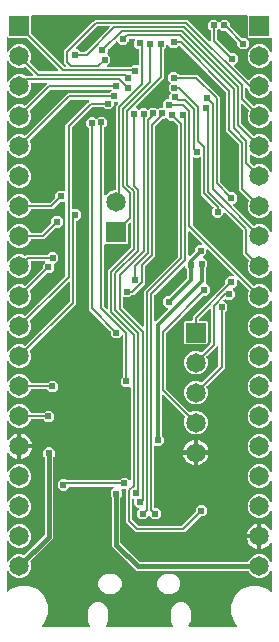
<source format=gbr>
G04 EAGLE Gerber RS-274X export*
G75*
%MOMM*%
%FSLAX34Y34*%
%LPD*%
%INBottom Copper*%
%IPPOS*%
%AMOC8*
5,1,8,0,0,1.08239X$1,22.5*%
G01*
%ADD10R,1.651000X1.651000*%
%ADD11C,1.651000*%
%ADD12C,0.609600*%
%ADD13C,0.304800*%
%ADD14C,0.381000*%
%ADD15C,0.177800*%
%ADD16C,0.203200*%

G36*
X75222Y5215D02*
X75222Y5215D01*
X75273Y5214D01*
X75353Y5235D01*
X75434Y5248D01*
X75480Y5270D01*
X75530Y5284D01*
X75599Y5328D01*
X75673Y5363D01*
X75711Y5399D01*
X75754Y5426D01*
X75807Y5489D01*
X75867Y5545D01*
X75893Y5589D01*
X75926Y5629D01*
X75959Y5704D01*
X75999Y5775D01*
X76010Y5826D01*
X76031Y5873D01*
X76039Y5955D01*
X76057Y6035D01*
X76053Y6086D01*
X76058Y6138D01*
X76042Y6218D01*
X76035Y6300D01*
X76016Y6348D01*
X76006Y6398D01*
X75978Y6442D01*
X75936Y6547D01*
X75823Y6686D01*
X75799Y6724D01*
X75274Y7249D01*
X73967Y10403D01*
X73967Y13817D01*
X74172Y14310D01*
X74177Y14330D01*
X74187Y14349D01*
X74208Y14459D01*
X74235Y14568D01*
X74234Y14589D01*
X74238Y14610D01*
X74230Y14655D01*
X74220Y14834D01*
X74180Y14939D01*
X74172Y14990D01*
X73967Y15483D01*
X73967Y18897D01*
X75274Y22051D01*
X77687Y24464D01*
X80841Y25771D01*
X84255Y25771D01*
X87409Y24464D01*
X89822Y22051D01*
X91129Y18897D01*
X91129Y15483D01*
X90924Y14990D01*
X90919Y14970D01*
X90909Y14951D01*
X90888Y14841D01*
X90861Y14732D01*
X90862Y14711D01*
X90858Y14690D01*
X90866Y14645D01*
X90876Y14467D01*
X90915Y14361D01*
X90924Y14310D01*
X91129Y13817D01*
X91129Y10403D01*
X89822Y7249D01*
X89297Y6724D01*
X89267Y6683D01*
X89229Y6647D01*
X89188Y6576D01*
X89139Y6510D01*
X89122Y6461D01*
X89097Y6417D01*
X89079Y6337D01*
X89052Y6259D01*
X89050Y6207D01*
X89039Y6157D01*
X89046Y6075D01*
X89043Y5993D01*
X89056Y5944D01*
X89061Y5892D01*
X89091Y5816D01*
X89113Y5737D01*
X89140Y5693D01*
X89160Y5645D01*
X89211Y5582D01*
X89255Y5513D01*
X89295Y5479D01*
X89327Y5439D01*
X89396Y5394D01*
X89458Y5341D01*
X89505Y5320D01*
X89548Y5292D01*
X89599Y5280D01*
X89702Y5236D01*
X89881Y5218D01*
X89925Y5208D01*
X145275Y5208D01*
X145326Y5215D01*
X145377Y5214D01*
X145457Y5235D01*
X145538Y5248D01*
X145584Y5270D01*
X145634Y5284D01*
X145703Y5328D01*
X145777Y5363D01*
X145815Y5399D01*
X145858Y5426D01*
X145911Y5489D01*
X145971Y5545D01*
X145997Y5589D01*
X146030Y5629D01*
X146063Y5704D01*
X146103Y5775D01*
X146114Y5826D01*
X146135Y5873D01*
X146143Y5955D01*
X146161Y6035D01*
X146157Y6086D01*
X146162Y6138D01*
X146146Y6218D01*
X146139Y6300D01*
X146120Y6348D01*
X146110Y6398D01*
X146082Y6442D01*
X146040Y6547D01*
X145927Y6686D01*
X145903Y6724D01*
X145378Y7249D01*
X144071Y10403D01*
X144071Y13817D01*
X144276Y14310D01*
X144281Y14330D01*
X144291Y14349D01*
X144312Y14459D01*
X144339Y14568D01*
X144338Y14589D01*
X144342Y14610D01*
X144334Y14655D01*
X144324Y14834D01*
X144284Y14939D01*
X144276Y14990D01*
X144071Y15483D01*
X144071Y18897D01*
X145378Y22051D01*
X147791Y24464D01*
X150945Y25771D01*
X154359Y25771D01*
X157513Y24464D01*
X159926Y22051D01*
X161233Y18897D01*
X161233Y15483D01*
X161028Y14990D01*
X161023Y14970D01*
X161013Y14951D01*
X160992Y14841D01*
X160965Y14732D01*
X160966Y14711D01*
X160962Y14690D01*
X160970Y14645D01*
X160980Y14467D01*
X161019Y14361D01*
X161028Y14310D01*
X161233Y13817D01*
X161233Y10403D01*
X159926Y7249D01*
X159401Y6724D01*
X159371Y6683D01*
X159333Y6647D01*
X159292Y6576D01*
X159243Y6510D01*
X159226Y6461D01*
X159201Y6417D01*
X159183Y6337D01*
X159156Y6259D01*
X159154Y6207D01*
X159143Y6157D01*
X159150Y6075D01*
X159147Y5993D01*
X159160Y5944D01*
X159165Y5892D01*
X159195Y5816D01*
X159217Y5737D01*
X159244Y5693D01*
X159264Y5645D01*
X159315Y5582D01*
X159359Y5513D01*
X159399Y5479D01*
X159431Y5439D01*
X159500Y5394D01*
X159562Y5341D01*
X159609Y5320D01*
X159652Y5292D01*
X159703Y5280D01*
X159806Y5236D01*
X159985Y5218D01*
X160029Y5208D01*
X199449Y5208D01*
X199500Y5215D01*
X199552Y5214D01*
X199631Y5235D01*
X199712Y5248D01*
X199759Y5270D01*
X199809Y5284D01*
X199878Y5328D01*
X199952Y5363D01*
X199989Y5398D01*
X200033Y5426D01*
X200086Y5489D01*
X200146Y5545D01*
X200171Y5589D01*
X200205Y5629D01*
X200237Y5704D01*
X200278Y5775D01*
X200289Y5826D01*
X200309Y5873D01*
X200318Y5955D01*
X200336Y6035D01*
X200331Y6086D01*
X200337Y6138D01*
X200321Y6218D01*
X200314Y6300D01*
X200295Y6348D01*
X200285Y6398D01*
X200257Y6442D01*
X200215Y6547D01*
X200102Y6686D01*
X200078Y6724D01*
X198176Y8625D01*
X195119Y16006D01*
X195119Y23994D01*
X198176Y31375D01*
X203825Y37024D01*
X211206Y40081D01*
X219194Y40081D01*
X226575Y37024D01*
X228476Y35122D01*
X228517Y35092D01*
X228553Y35054D01*
X228624Y35013D01*
X228690Y34965D01*
X228739Y34948D01*
X228783Y34922D01*
X228863Y34904D01*
X228941Y34877D01*
X228993Y34876D01*
X229043Y34864D01*
X229125Y34871D01*
X229207Y34868D01*
X229256Y34882D01*
X229308Y34886D01*
X229384Y34917D01*
X229463Y34938D01*
X229507Y34966D01*
X229555Y34985D01*
X229618Y35037D01*
X229687Y35081D01*
X229721Y35120D01*
X229761Y35153D01*
X229806Y35221D01*
X229859Y35283D01*
X229880Y35331D01*
X229908Y35374D01*
X229920Y35424D01*
X229964Y35528D01*
X229982Y35706D01*
X229992Y35751D01*
X229992Y51770D01*
X229978Y51861D01*
X229973Y51953D01*
X229959Y51992D01*
X229952Y52033D01*
X229912Y52116D01*
X229880Y52202D01*
X229855Y52235D01*
X229837Y52272D01*
X229774Y52340D01*
X229717Y52413D01*
X229684Y52436D01*
X229655Y52466D01*
X229575Y52512D01*
X229500Y52565D01*
X229460Y52578D01*
X229425Y52598D01*
X229335Y52618D01*
X229247Y52647D01*
X229205Y52647D01*
X229165Y52656D01*
X229073Y52649D01*
X228981Y52650D01*
X228941Y52638D01*
X228900Y52634D01*
X228815Y52600D01*
X228726Y52574D01*
X228692Y52551D01*
X228653Y52535D01*
X228582Y52477D01*
X228505Y52426D01*
X228487Y52400D01*
X228447Y52368D01*
X228300Y52147D01*
X228295Y52127D01*
X228283Y52110D01*
X227706Y50716D01*
X224884Y47894D01*
X221196Y46366D01*
X217204Y46366D01*
X213516Y47894D01*
X210694Y50716D01*
X210093Y52168D01*
X210061Y52221D01*
X210037Y52279D01*
X209992Y52334D01*
X209955Y52396D01*
X209909Y52437D01*
X209870Y52485D01*
X209810Y52525D01*
X209757Y52572D01*
X209700Y52598D01*
X209649Y52632D01*
X209602Y52643D01*
X209515Y52682D01*
X209302Y52709D01*
X209272Y52716D01*
X114540Y52716D01*
X94106Y73150D01*
X94106Y114600D01*
X94103Y114620D01*
X94105Y114641D01*
X94083Y114752D01*
X94066Y114863D01*
X94057Y114881D01*
X94053Y114902D01*
X94029Y114941D01*
X93951Y115102D01*
X93874Y115184D01*
X93846Y115228D01*
X93217Y115857D01*
X93217Y119855D01*
X95670Y122308D01*
X95701Y122349D01*
X95738Y122385D01*
X95779Y122456D01*
X95828Y122522D01*
X95845Y122571D01*
X95870Y122615D01*
X95888Y122695D01*
X95915Y122773D01*
X95917Y122825D01*
X95928Y122875D01*
X95921Y122957D01*
X95924Y123039D01*
X95911Y123088D01*
X95906Y123140D01*
X95876Y123216D01*
X95854Y123295D01*
X95827Y123339D01*
X95807Y123387D01*
X95756Y123450D01*
X95712Y123519D01*
X95672Y123553D01*
X95640Y123593D01*
X95571Y123638D01*
X95509Y123691D01*
X95462Y123712D01*
X95419Y123740D01*
X95368Y123752D01*
X95265Y123796D01*
X95086Y123814D01*
X95042Y123824D01*
X59055Y123824D01*
X58953Y123809D01*
X58851Y123801D01*
X58823Y123789D01*
X58792Y123784D01*
X58700Y123740D01*
X58604Y123702D01*
X58581Y123682D01*
X58553Y123669D01*
X58478Y123599D01*
X58398Y123534D01*
X58381Y123508D01*
X58359Y123487D01*
X58308Y123398D01*
X58251Y123313D01*
X58249Y123305D01*
X55339Y120395D01*
X51341Y120395D01*
X48513Y123223D01*
X48513Y127221D01*
X51341Y130049D01*
X55339Y130049D01*
X55968Y129420D01*
X55985Y129407D01*
X55998Y129391D01*
X56092Y129329D01*
X56182Y129262D01*
X56202Y129255D01*
X56219Y129244D01*
X56264Y129234D01*
X56433Y129175D01*
X56546Y129171D01*
X56596Y129160D01*
X100376Y129160D01*
X100396Y129163D01*
X100417Y129161D01*
X100528Y129183D01*
X100639Y129200D01*
X100657Y129209D01*
X100678Y129213D01*
X100717Y129237D01*
X100878Y129315D01*
X100960Y129392D01*
X101004Y129420D01*
X102903Y131319D01*
X106901Y131319D01*
X108643Y129577D01*
X108684Y129546D01*
X108720Y129509D01*
X108791Y129468D01*
X108857Y129419D01*
X108906Y129402D01*
X108950Y129377D01*
X109030Y129359D01*
X109108Y129332D01*
X109160Y129330D01*
X109210Y129319D01*
X109292Y129326D01*
X109374Y129323D01*
X109423Y129336D01*
X109475Y129341D01*
X109551Y129371D01*
X109630Y129393D01*
X109674Y129420D01*
X109722Y129440D01*
X109785Y129491D01*
X109854Y129535D01*
X109888Y129575D01*
X109928Y129607D01*
X109973Y129676D01*
X110026Y129738D01*
X110047Y129785D01*
X110075Y129828D01*
X110087Y129879D01*
X110131Y129982D01*
X110149Y130161D01*
X110159Y130205D01*
X110159Y207361D01*
X110152Y207412D01*
X110153Y207463D01*
X110132Y207543D01*
X110119Y207624D01*
X110097Y207670D01*
X110083Y207720D01*
X110039Y207789D01*
X110004Y207863D01*
X109968Y207901D01*
X109941Y207944D01*
X109878Y207997D01*
X109822Y208057D01*
X109777Y208083D01*
X109738Y208116D01*
X109663Y208149D01*
X109592Y208189D01*
X109541Y208200D01*
X109494Y208221D01*
X109412Y208229D01*
X109332Y208247D01*
X109281Y208243D01*
X109229Y208248D01*
X109149Y208232D01*
X109067Y208225D01*
X109019Y208206D01*
X108969Y208196D01*
X108925Y208168D01*
X108820Y208126D01*
X108696Y208025D01*
X104681Y208025D01*
X101853Y210853D01*
X101853Y214851D01*
X103752Y216750D01*
X103765Y216767D01*
X103781Y216780D01*
X103843Y216874D01*
X103910Y216964D01*
X103917Y216984D01*
X103928Y217001D01*
X103938Y217046D01*
X103997Y217215D01*
X104001Y217328D01*
X104012Y217378D01*
X104012Y250998D01*
X104005Y251049D01*
X104006Y251100D01*
X103985Y251180D01*
X103972Y251261D01*
X103950Y251307D01*
X103936Y251357D01*
X103892Y251426D01*
X103857Y251500D01*
X103822Y251538D01*
X103794Y251581D01*
X103731Y251634D01*
X103675Y251694D01*
X103631Y251720D01*
X103591Y251753D01*
X103516Y251786D01*
X103445Y251826D01*
X103394Y251837D01*
X103347Y251858D01*
X103265Y251866D01*
X103185Y251884D01*
X103134Y251880D01*
X103082Y251885D01*
X103002Y251869D01*
X102920Y251862D01*
X102872Y251843D01*
X102822Y251833D01*
X102778Y251805D01*
X102673Y251763D01*
X102534Y251650D01*
X102496Y251626D01*
X100143Y249273D01*
X96144Y249273D01*
X93317Y252100D01*
X93317Y254785D01*
X93314Y254806D01*
X93316Y254827D01*
X93294Y254937D01*
X93277Y255048D01*
X93268Y255067D01*
X93264Y255088D01*
X93239Y255126D01*
X93161Y255288D01*
X93084Y255370D01*
X93056Y255414D01*
X76625Y271845D01*
X74802Y273668D01*
X74802Y427020D01*
X74799Y427040D01*
X74801Y427061D01*
X74779Y427172D01*
X74762Y427283D01*
X74753Y427301D01*
X74749Y427322D01*
X74725Y427361D01*
X74647Y427522D01*
X74570Y427604D01*
X74542Y427648D01*
X72643Y429547D01*
X72643Y433545D01*
X75471Y436373D01*
X79469Y436373D01*
X80398Y435444D01*
X80481Y435383D01*
X80559Y435317D01*
X80587Y435305D01*
X80612Y435286D01*
X80709Y435253D01*
X80803Y435212D01*
X80834Y435209D01*
X80863Y435199D01*
X80966Y435196D01*
X81068Y435185D01*
X81098Y435191D01*
X81129Y435190D01*
X81228Y435217D01*
X81328Y435237D01*
X81349Y435250D01*
X81385Y435260D01*
X81609Y435402D01*
X81634Y435431D01*
X81654Y435444D01*
X83345Y437135D01*
X87343Y437135D01*
X90171Y434307D01*
X90171Y430309D01*
X88272Y428410D01*
X88259Y428393D01*
X88243Y428380D01*
X88181Y428286D01*
X88114Y428196D01*
X88107Y428176D01*
X88096Y428159D01*
X88086Y428114D01*
X88027Y427945D01*
X88023Y427832D01*
X88012Y427782D01*
X88012Y371300D01*
X88019Y371249D01*
X88018Y371197D01*
X88039Y371118D01*
X88052Y371037D01*
X88074Y370991D01*
X88088Y370941D01*
X88132Y370872D01*
X88167Y370798D01*
X88202Y370760D01*
X88230Y370717D01*
X88293Y370663D01*
X88349Y370604D01*
X88393Y370578D01*
X88433Y370545D01*
X88508Y370512D01*
X88579Y370472D01*
X88630Y370460D01*
X88677Y370440D01*
X88759Y370432D01*
X88839Y370414D01*
X88890Y370418D01*
X88942Y370413D01*
X89022Y370429D01*
X89104Y370435D01*
X89152Y370455D01*
X89202Y370465D01*
X89246Y370492D01*
X89351Y370534D01*
X89490Y370647D01*
X89528Y370672D01*
X92106Y373250D01*
X95794Y374778D01*
X96774Y374778D01*
X96876Y374793D01*
X96978Y374801D01*
X97006Y374813D01*
X97037Y374818D01*
X97129Y374862D01*
X97225Y374900D01*
X97248Y374920D01*
X97276Y374933D01*
X97351Y375003D01*
X97431Y375068D01*
X97448Y375094D01*
X97470Y375115D01*
X97521Y375204D01*
X97578Y375289D01*
X97584Y375313D01*
X97602Y375345D01*
X97660Y375605D01*
X97657Y375643D01*
X97662Y375666D01*
X97662Y446113D01*
X99358Y447809D01*
X99389Y447850D01*
X99427Y447886D01*
X99467Y447957D01*
X99516Y448023D01*
X99533Y448072D01*
X99558Y448116D01*
X99576Y448196D01*
X99603Y448274D01*
X99605Y448326D01*
X99616Y448376D01*
X99610Y448458D01*
X99612Y448540D01*
X99599Y448589D01*
X99595Y448641D01*
X99564Y448717D01*
X99543Y448796D01*
X99515Y448840D01*
X99496Y448888D01*
X99444Y448951D01*
X99400Y449020D01*
X99361Y449054D01*
X99328Y449094D01*
X99260Y449139D01*
X99197Y449192D01*
X99150Y449213D01*
X99107Y449241D01*
X99057Y449253D01*
X98953Y449297D01*
X98775Y449315D01*
X98730Y449325D01*
X96647Y449325D01*
X96545Y449310D01*
X96443Y449302D01*
X96415Y449290D01*
X96384Y449285D01*
X96292Y449241D01*
X96196Y449203D01*
X96173Y449183D01*
X96145Y449170D01*
X96070Y449100D01*
X95990Y449035D01*
X95973Y449009D01*
X95951Y448988D01*
X95900Y448899D01*
X95843Y448814D01*
X95837Y448790D01*
X95819Y448758D01*
X95761Y448498D01*
X95764Y448460D01*
X95759Y448437D01*
X95759Y446057D01*
X92931Y443229D01*
X88933Y443229D01*
X87034Y445128D01*
X87017Y445141D01*
X87004Y445157D01*
X86910Y445219D01*
X86820Y445286D01*
X86800Y445293D01*
X86783Y445304D01*
X86738Y445314D01*
X86569Y445373D01*
X86456Y445377D01*
X86406Y445388D01*
X78435Y445388D01*
X78414Y445385D01*
X78393Y445387D01*
X78283Y445365D01*
X78172Y445348D01*
X78153Y445339D01*
X78133Y445335D01*
X78094Y445311D01*
X77933Y445233D01*
X77850Y445156D01*
X77807Y445128D01*
X60586Y427907D01*
X60573Y427890D01*
X60557Y427877D01*
X60495Y427783D01*
X60428Y427693D01*
X60421Y427673D01*
X60410Y427656D01*
X60400Y427611D01*
X60341Y427442D01*
X60337Y427329D01*
X60326Y427279D01*
X60326Y359537D01*
X60341Y359435D01*
X60349Y359333D01*
X60361Y359305D01*
X60366Y359274D01*
X60410Y359182D01*
X60448Y359086D01*
X60468Y359063D01*
X60481Y359035D01*
X60551Y358960D01*
X60616Y358880D01*
X60642Y358863D01*
X60663Y358841D01*
X60752Y358790D01*
X60837Y358733D01*
X60861Y358727D01*
X60893Y358709D01*
X61153Y358651D01*
X61191Y358654D01*
X61214Y358649D01*
X65372Y358649D01*
X68200Y355821D01*
X68200Y351823D01*
X65372Y348995D01*
X64770Y348995D01*
X64668Y348980D01*
X64566Y348972D01*
X64538Y348960D01*
X64507Y348955D01*
X64415Y348911D01*
X64319Y348873D01*
X64296Y348853D01*
X64268Y348840D01*
X64193Y348770D01*
X64113Y348705D01*
X64096Y348679D01*
X64074Y348658D01*
X64023Y348569D01*
X63966Y348484D01*
X63960Y348460D01*
X63942Y348428D01*
X63884Y348168D01*
X63886Y348143D01*
X63884Y348133D01*
X63885Y348121D01*
X63882Y348107D01*
X63882Y278309D01*
X62059Y276486D01*
X25204Y239631D01*
X25167Y239582D01*
X25123Y239538D01*
X25089Y239475D01*
X25046Y239417D01*
X25026Y239359D01*
X24997Y239304D01*
X24983Y239234D01*
X24959Y239166D01*
X24957Y239104D01*
X24945Y239044D01*
X24953Y238996D01*
X24950Y238901D01*
X25006Y238694D01*
X25012Y238663D01*
X26034Y236196D01*
X26034Y232204D01*
X24506Y228516D01*
X21684Y225694D01*
X17996Y224166D01*
X14004Y224166D01*
X10316Y225694D01*
X7494Y228516D01*
X6917Y229910D01*
X6869Y229989D01*
X6829Y230072D01*
X6801Y230102D01*
X6779Y230137D01*
X6710Y230199D01*
X6647Y230266D01*
X6612Y230287D01*
X6581Y230314D01*
X6497Y230353D01*
X6417Y230398D01*
X6376Y230407D01*
X6339Y230424D01*
X6247Y230436D01*
X6157Y230456D01*
X6116Y230453D01*
X6075Y230458D01*
X5984Y230442D01*
X5892Y230435D01*
X5854Y230419D01*
X5813Y230412D01*
X5731Y230370D01*
X5645Y230336D01*
X5613Y230310D01*
X5577Y230291D01*
X5511Y230226D01*
X5439Y230168D01*
X5416Y230134D01*
X5387Y230105D01*
X5343Y230024D01*
X5292Y229947D01*
X5285Y229916D01*
X5260Y229871D01*
X5209Y229610D01*
X5212Y229590D01*
X5208Y229570D01*
X5208Y213430D01*
X5222Y213339D01*
X5227Y213246D01*
X5241Y213208D01*
X5248Y213167D01*
X5288Y213084D01*
X5320Y212998D01*
X5345Y212965D01*
X5363Y212928D01*
X5426Y212860D01*
X5483Y212787D01*
X5516Y212764D01*
X5545Y212734D01*
X5625Y212688D01*
X5700Y212635D01*
X5740Y212622D01*
X5775Y212602D01*
X5865Y212582D01*
X5953Y212553D01*
X5995Y212553D01*
X6035Y212544D01*
X6127Y212551D01*
X6219Y212550D01*
X6259Y212562D01*
X6300Y212565D01*
X6385Y212600D01*
X6474Y212626D01*
X6508Y212649D01*
X6547Y212664D01*
X6618Y212723D01*
X6695Y212774D01*
X6713Y212800D01*
X6753Y212832D01*
X6900Y213053D01*
X6905Y213073D01*
X6917Y213090D01*
X7494Y214484D01*
X10316Y217306D01*
X14004Y218834D01*
X17996Y218834D01*
X21684Y217306D01*
X24506Y214484D01*
X25528Y212016D01*
X25560Y211963D01*
X25583Y211905D01*
X25629Y211850D01*
X25666Y211788D01*
X25712Y211747D01*
X25751Y211699D01*
X25811Y211659D01*
X25864Y211612D01*
X25920Y211586D01*
X25972Y211552D01*
X26019Y211541D01*
X26106Y211502D01*
X26318Y211475D01*
X26349Y211468D01*
X39428Y211468D01*
X39449Y211471D01*
X39469Y211469D01*
X39580Y211491D01*
X39691Y211508D01*
X39709Y211517D01*
X39730Y211521D01*
X39769Y211545D01*
X39930Y211623D01*
X40012Y211700D01*
X40056Y211728D01*
X41943Y213615D01*
X45941Y213615D01*
X48769Y210787D01*
X48769Y206789D01*
X45941Y203961D01*
X41943Y203961D01*
X40032Y205872D01*
X40015Y205885D01*
X40002Y205901D01*
X39908Y205963D01*
X39818Y206030D01*
X39798Y206037D01*
X39781Y206048D01*
X39736Y206058D01*
X39567Y206117D01*
X39454Y206121D01*
X39404Y206132D01*
X26349Y206132D01*
X26288Y206123D01*
X26226Y206124D01*
X26157Y206103D01*
X26086Y206092D01*
X26030Y206065D01*
X25971Y206048D01*
X25911Y206008D01*
X25847Y205977D01*
X25801Y205934D01*
X25750Y205900D01*
X25722Y205861D01*
X25652Y205795D01*
X25546Y205609D01*
X25528Y205584D01*
X24506Y203116D01*
X21684Y200294D01*
X17996Y198766D01*
X14004Y198766D01*
X10316Y200294D01*
X7494Y203116D01*
X6917Y204510D01*
X6869Y204589D01*
X6829Y204672D01*
X6801Y204702D01*
X6779Y204737D01*
X6710Y204799D01*
X6647Y204866D01*
X6612Y204887D01*
X6581Y204914D01*
X6497Y204953D01*
X6417Y204998D01*
X6376Y205007D01*
X6339Y205024D01*
X6247Y205036D01*
X6157Y205056D01*
X6116Y205053D01*
X6075Y205058D01*
X5984Y205042D01*
X5892Y205035D01*
X5854Y205019D01*
X5813Y205012D01*
X5731Y204970D01*
X5645Y204936D01*
X5613Y204910D01*
X5577Y204891D01*
X5511Y204826D01*
X5439Y204768D01*
X5416Y204734D01*
X5387Y204705D01*
X5343Y204624D01*
X5292Y204547D01*
X5285Y204516D01*
X5260Y204471D01*
X5209Y204210D01*
X5212Y204190D01*
X5208Y204170D01*
X5208Y188030D01*
X5222Y187939D01*
X5227Y187846D01*
X5241Y187808D01*
X5248Y187767D01*
X5288Y187684D01*
X5320Y187598D01*
X5345Y187565D01*
X5363Y187528D01*
X5426Y187460D01*
X5483Y187387D01*
X5516Y187364D01*
X5545Y187334D01*
X5625Y187288D01*
X5700Y187235D01*
X5740Y187222D01*
X5775Y187202D01*
X5865Y187182D01*
X5953Y187153D01*
X5995Y187153D01*
X6035Y187144D01*
X6127Y187151D01*
X6219Y187150D01*
X6259Y187162D01*
X6300Y187165D01*
X6385Y187200D01*
X6474Y187226D01*
X6508Y187249D01*
X6547Y187264D01*
X6618Y187323D01*
X6695Y187374D01*
X6713Y187400D01*
X6753Y187432D01*
X6900Y187653D01*
X6905Y187673D01*
X6917Y187690D01*
X7494Y189084D01*
X10316Y191906D01*
X14004Y193434D01*
X17996Y193434D01*
X21684Y191906D01*
X24506Y189084D01*
X25528Y186616D01*
X25560Y186563D01*
X25583Y186505D01*
X25629Y186450D01*
X25666Y186388D01*
X25712Y186347D01*
X25751Y186299D01*
X25811Y186259D01*
X25864Y186212D01*
X25920Y186186D01*
X25972Y186152D01*
X26019Y186141D01*
X26106Y186102D01*
X26318Y186075D01*
X26349Y186068D01*
X36126Y186068D01*
X36146Y186071D01*
X36167Y186069D01*
X36278Y186091D01*
X36389Y186108D01*
X36407Y186117D01*
X36428Y186121D01*
X36467Y186145D01*
X36628Y186223D01*
X36710Y186300D01*
X36754Y186328D01*
X38641Y188215D01*
X42639Y188215D01*
X45467Y185387D01*
X45467Y181389D01*
X42639Y178561D01*
X38641Y178561D01*
X36730Y180472D01*
X36713Y180485D01*
X36700Y180501D01*
X36606Y180563D01*
X36516Y180630D01*
X36496Y180637D01*
X36479Y180648D01*
X36434Y180658D01*
X36265Y180717D01*
X36152Y180721D01*
X36102Y180732D01*
X26349Y180732D01*
X26288Y180723D01*
X26226Y180724D01*
X26157Y180703D01*
X26086Y180692D01*
X26030Y180665D01*
X25971Y180648D01*
X25911Y180608D01*
X25847Y180577D01*
X25801Y180534D01*
X25750Y180500D01*
X25722Y180461D01*
X25652Y180395D01*
X25546Y180209D01*
X25528Y180184D01*
X24506Y177716D01*
X21684Y174894D01*
X17996Y173366D01*
X14004Y173366D01*
X10316Y174894D01*
X7494Y177716D01*
X6917Y179110D01*
X6869Y179189D01*
X6829Y179272D01*
X6801Y179302D01*
X6779Y179337D01*
X6710Y179399D01*
X6647Y179466D01*
X6612Y179487D01*
X6581Y179514D01*
X6497Y179553D01*
X6417Y179598D01*
X6376Y179607D01*
X6339Y179624D01*
X6247Y179636D01*
X6157Y179656D01*
X6116Y179653D01*
X6075Y179658D01*
X5984Y179642D01*
X5892Y179635D01*
X5854Y179619D01*
X5813Y179612D01*
X5731Y179570D01*
X5645Y179536D01*
X5613Y179510D01*
X5577Y179491D01*
X5511Y179426D01*
X5439Y179368D01*
X5416Y179334D01*
X5387Y179305D01*
X5343Y179224D01*
X5292Y179147D01*
X5285Y179116D01*
X5260Y179071D01*
X5209Y178810D01*
X5212Y178790D01*
X5208Y178770D01*
X5208Y164246D01*
X5226Y164127D01*
X5241Y164007D01*
X5246Y163996D01*
X5248Y163983D01*
X5300Y163874D01*
X5350Y163764D01*
X5358Y163755D01*
X5363Y163744D01*
X5446Y163655D01*
X5526Y163565D01*
X5536Y163559D01*
X5545Y163550D01*
X5649Y163490D01*
X5753Y163427D01*
X5765Y163424D01*
X5775Y163418D01*
X5893Y163392D01*
X6011Y163362D01*
X6023Y163363D01*
X6035Y163360D01*
X6156Y163370D01*
X6276Y163376D01*
X6288Y163381D01*
X6300Y163382D01*
X6412Y163427D01*
X6525Y163469D01*
X6533Y163475D01*
X6547Y163481D01*
X6753Y163648D01*
X6787Y163700D01*
X6815Y163724D01*
X7765Y165033D01*
X8967Y166235D01*
X10342Y167233D01*
X11856Y168005D01*
X13472Y168530D01*
X14223Y168649D01*
X14223Y158889D01*
X14238Y158788D01*
X14246Y158685D01*
X14258Y158657D01*
X14263Y158626D01*
X14307Y158534D01*
X14345Y158439D01*
X14365Y158415D01*
X14378Y158387D01*
X14448Y158312D01*
X14513Y158232D01*
X14539Y158215D01*
X14560Y158193D01*
X14649Y158142D01*
X14734Y158085D01*
X14758Y158080D01*
X14790Y158061D01*
X15050Y158003D01*
X15088Y158006D01*
X15111Y158001D01*
X16001Y158001D01*
X16001Y157999D01*
X15111Y157999D01*
X15009Y157984D01*
X14907Y157975D01*
X14879Y157964D01*
X14848Y157959D01*
X14756Y157915D01*
X14660Y157876D01*
X14637Y157857D01*
X14609Y157844D01*
X14534Y157774D01*
X14454Y157709D01*
X14437Y157683D01*
X14415Y157662D01*
X14364Y157573D01*
X14307Y157488D01*
X14301Y157464D01*
X14283Y157431D01*
X14225Y157172D01*
X14226Y157163D01*
X14225Y157160D01*
X14227Y157131D01*
X14223Y157111D01*
X14223Y147351D01*
X13472Y147470D01*
X11856Y147995D01*
X10342Y148767D01*
X8967Y149765D01*
X7765Y150967D01*
X6815Y152276D01*
X6730Y152362D01*
X6647Y152450D01*
X6637Y152456D01*
X6628Y152465D01*
X6521Y152522D01*
X6417Y152582D01*
X6405Y152585D01*
X6394Y152591D01*
X6275Y152614D01*
X6157Y152640D01*
X6145Y152639D01*
X6133Y152641D01*
X6013Y152628D01*
X5892Y152618D01*
X5881Y152614D01*
X5868Y152612D01*
X5758Y152564D01*
X5645Y152519D01*
X5636Y152511D01*
X5625Y152507D01*
X5533Y152428D01*
X5439Y152352D01*
X5432Y152341D01*
X5423Y152333D01*
X5359Y152231D01*
X5292Y152131D01*
X5289Y152121D01*
X5282Y152108D01*
X5213Y151851D01*
X5216Y151789D01*
X5208Y151754D01*
X5208Y137230D01*
X5222Y137139D01*
X5227Y137047D01*
X5241Y137008D01*
X5248Y136967D01*
X5288Y136884D01*
X5320Y136798D01*
X5345Y136765D01*
X5363Y136728D01*
X5426Y136660D01*
X5483Y136587D01*
X5516Y136564D01*
X5545Y136534D01*
X5625Y136488D01*
X5700Y136435D01*
X5740Y136422D01*
X5775Y136402D01*
X5865Y136382D01*
X5953Y136353D01*
X5995Y136353D01*
X6035Y136344D01*
X6127Y136351D01*
X6219Y136350D01*
X6259Y136362D01*
X6300Y136366D01*
X6385Y136400D01*
X6474Y136426D01*
X6508Y136449D01*
X6547Y136465D01*
X6618Y136523D01*
X6695Y136574D01*
X6713Y136600D01*
X6753Y136632D01*
X6900Y136853D01*
X6905Y136873D01*
X6917Y136890D01*
X7494Y138284D01*
X10316Y141106D01*
X14004Y142634D01*
X17996Y142634D01*
X21684Y141106D01*
X24506Y138284D01*
X26034Y134596D01*
X26034Y130604D01*
X24506Y126916D01*
X21684Y124094D01*
X17996Y122566D01*
X14004Y122566D01*
X10316Y124094D01*
X7494Y126916D01*
X6917Y128310D01*
X6869Y128389D01*
X6829Y128472D01*
X6801Y128502D01*
X6779Y128537D01*
X6710Y128599D01*
X6647Y128666D01*
X6612Y128687D01*
X6581Y128714D01*
X6497Y128753D01*
X6417Y128798D01*
X6376Y128807D01*
X6339Y128824D01*
X6247Y128836D01*
X6157Y128856D01*
X6116Y128853D01*
X6075Y128858D01*
X5984Y128842D01*
X5892Y128834D01*
X5854Y128819D01*
X5813Y128812D01*
X5731Y128770D01*
X5645Y128735D01*
X5613Y128709D01*
X5577Y128691D01*
X5511Y128626D01*
X5439Y128568D01*
X5416Y128534D01*
X5387Y128505D01*
X5343Y128424D01*
X5292Y128347D01*
X5285Y128316D01*
X5260Y128271D01*
X5209Y128010D01*
X5212Y127990D01*
X5208Y127970D01*
X5208Y111830D01*
X5222Y111739D01*
X5227Y111647D01*
X5241Y111608D01*
X5248Y111567D01*
X5288Y111484D01*
X5320Y111398D01*
X5345Y111365D01*
X5363Y111328D01*
X5426Y111260D01*
X5483Y111187D01*
X5516Y111164D01*
X5545Y111134D01*
X5625Y111088D01*
X5700Y111035D01*
X5740Y111022D01*
X5775Y111002D01*
X5865Y110982D01*
X5953Y110953D01*
X5995Y110953D01*
X6035Y110944D01*
X6127Y110951D01*
X6219Y110950D01*
X6259Y110962D01*
X6300Y110966D01*
X6385Y111000D01*
X6474Y111026D01*
X6508Y111049D01*
X6547Y111065D01*
X6618Y111123D01*
X6695Y111174D01*
X6713Y111200D01*
X6753Y111232D01*
X6900Y111453D01*
X6905Y111473D01*
X6917Y111490D01*
X7494Y112884D01*
X10316Y115706D01*
X14004Y117234D01*
X17996Y117234D01*
X21684Y115706D01*
X24506Y112884D01*
X26034Y109196D01*
X26034Y105204D01*
X24506Y101516D01*
X21684Y98694D01*
X17996Y97166D01*
X14004Y97166D01*
X10316Y98694D01*
X7494Y101516D01*
X6917Y102910D01*
X6869Y102989D01*
X6829Y103072D01*
X6801Y103102D01*
X6779Y103137D01*
X6710Y103199D01*
X6647Y103266D01*
X6612Y103287D01*
X6581Y103314D01*
X6497Y103353D01*
X6417Y103398D01*
X6376Y103407D01*
X6339Y103424D01*
X6247Y103436D01*
X6157Y103456D01*
X6116Y103453D01*
X6075Y103458D01*
X5984Y103442D01*
X5892Y103434D01*
X5854Y103419D01*
X5813Y103412D01*
X5731Y103370D01*
X5645Y103335D01*
X5613Y103309D01*
X5577Y103291D01*
X5511Y103226D01*
X5439Y103168D01*
X5416Y103134D01*
X5387Y103105D01*
X5343Y103024D01*
X5292Y102947D01*
X5285Y102916D01*
X5260Y102871D01*
X5209Y102610D01*
X5212Y102590D01*
X5208Y102570D01*
X5208Y86430D01*
X5222Y86339D01*
X5227Y86247D01*
X5241Y86208D01*
X5248Y86167D01*
X5288Y86084D01*
X5320Y85998D01*
X5345Y85965D01*
X5363Y85928D01*
X5426Y85860D01*
X5483Y85787D01*
X5516Y85764D01*
X5545Y85734D01*
X5625Y85688D01*
X5700Y85635D01*
X5740Y85622D01*
X5775Y85602D01*
X5865Y85582D01*
X5953Y85553D01*
X5995Y85553D01*
X6035Y85544D01*
X6127Y85551D01*
X6219Y85550D01*
X6259Y85562D01*
X6300Y85566D01*
X6385Y85600D01*
X6474Y85626D01*
X6508Y85649D01*
X6547Y85665D01*
X6618Y85723D01*
X6695Y85774D01*
X6713Y85800D01*
X6753Y85832D01*
X6900Y86053D01*
X6905Y86073D01*
X6917Y86090D01*
X7494Y87484D01*
X10316Y90306D01*
X14004Y91834D01*
X17996Y91834D01*
X21684Y90306D01*
X24506Y87484D01*
X26034Y83796D01*
X26034Y79804D01*
X24506Y76116D01*
X21684Y73294D01*
X17996Y71766D01*
X14004Y71766D01*
X10316Y73294D01*
X7494Y76116D01*
X6917Y77510D01*
X6885Y77562D01*
X6867Y77607D01*
X6850Y77627D01*
X6829Y77672D01*
X6801Y77702D01*
X6779Y77737D01*
X6713Y77797D01*
X6700Y77813D01*
X6693Y77817D01*
X6647Y77866D01*
X6612Y77887D01*
X6581Y77914D01*
X6497Y77953D01*
X6417Y77998D01*
X6376Y78007D01*
X6339Y78024D01*
X6247Y78036D01*
X6157Y78056D01*
X6116Y78053D01*
X6075Y78058D01*
X5984Y78042D01*
X5892Y78034D01*
X5854Y78019D01*
X5813Y78012D01*
X5731Y77970D01*
X5645Y77935D01*
X5613Y77909D01*
X5577Y77891D01*
X5511Y77826D01*
X5439Y77768D01*
X5416Y77734D01*
X5387Y77705D01*
X5343Y77624D01*
X5292Y77547D01*
X5285Y77516D01*
X5260Y77471D01*
X5211Y77224D01*
X5210Y77217D01*
X5210Y77216D01*
X5209Y77210D01*
X5212Y77192D01*
X5212Y77189D01*
X5208Y77170D01*
X5208Y61030D01*
X5222Y60939D01*
X5227Y60847D01*
X5241Y60808D01*
X5248Y60767D01*
X5288Y60684D01*
X5320Y60598D01*
X5345Y60565D01*
X5363Y60528D01*
X5426Y60460D01*
X5483Y60387D01*
X5516Y60364D01*
X5545Y60334D01*
X5625Y60288D01*
X5700Y60235D01*
X5740Y60222D01*
X5775Y60202D01*
X5865Y60182D01*
X5953Y60153D01*
X5995Y60153D01*
X6035Y60144D01*
X6127Y60151D01*
X6219Y60150D01*
X6259Y60162D01*
X6300Y60166D01*
X6385Y60200D01*
X6474Y60226D01*
X6508Y60249D01*
X6547Y60265D01*
X6618Y60323D01*
X6695Y60374D01*
X6713Y60400D01*
X6753Y60432D01*
X6900Y60653D01*
X6905Y60673D01*
X6917Y60690D01*
X7494Y62084D01*
X10316Y64906D01*
X14004Y66434D01*
X17996Y66434D01*
X19447Y65832D01*
X19508Y65818D01*
X19565Y65793D01*
X19636Y65786D01*
X19705Y65769D01*
X19767Y65772D01*
X19829Y65766D01*
X19899Y65780D01*
X19971Y65784D01*
X20029Y65806D01*
X20090Y65818D01*
X20130Y65844D01*
X20220Y65877D01*
X20389Y66008D01*
X20415Y66025D01*
X37204Y82814D01*
X37217Y82831D01*
X37233Y82844D01*
X37295Y82937D01*
X37362Y83028D01*
X37369Y83047D01*
X37380Y83065D01*
X37390Y83110D01*
X37449Y83279D01*
X37453Y83391D01*
X37464Y83442D01*
X37464Y148636D01*
X37461Y148656D01*
X37463Y148677D01*
X37441Y148788D01*
X37424Y148899D01*
X37415Y148917D01*
X37411Y148938D01*
X37387Y148977D01*
X37309Y149138D01*
X37232Y149220D01*
X37204Y149264D01*
X36321Y150147D01*
X36321Y154145D01*
X39149Y156973D01*
X43147Y156973D01*
X45975Y154145D01*
X45975Y150147D01*
X45092Y149264D01*
X45079Y149247D01*
X45063Y149234D01*
X45001Y149140D01*
X44934Y149050D01*
X44927Y149030D01*
X44916Y149013D01*
X44906Y148968D01*
X44847Y148799D01*
X44843Y148686D01*
X44832Y148636D01*
X44832Y80022D01*
X25625Y60815D01*
X25588Y60766D01*
X25544Y60722D01*
X25510Y60659D01*
X25467Y60601D01*
X25447Y60543D01*
X25417Y60488D01*
X25403Y60418D01*
X25380Y60350D01*
X25378Y60288D01*
X25366Y60228D01*
X25374Y60180D01*
X25371Y60085D01*
X25427Y59878D01*
X25432Y59847D01*
X26034Y58396D01*
X26034Y54404D01*
X24506Y50716D01*
X21684Y47894D01*
X17996Y46366D01*
X14004Y46366D01*
X10316Y47894D01*
X7494Y50716D01*
X6917Y52110D01*
X6869Y52189D01*
X6829Y52272D01*
X6801Y52302D01*
X6779Y52337D01*
X6710Y52399D01*
X6647Y52466D01*
X6612Y52487D01*
X6581Y52514D01*
X6497Y52553D01*
X6417Y52598D01*
X6376Y52607D01*
X6339Y52624D01*
X6247Y52636D01*
X6157Y52656D01*
X6116Y52653D01*
X6075Y52658D01*
X5984Y52642D01*
X5892Y52634D01*
X5854Y52619D01*
X5813Y52612D01*
X5731Y52570D01*
X5645Y52535D01*
X5613Y52509D01*
X5577Y52491D01*
X5511Y52426D01*
X5439Y52368D01*
X5416Y52334D01*
X5387Y52305D01*
X5343Y52224D01*
X5292Y52147D01*
X5285Y52116D01*
X5260Y52071D01*
X5209Y51810D01*
X5212Y51790D01*
X5208Y51770D01*
X5208Y35751D01*
X5215Y35700D01*
X5214Y35648D01*
X5235Y35569D01*
X5248Y35488D01*
X5270Y35441D01*
X5284Y35391D01*
X5328Y35322D01*
X5363Y35248D01*
X5398Y35211D01*
X5426Y35167D01*
X5489Y35114D01*
X5545Y35054D01*
X5589Y35029D01*
X5629Y34995D01*
X5704Y34963D01*
X5775Y34922D01*
X5826Y34911D01*
X5873Y34891D01*
X5955Y34882D01*
X6035Y34864D01*
X6086Y34869D01*
X6138Y34863D01*
X6218Y34879D01*
X6300Y34886D01*
X6348Y34905D01*
X6398Y34915D01*
X6442Y34943D01*
X6547Y34985D01*
X6686Y35098D01*
X6724Y35122D01*
X8625Y37024D01*
X16006Y40081D01*
X23994Y40081D01*
X31375Y37024D01*
X37024Y31375D01*
X40081Y23994D01*
X40081Y16006D01*
X37024Y8625D01*
X35122Y6724D01*
X35092Y6683D01*
X35054Y6647D01*
X35013Y6576D01*
X34965Y6510D01*
X34948Y6461D01*
X34922Y6417D01*
X34904Y6337D01*
X34877Y6259D01*
X34876Y6207D01*
X34864Y6157D01*
X34871Y6075D01*
X34868Y5993D01*
X34882Y5944D01*
X34886Y5892D01*
X34917Y5816D01*
X34938Y5737D01*
X34966Y5693D01*
X34985Y5645D01*
X35037Y5582D01*
X35081Y5513D01*
X35120Y5479D01*
X35153Y5439D01*
X35221Y5394D01*
X35283Y5341D01*
X35331Y5320D01*
X35374Y5292D01*
X35424Y5280D01*
X35528Y5236D01*
X35706Y5218D01*
X35751Y5208D01*
X75171Y5208D01*
X75222Y5215D01*
G37*
G36*
X209333Y60093D02*
X209333Y60093D01*
X209395Y60092D01*
X209464Y60113D01*
X209535Y60124D01*
X209591Y60151D01*
X209650Y60168D01*
X209709Y60208D01*
X209774Y60239D01*
X209819Y60282D01*
X209871Y60316D01*
X209898Y60355D01*
X209968Y60421D01*
X210075Y60607D01*
X210093Y60632D01*
X210694Y62084D01*
X213516Y64906D01*
X217204Y66434D01*
X221196Y66434D01*
X224884Y64906D01*
X227706Y62084D01*
X228283Y60690D01*
X228331Y60611D01*
X228371Y60528D01*
X228399Y60498D01*
X228421Y60463D01*
X228490Y60401D01*
X228553Y60334D01*
X228588Y60313D01*
X228619Y60286D01*
X228703Y60247D01*
X228783Y60202D01*
X228824Y60193D01*
X228861Y60176D01*
X228953Y60164D01*
X229043Y60144D01*
X229084Y60147D01*
X229125Y60142D01*
X229216Y60158D01*
X229308Y60166D01*
X229346Y60181D01*
X229387Y60188D01*
X229469Y60230D01*
X229555Y60265D01*
X229587Y60291D01*
X229623Y60309D01*
X229689Y60374D01*
X229761Y60432D01*
X229784Y60466D01*
X229813Y60495D01*
X229857Y60576D01*
X229908Y60653D01*
X229915Y60684D01*
X229940Y60729D01*
X229991Y60990D01*
X229988Y61010D01*
X229992Y61030D01*
X229992Y75554D01*
X229974Y75673D01*
X229959Y75793D01*
X229954Y75804D01*
X229952Y75817D01*
X229900Y75926D01*
X229850Y76036D01*
X229842Y76045D01*
X229837Y76056D01*
X229754Y76145D01*
X229674Y76235D01*
X229664Y76241D01*
X229655Y76250D01*
X229551Y76310D01*
X229447Y76373D01*
X229435Y76376D01*
X229425Y76382D01*
X229307Y76408D01*
X229189Y76438D01*
X229177Y76437D01*
X229165Y76440D01*
X229044Y76430D01*
X228924Y76424D01*
X228912Y76419D01*
X228900Y76418D01*
X228788Y76373D01*
X228675Y76331D01*
X228667Y76325D01*
X228653Y76319D01*
X228447Y76152D01*
X228413Y76100D01*
X228385Y76076D01*
X227435Y74767D01*
X226233Y73565D01*
X224858Y72567D01*
X223344Y71795D01*
X221728Y71270D01*
X220977Y71151D01*
X220977Y80911D01*
X220962Y81012D01*
X220953Y81115D01*
X220942Y81143D01*
X220937Y81174D01*
X220893Y81266D01*
X220854Y81361D01*
X220835Y81385D01*
X220822Y81413D01*
X220752Y81488D01*
X220687Y81568D01*
X220661Y81585D01*
X220640Y81607D01*
X220551Y81658D01*
X220466Y81715D01*
X220442Y81720D01*
X220410Y81739D01*
X220150Y81797D01*
X220112Y81794D01*
X220089Y81799D01*
X219199Y81799D01*
X219199Y81801D01*
X220089Y81801D01*
X220190Y81816D01*
X220293Y81825D01*
X220321Y81836D01*
X220352Y81841D01*
X220444Y81885D01*
X220539Y81924D01*
X220563Y81943D01*
X220591Y81956D01*
X220666Y82026D01*
X220746Y82091D01*
X220763Y82117D01*
X220785Y82138D01*
X220836Y82227D01*
X220893Y82312D01*
X220899Y82336D01*
X220917Y82369D01*
X220975Y82628D01*
X220972Y82666D01*
X220977Y82689D01*
X220977Y92449D01*
X221728Y92330D01*
X223344Y91805D01*
X224858Y91033D01*
X226233Y90035D01*
X227435Y88833D01*
X228385Y87524D01*
X228470Y87438D01*
X228553Y87350D01*
X228563Y87344D01*
X228572Y87335D01*
X228679Y87278D01*
X228783Y87218D01*
X228795Y87215D01*
X228806Y87209D01*
X228925Y87186D01*
X229043Y87160D01*
X229055Y87161D01*
X229067Y87159D01*
X229187Y87172D01*
X229308Y87182D01*
X229319Y87186D01*
X229332Y87188D01*
X229442Y87236D01*
X229555Y87281D01*
X229564Y87289D01*
X229575Y87293D01*
X229667Y87372D01*
X229761Y87448D01*
X229768Y87459D01*
X229777Y87467D01*
X229841Y87569D01*
X229908Y87669D01*
X229911Y87679D01*
X229918Y87692D01*
X229987Y87949D01*
X229984Y88011D01*
X229992Y88046D01*
X229992Y102570D01*
X229978Y102661D01*
X229973Y102753D01*
X229959Y102792D01*
X229952Y102833D01*
X229912Y102916D01*
X229880Y103002D01*
X229855Y103035D01*
X229837Y103072D01*
X229774Y103140D01*
X229717Y103213D01*
X229684Y103236D01*
X229655Y103266D01*
X229575Y103312D01*
X229500Y103365D01*
X229460Y103378D01*
X229425Y103398D01*
X229335Y103418D01*
X229247Y103447D01*
X229205Y103447D01*
X229165Y103456D01*
X229073Y103449D01*
X228981Y103450D01*
X228941Y103438D01*
X228900Y103434D01*
X228815Y103400D01*
X228726Y103374D01*
X228692Y103351D01*
X228653Y103335D01*
X228582Y103277D01*
X228505Y103226D01*
X228487Y103200D01*
X228447Y103168D01*
X228300Y102947D01*
X228295Y102927D01*
X228283Y102910D01*
X227706Y101516D01*
X224884Y98694D01*
X221196Y97166D01*
X217204Y97166D01*
X213516Y98694D01*
X210694Y101516D01*
X209166Y105204D01*
X209166Y109196D01*
X210694Y112884D01*
X213516Y115706D01*
X217204Y117234D01*
X221196Y117234D01*
X224884Y115706D01*
X227706Y112884D01*
X228283Y111490D01*
X228331Y111411D01*
X228371Y111328D01*
X228399Y111298D01*
X228421Y111263D01*
X228490Y111201D01*
X228553Y111134D01*
X228588Y111113D01*
X228619Y111086D01*
X228703Y111047D01*
X228783Y111002D01*
X228824Y110993D01*
X228861Y110976D01*
X228953Y110964D01*
X229043Y110944D01*
X229084Y110947D01*
X229125Y110942D01*
X229216Y110958D01*
X229308Y110966D01*
X229346Y110981D01*
X229387Y110988D01*
X229469Y111030D01*
X229555Y111065D01*
X229587Y111091D01*
X229623Y111109D01*
X229689Y111174D01*
X229761Y111232D01*
X229784Y111266D01*
X229813Y111295D01*
X229857Y111376D01*
X229908Y111453D01*
X229915Y111484D01*
X229940Y111529D01*
X229991Y111790D01*
X229988Y111810D01*
X229992Y111830D01*
X229992Y127970D01*
X229978Y128061D01*
X229973Y128153D01*
X229959Y128192D01*
X229952Y128233D01*
X229912Y128316D01*
X229880Y128402D01*
X229855Y128435D01*
X229837Y128472D01*
X229774Y128540D01*
X229717Y128613D01*
X229684Y128636D01*
X229655Y128666D01*
X229575Y128712D01*
X229500Y128765D01*
X229460Y128778D01*
X229425Y128798D01*
X229335Y128818D01*
X229247Y128847D01*
X229205Y128847D01*
X229165Y128856D01*
X229073Y128849D01*
X228981Y128850D01*
X228941Y128838D01*
X228900Y128834D01*
X228815Y128800D01*
X228726Y128774D01*
X228692Y128751D01*
X228653Y128735D01*
X228582Y128677D01*
X228505Y128626D01*
X228487Y128600D01*
X228447Y128568D01*
X228300Y128347D01*
X228295Y128327D01*
X228283Y128310D01*
X227706Y126916D01*
X224884Y124094D01*
X221196Y122566D01*
X217204Y122566D01*
X213516Y124094D01*
X210694Y126916D01*
X209166Y130604D01*
X209166Y134596D01*
X210694Y138284D01*
X213516Y141106D01*
X217204Y142634D01*
X221196Y142634D01*
X224884Y141106D01*
X227706Y138284D01*
X228283Y136890D01*
X228331Y136811D01*
X228371Y136728D01*
X228399Y136698D01*
X228421Y136663D01*
X228490Y136601D01*
X228553Y136534D01*
X228588Y136513D01*
X228619Y136486D01*
X228703Y136447D01*
X228783Y136402D01*
X228824Y136393D01*
X228861Y136376D01*
X228953Y136364D01*
X229043Y136344D01*
X229084Y136347D01*
X229125Y136342D01*
X229216Y136358D01*
X229308Y136366D01*
X229346Y136381D01*
X229387Y136388D01*
X229469Y136430D01*
X229555Y136465D01*
X229587Y136491D01*
X229623Y136509D01*
X229689Y136574D01*
X229761Y136632D01*
X229784Y136666D01*
X229813Y136695D01*
X229857Y136776D01*
X229908Y136853D01*
X229915Y136884D01*
X229940Y136929D01*
X229991Y137190D01*
X229988Y137210D01*
X229992Y137230D01*
X229992Y153370D01*
X229978Y153461D01*
X229973Y153553D01*
X229959Y153592D01*
X229952Y153633D01*
X229912Y153716D01*
X229880Y153802D01*
X229855Y153835D01*
X229837Y153872D01*
X229774Y153940D01*
X229717Y154013D01*
X229684Y154036D01*
X229655Y154066D01*
X229575Y154112D01*
X229500Y154165D01*
X229460Y154178D01*
X229425Y154198D01*
X229335Y154218D01*
X229247Y154247D01*
X229205Y154247D01*
X229165Y154256D01*
X229073Y154249D01*
X228981Y154250D01*
X228941Y154238D01*
X228900Y154234D01*
X228815Y154200D01*
X228726Y154174D01*
X228692Y154151D01*
X228653Y154135D01*
X228582Y154077D01*
X228505Y154026D01*
X228487Y154000D01*
X228447Y153968D01*
X228300Y153747D01*
X228295Y153727D01*
X228283Y153710D01*
X227706Y152316D01*
X224884Y149494D01*
X221196Y147966D01*
X217204Y147966D01*
X213516Y149494D01*
X210694Y152316D01*
X209166Y156004D01*
X209166Y159996D01*
X210694Y163684D01*
X213516Y166506D01*
X217204Y168034D01*
X221196Y168034D01*
X224884Y166506D01*
X227706Y163684D01*
X228283Y162290D01*
X228331Y162211D01*
X228371Y162128D01*
X228399Y162098D01*
X228421Y162063D01*
X228490Y162001D01*
X228553Y161934D01*
X228588Y161913D01*
X228619Y161886D01*
X228703Y161847D01*
X228783Y161802D01*
X228824Y161793D01*
X228861Y161776D01*
X228953Y161764D01*
X229043Y161744D01*
X229084Y161747D01*
X229125Y161742D01*
X229216Y161758D01*
X229308Y161766D01*
X229346Y161781D01*
X229387Y161788D01*
X229469Y161830D01*
X229555Y161865D01*
X229587Y161891D01*
X229623Y161909D01*
X229689Y161974D01*
X229761Y162032D01*
X229784Y162066D01*
X229813Y162095D01*
X229857Y162176D01*
X229908Y162253D01*
X229915Y162284D01*
X229940Y162329D01*
X229991Y162590D01*
X229988Y162610D01*
X229992Y162630D01*
X229992Y178770D01*
X229978Y178861D01*
X229973Y178953D01*
X229959Y178992D01*
X229952Y179033D01*
X229912Y179116D01*
X229880Y179202D01*
X229855Y179235D01*
X229837Y179272D01*
X229774Y179340D01*
X229717Y179413D01*
X229684Y179436D01*
X229655Y179466D01*
X229575Y179512D01*
X229500Y179565D01*
X229460Y179578D01*
X229425Y179598D01*
X229335Y179618D01*
X229247Y179647D01*
X229205Y179647D01*
X229165Y179656D01*
X229073Y179649D01*
X228981Y179650D01*
X228941Y179638D01*
X228900Y179634D01*
X228815Y179600D01*
X228726Y179574D01*
X228692Y179551D01*
X228653Y179535D01*
X228582Y179477D01*
X228505Y179426D01*
X228487Y179400D01*
X228447Y179368D01*
X228300Y179147D01*
X228295Y179127D01*
X228283Y179110D01*
X227706Y177716D01*
X224884Y174894D01*
X221196Y173366D01*
X217204Y173366D01*
X213516Y174894D01*
X210694Y177716D01*
X209166Y181404D01*
X209166Y185396D01*
X210694Y189084D01*
X213516Y191906D01*
X217204Y193434D01*
X221196Y193434D01*
X224884Y191906D01*
X227706Y189084D01*
X228283Y187690D01*
X228331Y187611D01*
X228371Y187528D01*
X228399Y187498D01*
X228421Y187463D01*
X228490Y187401D01*
X228553Y187334D01*
X228588Y187313D01*
X228619Y187286D01*
X228703Y187247D01*
X228783Y187202D01*
X228824Y187193D01*
X228861Y187176D01*
X228953Y187164D01*
X229043Y187144D01*
X229084Y187147D01*
X229125Y187142D01*
X229216Y187158D01*
X229308Y187166D01*
X229346Y187181D01*
X229387Y187188D01*
X229469Y187230D01*
X229555Y187265D01*
X229587Y187291D01*
X229623Y187309D01*
X229689Y187374D01*
X229761Y187432D01*
X229784Y187466D01*
X229813Y187495D01*
X229857Y187576D01*
X229908Y187653D01*
X229915Y187684D01*
X229940Y187729D01*
X229991Y187990D01*
X229988Y188010D01*
X229992Y188030D01*
X229992Y204170D01*
X229978Y204261D01*
X229973Y204353D01*
X229959Y204392D01*
X229952Y204433D01*
X229912Y204516D01*
X229880Y204602D01*
X229855Y204635D01*
X229837Y204672D01*
X229774Y204740D01*
X229717Y204813D01*
X229684Y204836D01*
X229655Y204866D01*
X229575Y204912D01*
X229500Y204965D01*
X229460Y204978D01*
X229425Y204998D01*
X229335Y205018D01*
X229247Y205047D01*
X229205Y205047D01*
X229165Y205056D01*
X229073Y205049D01*
X228981Y205050D01*
X228941Y205038D01*
X228900Y205034D01*
X228815Y205000D01*
X228726Y204974D01*
X228692Y204951D01*
X228653Y204935D01*
X228582Y204877D01*
X228505Y204826D01*
X228487Y204800D01*
X228447Y204768D01*
X228300Y204547D01*
X228295Y204527D01*
X228283Y204510D01*
X227706Y203116D01*
X224884Y200294D01*
X221196Y198766D01*
X217204Y198766D01*
X213516Y200294D01*
X210694Y203116D01*
X209166Y206804D01*
X209166Y210796D01*
X210694Y214484D01*
X213516Y217306D01*
X217204Y218834D01*
X221196Y218834D01*
X224884Y217306D01*
X227706Y214484D01*
X228283Y213090D01*
X228331Y213011D01*
X228371Y212928D01*
X228399Y212898D01*
X228421Y212863D01*
X228490Y212801D01*
X228553Y212734D01*
X228588Y212713D01*
X228619Y212686D01*
X228703Y212647D01*
X228783Y212602D01*
X228824Y212593D01*
X228861Y212576D01*
X228953Y212564D01*
X229043Y212544D01*
X229084Y212547D01*
X229125Y212542D01*
X229216Y212558D01*
X229308Y212566D01*
X229346Y212581D01*
X229387Y212588D01*
X229469Y212630D01*
X229555Y212665D01*
X229587Y212691D01*
X229623Y212709D01*
X229689Y212774D01*
X229761Y212832D01*
X229784Y212866D01*
X229813Y212895D01*
X229857Y212976D01*
X229908Y213053D01*
X229915Y213084D01*
X229940Y213129D01*
X229991Y213390D01*
X229988Y213410D01*
X229992Y213430D01*
X229992Y229570D01*
X229978Y229661D01*
X229973Y229753D01*
X229959Y229792D01*
X229952Y229833D01*
X229912Y229916D01*
X229880Y230002D01*
X229855Y230035D01*
X229837Y230072D01*
X229774Y230140D01*
X229717Y230213D01*
X229684Y230236D01*
X229655Y230266D01*
X229575Y230312D01*
X229500Y230365D01*
X229460Y230378D01*
X229425Y230398D01*
X229335Y230418D01*
X229247Y230447D01*
X229205Y230447D01*
X229165Y230456D01*
X229073Y230449D01*
X228981Y230450D01*
X228941Y230438D01*
X228900Y230434D01*
X228815Y230400D01*
X228726Y230374D01*
X228692Y230351D01*
X228653Y230335D01*
X228582Y230277D01*
X228505Y230226D01*
X228487Y230200D01*
X228447Y230168D01*
X228300Y229947D01*
X228295Y229927D01*
X228283Y229910D01*
X227706Y228516D01*
X224884Y225694D01*
X221196Y224166D01*
X217204Y224166D01*
X213516Y225694D01*
X210694Y228516D01*
X209166Y232204D01*
X209166Y236196D01*
X210694Y239884D01*
X213516Y242706D01*
X217204Y244234D01*
X221196Y244234D01*
X224884Y242706D01*
X227706Y239884D01*
X228283Y238490D01*
X228331Y238411D01*
X228371Y238328D01*
X228399Y238298D01*
X228421Y238263D01*
X228490Y238201D01*
X228553Y238134D01*
X228588Y238113D01*
X228619Y238086D01*
X228703Y238047D01*
X228783Y238002D01*
X228824Y237993D01*
X228861Y237976D01*
X228953Y237964D01*
X229043Y237944D01*
X229084Y237947D01*
X229125Y237942D01*
X229216Y237958D01*
X229308Y237966D01*
X229346Y237981D01*
X229387Y237988D01*
X229469Y238030D01*
X229555Y238065D01*
X229587Y238091D01*
X229623Y238109D01*
X229689Y238174D01*
X229761Y238232D01*
X229784Y238266D01*
X229813Y238295D01*
X229857Y238376D01*
X229908Y238453D01*
X229915Y238484D01*
X229940Y238529D01*
X229991Y238790D01*
X229988Y238810D01*
X229992Y238830D01*
X229992Y254970D01*
X229978Y255061D01*
X229973Y255153D01*
X229959Y255192D01*
X229952Y255233D01*
X229912Y255316D01*
X229880Y255402D01*
X229855Y255435D01*
X229837Y255472D01*
X229774Y255540D01*
X229717Y255613D01*
X229684Y255636D01*
X229655Y255666D01*
X229575Y255712D01*
X229500Y255765D01*
X229460Y255778D01*
X229425Y255798D01*
X229335Y255818D01*
X229247Y255847D01*
X229205Y255847D01*
X229165Y255856D01*
X229073Y255849D01*
X228981Y255850D01*
X228941Y255838D01*
X228900Y255834D01*
X228815Y255800D01*
X228726Y255774D01*
X228692Y255751D01*
X228653Y255735D01*
X228582Y255677D01*
X228505Y255626D01*
X228487Y255600D01*
X228447Y255568D01*
X228300Y255347D01*
X228295Y255327D01*
X228283Y255310D01*
X227706Y253916D01*
X224884Y251094D01*
X221196Y249566D01*
X217204Y249566D01*
X213516Y251094D01*
X210694Y253916D01*
X209166Y257604D01*
X209166Y261596D01*
X210694Y265284D01*
X213516Y268106D01*
X217204Y269634D01*
X221196Y269634D01*
X224884Y268106D01*
X227706Y265284D01*
X228283Y263890D01*
X228331Y263811D01*
X228371Y263728D01*
X228399Y263698D01*
X228421Y263663D01*
X228490Y263601D01*
X228553Y263534D01*
X228588Y263513D01*
X228619Y263486D01*
X228703Y263447D01*
X228783Y263402D01*
X228824Y263393D01*
X228861Y263376D01*
X228953Y263364D01*
X229043Y263344D01*
X229084Y263347D01*
X229125Y263342D01*
X229216Y263358D01*
X229308Y263366D01*
X229346Y263381D01*
X229387Y263388D01*
X229469Y263430D01*
X229555Y263465D01*
X229587Y263491D01*
X229623Y263509D01*
X229689Y263574D01*
X229761Y263632D01*
X229784Y263666D01*
X229813Y263695D01*
X229857Y263776D01*
X229908Y263853D01*
X229915Y263884D01*
X229940Y263929D01*
X229991Y264190D01*
X229988Y264210D01*
X229992Y264230D01*
X229992Y280370D01*
X229978Y280461D01*
X229973Y280553D01*
X229959Y280592D01*
X229952Y280633D01*
X229912Y280716D01*
X229880Y280802D01*
X229855Y280835D01*
X229837Y280872D01*
X229774Y280940D01*
X229717Y281013D01*
X229684Y281036D01*
X229655Y281066D01*
X229575Y281112D01*
X229500Y281165D01*
X229460Y281178D01*
X229425Y281198D01*
X229335Y281218D01*
X229247Y281247D01*
X229205Y281247D01*
X229165Y281256D01*
X229073Y281249D01*
X228981Y281250D01*
X228941Y281238D01*
X228900Y281234D01*
X228815Y281200D01*
X228726Y281174D01*
X228692Y281151D01*
X228653Y281135D01*
X228582Y281077D01*
X228505Y281026D01*
X228487Y281000D01*
X228447Y280968D01*
X228300Y280747D01*
X228295Y280727D01*
X228283Y280710D01*
X227706Y279316D01*
X224884Y276494D01*
X221196Y274966D01*
X217204Y274966D01*
X213516Y276494D01*
X210694Y279316D01*
X209166Y283004D01*
X209166Y286996D01*
X210188Y289463D01*
X210203Y289524D01*
X210228Y289581D01*
X210235Y289652D01*
X210252Y289721D01*
X210249Y289783D01*
X210255Y289845D01*
X210241Y289915D01*
X210237Y289987D01*
X210215Y290045D01*
X210203Y290106D01*
X210177Y290146D01*
X210144Y290236D01*
X210013Y290405D01*
X209996Y290431D01*
X201669Y298758D01*
X201628Y298789D01*
X201592Y298827D01*
X201521Y298867D01*
X201455Y298916D01*
X201406Y298933D01*
X201362Y298958D01*
X201282Y298976D01*
X201204Y299003D01*
X201152Y299005D01*
X201102Y299016D01*
X201020Y299010D01*
X200938Y299012D01*
X200889Y298999D01*
X200837Y298995D01*
X200761Y298964D01*
X200682Y298943D01*
X200638Y298915D01*
X200590Y298896D01*
X200527Y298844D01*
X200458Y298800D01*
X200424Y298761D01*
X200384Y298728D01*
X200339Y298660D01*
X200286Y298597D01*
X200265Y298550D01*
X200237Y298507D01*
X200225Y298457D01*
X200181Y298353D01*
X200163Y298175D01*
X200153Y298130D01*
X200153Y294927D01*
X197325Y292099D01*
X197231Y292099D01*
X197180Y292092D01*
X197128Y292093D01*
X197049Y292072D01*
X196968Y292059D01*
X196922Y292037D01*
X196872Y292023D01*
X196803Y291979D01*
X196729Y291944D01*
X196691Y291909D01*
X196648Y291881D01*
X196594Y291818D01*
X196534Y291762D01*
X196509Y291718D01*
X196475Y291678D01*
X196443Y291603D01*
X196403Y291532D01*
X196391Y291481D01*
X196371Y291434D01*
X196363Y291352D01*
X196345Y291272D01*
X196349Y291221D01*
X196344Y291169D01*
X196360Y291089D01*
X196366Y291007D01*
X196386Y290959D01*
X196396Y290909D01*
X196423Y290865D01*
X196465Y290760D01*
X196578Y290621D01*
X196603Y290583D01*
X198248Y288938D01*
X198248Y284939D01*
X195420Y282112D01*
X191422Y282112D01*
X190996Y282538D01*
X190913Y282599D01*
X190835Y282665D01*
X190807Y282677D01*
X190782Y282696D01*
X190685Y282729D01*
X190590Y282770D01*
X190560Y282773D01*
X190531Y282783D01*
X190428Y282787D01*
X190326Y282797D01*
X190296Y282791D01*
X190265Y282792D01*
X190166Y282765D01*
X190065Y282745D01*
X190045Y282732D01*
X190009Y282722D01*
X189784Y282580D01*
X189760Y282551D01*
X189740Y282538D01*
X189036Y281834D01*
X188975Y281752D01*
X188909Y281673D01*
X188896Y281645D01*
X188878Y281620D01*
X188844Y281523D01*
X188804Y281429D01*
X188801Y281398D01*
X188791Y281369D01*
X188787Y281267D01*
X188777Y281164D01*
X188783Y281134D01*
X188782Y281104D01*
X188809Y281005D01*
X188829Y280904D01*
X188842Y280884D01*
X188852Y280847D01*
X188994Y280623D01*
X189023Y280598D01*
X189036Y280578D01*
X192025Y277589D01*
X192025Y273591D01*
X190126Y271692D01*
X190113Y271675D01*
X190097Y271662D01*
X190035Y271568D01*
X189968Y271478D01*
X189961Y271458D01*
X189950Y271441D01*
X189940Y271396D01*
X189881Y271227D01*
X189877Y271114D01*
X189866Y271064D01*
X189866Y224193D01*
X174558Y208885D01*
X174521Y208835D01*
X174477Y208792D01*
X174443Y208729D01*
X174400Y208671D01*
X174380Y208613D01*
X174351Y208558D01*
X174337Y208488D01*
X174313Y208420D01*
X174311Y208358D01*
X174299Y208298D01*
X174307Y208250D01*
X174304Y208155D01*
X174360Y207948D01*
X174366Y207917D01*
X175388Y205450D01*
X175388Y201458D01*
X173860Y197770D01*
X171038Y194948D01*
X167350Y193420D01*
X163358Y193420D01*
X159670Y194948D01*
X156848Y197770D01*
X155320Y201458D01*
X155320Y205450D01*
X156848Y209138D01*
X159670Y211960D01*
X163358Y213488D01*
X167350Y213488D01*
X169817Y212466D01*
X169877Y212451D01*
X169935Y212426D01*
X170006Y212419D01*
X170075Y212402D01*
X170137Y212405D01*
X170199Y212399D01*
X170269Y212413D01*
X170341Y212417D01*
X170399Y212439D01*
X170460Y212451D01*
X170500Y212477D01*
X170590Y212510D01*
X170759Y212641D01*
X170785Y212658D01*
X184270Y226143D01*
X184283Y226160D01*
X184299Y226173D01*
X184361Y226267D01*
X184428Y226357D01*
X184435Y226377D01*
X184446Y226394D01*
X184456Y226439D01*
X184515Y226608D01*
X184519Y226721D01*
X184530Y226771D01*
X184530Y242113D01*
X184523Y242164D01*
X184524Y242216D01*
X184503Y242295D01*
X184490Y242376D01*
X184468Y242422D01*
X184454Y242472D01*
X184410Y242541D01*
X184375Y242615D01*
X184340Y242653D01*
X184312Y242697D01*
X184249Y242750D01*
X184193Y242810D01*
X184149Y242835D01*
X184109Y242869D01*
X184034Y242901D01*
X183963Y242941D01*
X183912Y242953D01*
X183865Y242973D01*
X183783Y242981D01*
X183703Y242999D01*
X183652Y242995D01*
X183600Y243000D01*
X183520Y242984D01*
X183438Y242978D01*
X183390Y242958D01*
X183340Y242948D01*
X183296Y242921D01*
X183191Y242879D01*
X183052Y242766D01*
X183014Y242741D01*
X174558Y234285D01*
X174521Y234236D01*
X174477Y234192D01*
X174443Y234129D01*
X174400Y234071D01*
X174380Y234013D01*
X174351Y233958D01*
X174337Y233888D01*
X174313Y233820D01*
X174311Y233758D01*
X174299Y233698D01*
X174307Y233650D01*
X174304Y233555D01*
X174360Y233348D01*
X174366Y233317D01*
X175388Y230850D01*
X175388Y226858D01*
X173860Y223170D01*
X171038Y220348D01*
X167350Y218820D01*
X163358Y218820D01*
X159670Y220348D01*
X156848Y223170D01*
X155320Y226858D01*
X155320Y230850D01*
X156848Y234538D01*
X159670Y237360D01*
X163358Y238888D01*
X167350Y238888D01*
X169817Y237866D01*
X169878Y237851D01*
X169935Y237826D01*
X170006Y237819D01*
X170075Y237802D01*
X170137Y237805D01*
X170199Y237799D01*
X170269Y237813D01*
X170341Y237817D01*
X170399Y237839D01*
X170460Y237851D01*
X170500Y237877D01*
X170590Y237910D01*
X170759Y238041D01*
X170785Y238058D01*
X177641Y244913D01*
X177653Y244930D01*
X177669Y244944D01*
X177732Y245037D01*
X177798Y245127D01*
X177805Y245147D01*
X177817Y245165D01*
X177827Y245209D01*
X177886Y245378D01*
X177890Y245491D01*
X177901Y245541D01*
X177901Y273584D01*
X177893Y273635D01*
X177895Y273686D01*
X177873Y273765D01*
X177861Y273846D01*
X177839Y273893D01*
X177825Y273943D01*
X177781Y274012D01*
X177745Y274086D01*
X177710Y274123D01*
X177682Y274167D01*
X177620Y274220D01*
X177564Y274280D01*
X177519Y274306D01*
X177480Y274339D01*
X177404Y274371D01*
X177333Y274412D01*
X177283Y274423D01*
X177235Y274443D01*
X177154Y274452D01*
X177074Y274470D01*
X177022Y274466D01*
X176971Y274471D01*
X176890Y274455D01*
X176809Y274448D01*
X176761Y274429D01*
X176710Y274419D01*
X176667Y274391D01*
X176562Y274349D01*
X176423Y274236D01*
X176384Y274212D01*
X168282Y266109D01*
X168269Y266092D01*
X168253Y266079D01*
X168191Y265985D01*
X168124Y265895D01*
X168117Y265875D01*
X168106Y265858D01*
X168096Y265813D01*
X168093Y265805D01*
X168082Y265786D01*
X168074Y265750D01*
X168037Y265644D01*
X168034Y265574D01*
X168024Y265526D01*
X168026Y265500D01*
X168022Y265481D01*
X168022Y265176D01*
X168037Y265074D01*
X168045Y264972D01*
X168057Y264944D01*
X168062Y264913D01*
X168106Y264821D01*
X168144Y264725D01*
X168164Y264702D01*
X168177Y264674D01*
X168247Y264599D01*
X168312Y264519D01*
X168338Y264502D01*
X168359Y264480D01*
X168448Y264429D01*
X168533Y264372D01*
X168557Y264366D01*
X168589Y264348D01*
X168849Y264290D01*
X168887Y264293D01*
X168910Y264288D01*
X174346Y264288D01*
X175388Y263246D01*
X175388Y245262D01*
X174346Y244220D01*
X156362Y244220D01*
X155320Y245262D01*
X155320Y263246D01*
X156362Y264288D01*
X161798Y264288D01*
X161900Y264303D01*
X162002Y264311D01*
X162030Y264323D01*
X162061Y264328D01*
X162153Y264372D01*
X162249Y264410D01*
X162272Y264430D01*
X162300Y264443D01*
X162375Y264513D01*
X162455Y264578D01*
X162472Y264604D01*
X162494Y264625D01*
X162545Y264714D01*
X162602Y264799D01*
X162608Y264823D01*
X162626Y264855D01*
X162684Y265115D01*
X162681Y265153D01*
X162686Y265176D01*
X162686Y268059D01*
X190239Y295612D01*
X190252Y295629D01*
X190268Y295642D01*
X190330Y295736D01*
X190397Y295826D01*
X190404Y295846D01*
X190415Y295863D01*
X190425Y295908D01*
X190484Y296077D01*
X190488Y296190D01*
X190499Y296240D01*
X190499Y298925D01*
X193327Y301753D01*
X196530Y301753D01*
X196581Y301760D01*
X196633Y301759D01*
X196712Y301780D01*
X196793Y301793D01*
X196839Y301815D01*
X196889Y301829D01*
X196958Y301873D01*
X197032Y301908D01*
X197070Y301943D01*
X197114Y301971D01*
X197167Y302034D01*
X197227Y302090D01*
X197252Y302134D01*
X197286Y302174D01*
X197318Y302249D01*
X197358Y302320D01*
X197370Y302371D01*
X197390Y302418D01*
X197398Y302500D01*
X197416Y302580D01*
X197412Y302631D01*
X197417Y302683D01*
X197401Y302763D01*
X197395Y302845D01*
X197375Y302893D01*
X197365Y302943D01*
X197338Y302987D01*
X197296Y303092D01*
X197183Y303231D01*
X197158Y303269D01*
X175761Y324666D01*
X175720Y324697D01*
X175684Y324735D01*
X175613Y324775D01*
X175547Y324824D01*
X175498Y324841D01*
X175454Y324866D01*
X175374Y324884D01*
X175296Y324911D01*
X175244Y324913D01*
X175194Y324924D01*
X175112Y324918D01*
X175030Y324920D01*
X174981Y324907D01*
X174929Y324903D01*
X174853Y324872D01*
X174774Y324851D01*
X174730Y324823D01*
X174682Y324804D01*
X174619Y324752D01*
X174550Y324708D01*
X174516Y324669D01*
X174476Y324636D01*
X174431Y324568D01*
X174378Y324505D01*
X174357Y324458D01*
X174329Y324415D01*
X174317Y324365D01*
X174273Y324261D01*
X174255Y324083D01*
X174245Y324038D01*
X174245Y321343D01*
X171665Y318763D01*
X171634Y318722D01*
X171597Y318686D01*
X171556Y318615D01*
X171507Y318549D01*
X171490Y318500D01*
X171465Y318456D01*
X171447Y318376D01*
X171420Y318298D01*
X171418Y318246D01*
X171407Y318196D01*
X171414Y318114D01*
X171411Y318032D01*
X171424Y317983D01*
X171429Y317931D01*
X171459Y317855D01*
X171481Y317776D01*
X171508Y317732D01*
X171528Y317684D01*
X171579Y317621D01*
X171623Y317552D01*
X171663Y317518D01*
X171695Y317478D01*
X171764Y317433D01*
X171826Y317380D01*
X171873Y317359D01*
X171916Y317331D01*
X171967Y317319D01*
X172070Y317275D01*
X172249Y317257D01*
X172293Y317247D01*
X172433Y317247D01*
X175261Y314419D01*
X175261Y310421D01*
X173997Y309157D01*
X173984Y309140D01*
X173968Y309127D01*
X173906Y309033D01*
X173839Y308943D01*
X173832Y308923D01*
X173821Y308906D01*
X173811Y308861D01*
X173752Y308692D01*
X173748Y308579D01*
X173737Y308529D01*
X173737Y296549D01*
X173719Y296517D01*
X173670Y296451D01*
X173653Y296402D01*
X173628Y296358D01*
X173610Y296278D01*
X173583Y296200D01*
X173581Y296149D01*
X173570Y296098D01*
X173576Y296016D01*
X173574Y295934D01*
X173587Y295885D01*
X173591Y295833D01*
X173622Y295757D01*
X173643Y295678D01*
X173671Y295634D01*
X173690Y295586D01*
X173742Y295523D01*
X173786Y295454D01*
X173825Y295420D01*
X173858Y295380D01*
X173926Y295335D01*
X173989Y295282D01*
X174036Y295261D01*
X174079Y295233D01*
X174130Y295221D01*
X174233Y295177D01*
X174411Y295159D01*
X174456Y295149D01*
X174719Y295149D01*
X177547Y292321D01*
X177547Y288323D01*
X174719Y285495D01*
X172034Y285495D01*
X172013Y285492D01*
X171992Y285494D01*
X171882Y285472D01*
X171771Y285455D01*
X171752Y285446D01*
X171732Y285442D01*
X171693Y285418D01*
X171532Y285340D01*
X171449Y285263D01*
X171406Y285235D01*
X140469Y254298D01*
X140456Y254281D01*
X140440Y254268D01*
X140378Y254174D01*
X140311Y254084D01*
X140304Y254064D01*
X140293Y254047D01*
X140283Y254002D01*
X140224Y253833D01*
X140220Y253720D01*
X140209Y253670D01*
X140209Y207340D01*
X140212Y207319D01*
X140210Y207298D01*
X140232Y207188D01*
X140249Y207077D01*
X140258Y207058D01*
X140262Y207038D01*
X140286Y206999D01*
X140364Y206838D01*
X140441Y206755D01*
X140469Y206712D01*
X159923Y187258D01*
X159972Y187221D01*
X160016Y187177D01*
X160079Y187143D01*
X160137Y187100D01*
X160195Y187080D01*
X160250Y187051D01*
X160320Y187037D01*
X160388Y187013D01*
X160450Y187011D01*
X160510Y186999D01*
X160558Y187007D01*
X160653Y187004D01*
X160860Y187060D01*
X160891Y187066D01*
X163358Y188088D01*
X167350Y188088D01*
X171038Y186560D01*
X173860Y183738D01*
X175388Y180050D01*
X175388Y176058D01*
X173860Y172370D01*
X171038Y169548D01*
X167350Y168020D01*
X163358Y168020D01*
X159670Y169548D01*
X156848Y172370D01*
X155320Y176058D01*
X155320Y180050D01*
X156342Y182517D01*
X156345Y182530D01*
X156350Y182537D01*
X156360Y182585D01*
X156382Y182635D01*
X156389Y182706D01*
X156406Y182775D01*
X156406Y182788D01*
X156408Y182797D01*
X156404Y182846D01*
X156409Y182899D01*
X156395Y182969D01*
X156391Y183041D01*
X156387Y183052D01*
X156386Y183062D01*
X156367Y183108D01*
X156357Y183160D01*
X156331Y183200D01*
X156298Y183290D01*
X156291Y183299D01*
X156287Y183308D01*
X156211Y183401D01*
X156167Y183459D01*
X156150Y183485D01*
X138169Y201466D01*
X138128Y201497D01*
X138092Y201535D01*
X138021Y201575D01*
X137955Y201624D01*
X137906Y201641D01*
X137862Y201666D01*
X137782Y201684D01*
X137704Y201711D01*
X137652Y201713D01*
X137602Y201724D01*
X137520Y201718D01*
X137438Y201720D01*
X137389Y201707D01*
X137337Y201703D01*
X137261Y201672D01*
X137182Y201651D01*
X137138Y201623D01*
X137090Y201604D01*
X137027Y201552D01*
X136958Y201508D01*
X136924Y201469D01*
X136884Y201436D01*
X136839Y201368D01*
X136786Y201305D01*
X136765Y201258D01*
X136737Y201215D01*
X136725Y201165D01*
X136681Y201061D01*
X136663Y200883D01*
X136653Y200838D01*
X136653Y167213D01*
X136656Y167193D01*
X136654Y167172D01*
X136676Y167061D01*
X136693Y166950D01*
X136702Y166932D01*
X136706Y166911D01*
X136730Y166872D01*
X136808Y166711D01*
X136885Y166629D01*
X136913Y166585D01*
X138177Y165321D01*
X138177Y161323D01*
X135349Y158495D01*
X131064Y158495D01*
X130962Y158480D01*
X130860Y158472D01*
X130832Y158460D01*
X130801Y158455D01*
X130709Y158411D01*
X130613Y158373D01*
X130590Y158353D01*
X130562Y158340D01*
X130487Y158270D01*
X130407Y158205D01*
X130390Y158179D01*
X130368Y158158D01*
X130317Y158069D01*
X130260Y157984D01*
X130254Y157960D01*
X130236Y157928D01*
X130178Y157668D01*
X130181Y157630D01*
X130176Y157607D01*
X130176Y106553D01*
X130191Y106451D01*
X130199Y106349D01*
X130211Y106321D01*
X130216Y106290D01*
X130260Y106198D01*
X130298Y106102D01*
X130318Y106079D01*
X130331Y106051D01*
X130401Y105976D01*
X130466Y105896D01*
X130492Y105879D01*
X130513Y105857D01*
X130602Y105806D01*
X130687Y105749D01*
X130711Y105743D01*
X130743Y105725D01*
X131003Y105667D01*
X131041Y105670D01*
X131064Y105665D01*
X133063Y105665D01*
X135891Y102837D01*
X135891Y98839D01*
X133063Y96011D01*
X129065Y96011D01*
X126358Y98718D01*
X126275Y98779D01*
X126197Y98845D01*
X126169Y98857D01*
X126144Y98876D01*
X126047Y98909D01*
X125953Y98950D01*
X125922Y98953D01*
X125893Y98963D01*
X125791Y98966D01*
X125688Y98977D01*
X125658Y98971D01*
X125627Y98972D01*
X125528Y98945D01*
X125428Y98925D01*
X125408Y98912D01*
X125371Y98902D01*
X125147Y98760D01*
X125122Y98731D01*
X125102Y98718D01*
X122395Y96011D01*
X118397Y96011D01*
X115569Y98839D01*
X115569Y102837D01*
X117133Y104401D01*
X117164Y104442D01*
X117201Y104478D01*
X117242Y104549D01*
X117291Y104615D01*
X117308Y104664D01*
X117333Y104708D01*
X117351Y104788D01*
X117378Y104866D01*
X117380Y104918D01*
X117391Y104968D01*
X117384Y105050D01*
X117387Y105132D01*
X117374Y105181D01*
X117369Y105233D01*
X117339Y105309D01*
X117317Y105388D01*
X117290Y105432D01*
X117270Y105480D01*
X117219Y105543D01*
X117175Y105612D01*
X117135Y105646D01*
X117103Y105686D01*
X117034Y105731D01*
X116972Y105784D01*
X116925Y105805D01*
X116882Y105833D01*
X116831Y105845D01*
X116728Y105889D01*
X116549Y105907D01*
X116505Y105917D01*
X116238Y105917D01*
X113410Y108745D01*
X113410Y112649D01*
X113395Y112751D01*
X113387Y112853D01*
X113375Y112881D01*
X113370Y112912D01*
X113326Y113004D01*
X113288Y113100D01*
X113268Y113123D01*
X113255Y113151D01*
X113185Y113226D01*
X113120Y113306D01*
X113094Y113323D01*
X113073Y113345D01*
X112984Y113396D01*
X112899Y113453D01*
X112875Y113459D01*
X112843Y113477D01*
X112583Y113535D01*
X112545Y113532D01*
X112522Y113537D01*
X112420Y113522D01*
X112318Y113514D01*
X112290Y113502D01*
X112259Y113497D01*
X112167Y113453D01*
X112071Y113415D01*
X112048Y113395D01*
X112020Y113382D01*
X111945Y113312D01*
X111865Y113247D01*
X111848Y113221D01*
X111826Y113200D01*
X111775Y113111D01*
X111718Y113026D01*
X111712Y113002D01*
X111694Y112970D01*
X111636Y112710D01*
X111639Y112672D01*
X111634Y112649D01*
X111634Y96215D01*
X111637Y96194D01*
X111635Y96173D01*
X111657Y96063D01*
X111674Y95952D01*
X111683Y95933D01*
X111687Y95913D01*
X111711Y95874D01*
X111789Y95713D01*
X111866Y95630D01*
X111894Y95587D01*
X116415Y91066D01*
X116432Y91053D01*
X116445Y91037D01*
X116539Y90975D01*
X116629Y90908D01*
X116649Y90901D01*
X116666Y90890D01*
X116711Y90880D01*
X116880Y90821D01*
X116993Y90817D01*
X117043Y90806D01*
X153467Y90806D01*
X153488Y90809D01*
X153509Y90807D01*
X153619Y90829D01*
X153730Y90846D01*
X153749Y90855D01*
X153769Y90859D01*
X153808Y90883D01*
X153969Y90961D01*
X154052Y91038D01*
X154095Y91066D01*
X165093Y102064D01*
X165106Y102081D01*
X165122Y102094D01*
X165184Y102188D01*
X165251Y102278D01*
X165258Y102298D01*
X165269Y102315D01*
X165279Y102360D01*
X165338Y102529D01*
X165342Y102642D01*
X165353Y102692D01*
X165353Y105377D01*
X168181Y108205D01*
X172179Y108205D01*
X175007Y105377D01*
X175007Y101379D01*
X172179Y98551D01*
X169494Y98551D01*
X169473Y98548D01*
X169452Y98550D01*
X169342Y98528D01*
X169231Y98511D01*
X169212Y98502D01*
X169192Y98498D01*
X169153Y98474D01*
X168992Y98396D01*
X168909Y98319D01*
X168866Y98291D01*
X156045Y85470D01*
X114465Y85470D01*
X106298Y93637D01*
X106298Y120777D01*
X106283Y120879D01*
X106275Y120981D01*
X106263Y121009D01*
X106258Y121040D01*
X106214Y121132D01*
X106176Y121228D01*
X106156Y121251D01*
X106143Y121279D01*
X106073Y121354D01*
X106008Y121434D01*
X105982Y121451D01*
X105961Y121473D01*
X105872Y121524D01*
X105787Y121581D01*
X105763Y121587D01*
X105731Y121605D01*
X105471Y121663D01*
X105433Y121660D01*
X105410Y121665D01*
X103205Y121665D01*
X103154Y121658D01*
X103103Y121659D01*
X103023Y121638D01*
X102942Y121625D01*
X102896Y121603D01*
X102846Y121589D01*
X102777Y121545D01*
X102703Y121510D01*
X102665Y121474D01*
X102622Y121447D01*
X102569Y121384D01*
X102509Y121328D01*
X102483Y121283D01*
X102450Y121244D01*
X102417Y121169D01*
X102377Y121098D01*
X102366Y121047D01*
X102345Y121000D01*
X102337Y120918D01*
X102319Y120838D01*
X102323Y120787D01*
X102318Y120735D01*
X102334Y120655D01*
X102341Y120573D01*
X102360Y120525D01*
X102370Y120475D01*
X102398Y120431D01*
X102440Y120326D01*
X102553Y120187D01*
X102577Y120149D01*
X102871Y119855D01*
X102871Y115857D01*
X101734Y114720D01*
X101721Y114703D01*
X101705Y114690D01*
X101643Y114596D01*
X101576Y114506D01*
X101569Y114486D01*
X101558Y114469D01*
X101548Y114424D01*
X101489Y114255D01*
X101485Y114142D01*
X101474Y114092D01*
X101474Y76570D01*
X101477Y76549D01*
X101475Y76528D01*
X101497Y76418D01*
X101514Y76307D01*
X101523Y76288D01*
X101527Y76267D01*
X101551Y76229D01*
X101629Y76068D01*
X101706Y75985D01*
X101734Y75942D01*
X117332Y60344D01*
X117349Y60331D01*
X117362Y60315D01*
X117455Y60253D01*
X117546Y60186D01*
X117565Y60179D01*
X117583Y60168D01*
X117628Y60158D01*
X117797Y60099D01*
X117909Y60095D01*
X117960Y60084D01*
X209272Y60084D01*
X209333Y60093D01*
G37*
G36*
X120417Y259165D02*
X120417Y259165D01*
X120499Y259163D01*
X120548Y259176D01*
X120600Y259180D01*
X120676Y259211D01*
X120755Y259232D01*
X120799Y259260D01*
X120847Y259279D01*
X120910Y259331D01*
X120979Y259375D01*
X121013Y259414D01*
X121053Y259447D01*
X121098Y259515D01*
X121151Y259578D01*
X121172Y259625D01*
X121200Y259668D01*
X121212Y259718D01*
X121256Y259822D01*
X121274Y260000D01*
X121284Y260045D01*
X121284Y289649D01*
X149980Y318345D01*
X149993Y318362D01*
X150009Y318375D01*
X150071Y318469D01*
X150138Y318559D01*
X150145Y318579D01*
X150156Y318596D01*
X150166Y318641D01*
X150225Y318810D01*
X150229Y318923D01*
X150240Y318973D01*
X150240Y429057D01*
X150237Y429078D01*
X150239Y429099D01*
X150217Y429209D01*
X150200Y429320D01*
X150191Y429339D01*
X150187Y429359D01*
X150163Y429398D01*
X150085Y429559D01*
X150008Y429642D01*
X149980Y429685D01*
X146348Y433317D01*
X146331Y433330D01*
X146318Y433346D01*
X146224Y433408D01*
X146134Y433475D01*
X146114Y433482D01*
X146097Y433493D01*
X146052Y433503D01*
X145883Y433562D01*
X145770Y433566D01*
X145720Y433577D01*
X143035Y433577D01*
X140836Y435776D01*
X140753Y435837D01*
X140675Y435903D01*
X140647Y435915D01*
X140622Y435934D01*
X140525Y435967D01*
X140431Y436008D01*
X140400Y436011D01*
X140371Y436021D01*
X140268Y436024D01*
X140166Y436035D01*
X140136Y436029D01*
X140105Y436030D01*
X140006Y436003D01*
X139906Y435983D01*
X139885Y435970D01*
X139849Y435960D01*
X139688Y435858D01*
X139679Y435853D01*
X139674Y435849D01*
X139625Y435818D01*
X139600Y435789D01*
X139580Y435776D01*
X138905Y435101D01*
X137490Y435101D01*
X137469Y435098D01*
X137448Y435100D01*
X137338Y435078D01*
X137227Y435061D01*
X137208Y435052D01*
X137188Y435048D01*
X137149Y435024D01*
X136988Y434946D01*
X136905Y434869D01*
X136862Y434841D01*
X131198Y429177D01*
X131185Y429160D01*
X131169Y429147D01*
X131107Y429053D01*
X131040Y428963D01*
X131033Y428943D01*
X131022Y428926D01*
X131012Y428881D01*
X130953Y428712D01*
X130949Y428599D01*
X130938Y428549D01*
X130938Y319139D01*
X122625Y310827D01*
X122613Y310810D01*
X122597Y310796D01*
X122534Y310703D01*
X122468Y310613D01*
X122461Y310593D01*
X122449Y310575D01*
X122439Y310531D01*
X122380Y310362D01*
X122376Y310249D01*
X122365Y310199D01*
X122365Y295757D01*
X120542Y293935D01*
X114688Y288080D01*
X112865Y286257D01*
X111460Y286257D01*
X111440Y286254D01*
X111419Y286256D01*
X111308Y286234D01*
X111197Y286217D01*
X111179Y286208D01*
X111158Y286204D01*
X111119Y286180D01*
X110958Y286102D01*
X110876Y286025D01*
X110832Y285997D01*
X108933Y284098D01*
X104912Y284098D01*
X104874Y284120D01*
X104808Y284169D01*
X104759Y284186D01*
X104715Y284211D01*
X104635Y284229D01*
X104557Y284256D01*
X104505Y284258D01*
X104455Y284269D01*
X104373Y284262D01*
X104291Y284265D01*
X104242Y284252D01*
X104190Y284247D01*
X104114Y284217D01*
X104035Y284195D01*
X103991Y284168D01*
X103943Y284148D01*
X103880Y284097D01*
X103811Y284053D01*
X103777Y284013D01*
X103737Y283981D01*
X103692Y283912D01*
X103639Y283850D01*
X103618Y283803D01*
X103590Y283760D01*
X103578Y283709D01*
X103534Y283606D01*
X103516Y283427D01*
X103506Y283383D01*
X103506Y276047D01*
X103509Y276026D01*
X103507Y276005D01*
X103529Y275895D01*
X103546Y275784D01*
X103555Y275765D01*
X103559Y275745D01*
X103583Y275706D01*
X103661Y275545D01*
X103738Y275462D01*
X103766Y275419D01*
X119768Y259417D01*
X119809Y259386D01*
X119845Y259348D01*
X119916Y259308D01*
X119982Y259259D01*
X120031Y259242D01*
X120075Y259217D01*
X120155Y259199D01*
X120233Y259172D01*
X120285Y259170D01*
X120335Y259159D01*
X120417Y259165D01*
G37*
G36*
X229216Y466558D02*
X229216Y466558D01*
X229308Y466566D01*
X229346Y466581D01*
X229387Y466588D01*
X229469Y466630D01*
X229555Y466665D01*
X229587Y466691D01*
X229623Y466709D01*
X229689Y466774D01*
X229761Y466832D01*
X229784Y466866D01*
X229813Y466895D01*
X229857Y466976D01*
X229908Y467053D01*
X229915Y467084D01*
X229940Y467129D01*
X229991Y467390D01*
X229988Y467410D01*
X229992Y467430D01*
X229992Y483570D01*
X229978Y483661D01*
X229973Y483753D01*
X229959Y483792D01*
X229952Y483833D01*
X229912Y483916D01*
X229880Y484002D01*
X229855Y484035D01*
X229837Y484072D01*
X229774Y484140D01*
X229717Y484213D01*
X229684Y484236D01*
X229655Y484266D01*
X229575Y484312D01*
X229500Y484365D01*
X229460Y484378D01*
X229425Y484398D01*
X229335Y484418D01*
X229247Y484447D01*
X229205Y484447D01*
X229165Y484456D01*
X229073Y484449D01*
X228981Y484450D01*
X228941Y484438D01*
X228900Y484434D01*
X228815Y484400D01*
X228726Y484374D01*
X228692Y484351D01*
X228653Y484335D01*
X228582Y484277D01*
X228505Y484226D01*
X228487Y484200D01*
X228447Y484168D01*
X228300Y483947D01*
X228295Y483927D01*
X228283Y483910D01*
X227706Y482516D01*
X224884Y479694D01*
X221196Y478166D01*
X217204Y478166D01*
X213516Y479694D01*
X210694Y482516D01*
X209166Y486204D01*
X209166Y490196D01*
X210694Y493884D01*
X213516Y496706D01*
X217204Y498234D01*
X221196Y498234D01*
X224884Y496706D01*
X227706Y493884D01*
X228283Y492490D01*
X228314Y492439D01*
X228327Y492406D01*
X228342Y492388D01*
X228371Y492328D01*
X228399Y492298D01*
X228421Y492263D01*
X228490Y492201D01*
X228553Y492134D01*
X228588Y492113D01*
X228619Y492086D01*
X228703Y492047D01*
X228783Y492002D01*
X228824Y491993D01*
X228861Y491976D01*
X228953Y491964D01*
X229043Y491944D01*
X229084Y491947D01*
X229125Y491942D01*
X229216Y491958D01*
X229308Y491966D01*
X229346Y491981D01*
X229387Y491988D01*
X229469Y492030D01*
X229555Y492065D01*
X229587Y492091D01*
X229623Y492109D01*
X229689Y492174D01*
X229761Y492232D01*
X229784Y492266D01*
X229813Y492295D01*
X229857Y492376D01*
X229908Y492453D01*
X229915Y492484D01*
X229940Y492529D01*
X229991Y492790D01*
X229990Y492797D01*
X229989Y492814D01*
X229992Y492830D01*
X229992Y503222D01*
X229985Y503273D01*
X229986Y503325D01*
X229965Y503404D01*
X229952Y503485D01*
X229930Y503532D01*
X229916Y503581D01*
X229872Y503651D01*
X229837Y503724D01*
X229801Y503762D01*
X229774Y503806D01*
X229711Y503859D01*
X229655Y503919D01*
X229610Y503944D01*
X229571Y503978D01*
X229496Y504010D01*
X229425Y504051D01*
X229374Y504062D01*
X229327Y504082D01*
X229245Y504091D01*
X229165Y504109D01*
X229114Y504104D01*
X229062Y504110D01*
X228982Y504094D01*
X228900Y504087D01*
X228852Y504068D01*
X228802Y504058D01*
X228758Y504030D01*
X228653Y503988D01*
X228514Y503875D01*
X228476Y503850D01*
X228192Y503566D01*
X210208Y503566D01*
X209166Y504608D01*
X209166Y522000D01*
X209151Y522102D01*
X209143Y522204D01*
X209131Y522232D01*
X209126Y522263D01*
X209082Y522355D01*
X209044Y522451D01*
X209024Y522474D01*
X209011Y522502D01*
X208941Y522577D01*
X208876Y522657D01*
X208850Y522674D01*
X208829Y522696D01*
X208740Y522747D01*
X208655Y522804D01*
X208631Y522810D01*
X208599Y522828D01*
X208339Y522886D01*
X208301Y522883D01*
X208278Y522888D01*
X26922Y522888D01*
X26820Y522873D01*
X26718Y522865D01*
X26690Y522853D01*
X26659Y522848D01*
X26567Y522804D01*
X26471Y522766D01*
X26448Y522746D01*
X26420Y522733D01*
X26345Y522663D01*
X26265Y522598D01*
X26248Y522572D01*
X26226Y522551D01*
X26175Y522462D01*
X26118Y522377D01*
X26112Y522353D01*
X26094Y522321D01*
X26036Y522061D01*
X26039Y522023D01*
X26034Y522000D01*
X26034Y507707D01*
X26037Y507686D01*
X26035Y507665D01*
X26057Y507555D01*
X26074Y507444D01*
X26083Y507425D01*
X26087Y507405D01*
X26111Y507366D01*
X26189Y507205D01*
X26266Y507122D01*
X26294Y507079D01*
X53941Y479432D01*
X53958Y479419D01*
X53971Y479403D01*
X54065Y479341D01*
X54155Y479274D01*
X54175Y479267D01*
X54192Y479256D01*
X54237Y479246D01*
X54406Y479187D01*
X54519Y479183D01*
X54569Y479172D01*
X54915Y479172D01*
X54966Y479179D01*
X55018Y479178D01*
X55097Y479199D01*
X55178Y479212D01*
X55224Y479234D01*
X55274Y479248D01*
X55343Y479292D01*
X55417Y479327D01*
X55455Y479362D01*
X55499Y479390D01*
X55552Y479453D01*
X55612Y479509D01*
X55637Y479553D01*
X55671Y479593D01*
X55703Y479668D01*
X55743Y479739D01*
X55755Y479790D01*
X55775Y479837D01*
X55783Y479919D01*
X55801Y479999D01*
X55797Y480050D01*
X55802Y480102D01*
X55786Y480182D01*
X55780Y480264D01*
X55760Y480312D01*
X55750Y480362D01*
X55723Y480406D01*
X55681Y480511D01*
X55568Y480650D01*
X55543Y480688D01*
X53974Y482257D01*
X53974Y493103D01*
X55797Y494926D01*
X78352Y517481D01*
X80175Y519304D01*
X158341Y519304D01*
X160164Y517481D01*
X176410Y501235D01*
X176451Y501204D01*
X176487Y501166D01*
X176558Y501126D01*
X176624Y501077D01*
X176673Y501060D01*
X176717Y501035D01*
X176797Y501017D01*
X176875Y500990D01*
X176927Y500988D01*
X176977Y500977D01*
X177059Y500983D01*
X177141Y500981D01*
X177190Y500994D01*
X177242Y500998D01*
X177318Y501029D01*
X177397Y501050D01*
X177441Y501078D01*
X177489Y501097D01*
X177552Y501149D01*
X177621Y501193D01*
X177655Y501232D01*
X177695Y501265D01*
X177740Y501333D01*
X177793Y501396D01*
X177814Y501443D01*
X177842Y501486D01*
X177854Y501536D01*
X177898Y501640D01*
X177916Y501818D01*
X177926Y501863D01*
X177926Y509951D01*
X177923Y509971D01*
X177925Y509992D01*
X177903Y510103D01*
X177886Y510214D01*
X177877Y510232D01*
X177873Y510253D01*
X177849Y510292D01*
X177771Y510453D01*
X177694Y510535D01*
X177666Y510579D01*
X175767Y512478D01*
X175767Y516476D01*
X178595Y519304D01*
X182593Y519304D01*
X184347Y517550D01*
X184430Y517489D01*
X184508Y517422D01*
X184537Y517410D01*
X184561Y517392D01*
X184658Y517358D01*
X184753Y517318D01*
X184783Y517315D01*
X184812Y517305D01*
X184915Y517301D01*
X185017Y517290D01*
X185047Y517296D01*
X185078Y517295D01*
X185177Y517322D01*
X185278Y517342D01*
X185298Y517355D01*
X185335Y517365D01*
X185559Y517508D01*
X185583Y517537D01*
X185604Y517550D01*
X187231Y519177D01*
X191229Y519177D01*
X194057Y516349D01*
X194057Y514426D01*
X194060Y514405D01*
X194058Y514384D01*
X194080Y514274D01*
X194097Y514163D01*
X194106Y514144D01*
X194110Y514124D01*
X194134Y514085D01*
X194212Y513924D01*
X194289Y513841D01*
X194317Y513798D01*
X204172Y503943D01*
X204189Y503930D01*
X204202Y503914D01*
X204296Y503852D01*
X204386Y503785D01*
X204406Y503778D01*
X204423Y503767D01*
X204468Y503757D01*
X204637Y503698D01*
X204750Y503694D01*
X204800Y503683D01*
X207485Y503683D01*
X210313Y500855D01*
X210313Y496857D01*
X207485Y494029D01*
X203487Y494029D01*
X200659Y496857D01*
X200659Y499542D01*
X200656Y499563D01*
X200658Y499584D01*
X200636Y499694D01*
X200619Y499805D01*
X200610Y499824D01*
X200606Y499844D01*
X200582Y499883D01*
X200504Y500044D01*
X200427Y500127D01*
X200399Y500170D01*
X191306Y509263D01*
X191289Y509276D01*
X191276Y509292D01*
X191182Y509354D01*
X191092Y509421D01*
X191072Y509428D01*
X191055Y509439D01*
X191010Y509449D01*
X190841Y509508D01*
X190728Y509512D01*
X190678Y509523D01*
X187231Y509523D01*
X185477Y511277D01*
X185394Y511338D01*
X185316Y511405D01*
X185287Y511417D01*
X185263Y511435D01*
X185166Y511469D01*
X185071Y511509D01*
X185041Y511512D01*
X185012Y511522D01*
X184909Y511526D01*
X184807Y511537D01*
X184777Y511531D01*
X184746Y511532D01*
X184647Y511505D01*
X184546Y511485D01*
X184526Y511472D01*
X184489Y511462D01*
X184328Y511359D01*
X184319Y511355D01*
X184315Y511351D01*
X184265Y511319D01*
X184241Y511290D01*
X184220Y511277D01*
X183522Y510579D01*
X183509Y510562D01*
X183493Y510549D01*
X183431Y510455D01*
X183364Y510365D01*
X183357Y510345D01*
X183346Y510328D01*
X183336Y510283D01*
X183277Y510114D01*
X183273Y510001D01*
X183262Y509951D01*
X183262Y502996D01*
X183265Y502975D01*
X183263Y502954D01*
X183285Y502844D01*
X183302Y502733D01*
X183311Y502714D01*
X183315Y502694D01*
X183339Y502655D01*
X183417Y502494D01*
X183494Y502411D01*
X183522Y502368D01*
X194901Y490989D01*
X194918Y490976D01*
X194931Y490960D01*
X195025Y490898D01*
X195115Y490831D01*
X195135Y490824D01*
X195152Y490813D01*
X195197Y490803D01*
X195366Y490744D01*
X195479Y490740D01*
X195529Y490729D01*
X198214Y490729D01*
X201042Y487901D01*
X201042Y483903D01*
X198020Y480881D01*
X197959Y480798D01*
X197893Y480720D01*
X197880Y480692D01*
X197862Y480667D01*
X197829Y480570D01*
X197788Y480476D01*
X197785Y480445D01*
X197775Y480416D01*
X197771Y480313D01*
X197761Y480211D01*
X197767Y480181D01*
X197766Y480150D01*
X197793Y480051D01*
X197813Y479951D01*
X197826Y479930D01*
X197836Y479894D01*
X197978Y479669D01*
X198007Y479645D01*
X198020Y479625D01*
X209305Y468340D01*
X209314Y468333D01*
X209320Y468325D01*
X209420Y468255D01*
X209519Y468182D01*
X209529Y468179D01*
X209538Y468172D01*
X209655Y468135D01*
X209770Y468095D01*
X209781Y468094D01*
X209791Y468091D01*
X209914Y468090D01*
X210036Y468086D01*
X210046Y468088D01*
X210057Y468088D01*
X210174Y468123D01*
X210292Y468155D01*
X210301Y468161D01*
X210312Y468164D01*
X210413Y468233D01*
X210516Y468298D01*
X210523Y468306D01*
X210532Y468312D01*
X210551Y468339D01*
X210567Y468357D01*
X210569Y468359D01*
X213516Y471306D01*
X217204Y472834D01*
X221196Y472834D01*
X224884Y471306D01*
X227706Y468484D01*
X228283Y467090D01*
X228331Y467011D01*
X228371Y466928D01*
X228399Y466898D01*
X228421Y466863D01*
X228490Y466801D01*
X228553Y466734D01*
X228588Y466713D01*
X228619Y466686D01*
X228703Y466647D01*
X228783Y466602D01*
X228824Y466593D01*
X228861Y466576D01*
X228953Y466564D01*
X229043Y466544D01*
X229084Y466547D01*
X229125Y466542D01*
X229216Y466558D01*
G37*
G36*
X41486Y363871D02*
X41486Y363871D01*
X41507Y363869D01*
X41617Y363891D01*
X41728Y363908D01*
X41747Y363917D01*
X41767Y363921D01*
X41806Y363945D01*
X41967Y364023D01*
X42050Y364100D01*
X42093Y364128D01*
X46221Y368256D01*
X46234Y368273D01*
X46250Y368286D01*
X46312Y368380D01*
X46379Y368470D01*
X46386Y368490D01*
X46397Y368507D01*
X46407Y368552D01*
X46466Y368721D01*
X46470Y368834D01*
X46481Y368884D01*
X46481Y371569D01*
X49309Y374397D01*
X53307Y374397D01*
X53474Y374230D01*
X53515Y374199D01*
X53551Y374162D01*
X53622Y374121D01*
X53688Y374072D01*
X53737Y374055D01*
X53781Y374030D01*
X53861Y374012D01*
X53939Y373985D01*
X53991Y373983D01*
X54041Y373972D01*
X54123Y373979D01*
X54205Y373976D01*
X54254Y373989D01*
X54306Y373994D01*
X54382Y374024D01*
X54461Y374046D01*
X54505Y374073D01*
X54553Y374093D01*
X54616Y374144D01*
X54685Y374188D01*
X54719Y374228D01*
X54759Y374260D01*
X54804Y374329D01*
X54857Y374391D01*
X54878Y374438D01*
X54906Y374481D01*
X54918Y374532D01*
X54962Y374635D01*
X54980Y374814D01*
X54990Y374858D01*
X54990Y429857D01*
X74034Y448901D01*
X74974Y449841D01*
X75005Y449882D01*
X75043Y449918D01*
X75083Y449989D01*
X75132Y450055D01*
X75149Y450104D01*
X75174Y450148D01*
X75192Y450228D01*
X75219Y450306D01*
X75221Y450358D01*
X75232Y450408D01*
X75226Y450490D01*
X75228Y450572D01*
X75215Y450621D01*
X75211Y450673D01*
X75180Y450749D01*
X75159Y450828D01*
X75131Y450872D01*
X75112Y450920D01*
X75060Y450983D01*
X75016Y451052D01*
X74977Y451086D01*
X74944Y451126D01*
X74876Y451171D01*
X74813Y451224D01*
X74766Y451245D01*
X74723Y451273D01*
X74673Y451285D01*
X74569Y451329D01*
X74391Y451347D01*
X74346Y451357D01*
X59678Y451357D01*
X59657Y451354D01*
X59636Y451356D01*
X59526Y451334D01*
X59415Y451317D01*
X59396Y451308D01*
X59375Y451304D01*
X59337Y451280D01*
X59175Y451202D01*
X59093Y451125D01*
X59049Y451097D01*
X25257Y417304D01*
X25220Y417254D01*
X25176Y417211D01*
X25142Y417148D01*
X25099Y417090D01*
X25079Y417032D01*
X25049Y416977D01*
X25035Y416907D01*
X25012Y416839D01*
X25010Y416777D01*
X24998Y416717D01*
X25006Y416669D01*
X25003Y416574D01*
X25059Y416367D01*
X25064Y416336D01*
X26034Y413996D01*
X26034Y410004D01*
X24506Y406316D01*
X21684Y403494D01*
X17996Y401966D01*
X14004Y401966D01*
X10316Y403494D01*
X7494Y406316D01*
X6917Y407710D01*
X6869Y407789D01*
X6829Y407872D01*
X6801Y407902D01*
X6779Y407937D01*
X6710Y407999D01*
X6647Y408066D01*
X6612Y408087D01*
X6581Y408114D01*
X6497Y408153D01*
X6417Y408198D01*
X6376Y408207D01*
X6339Y408224D01*
X6247Y408236D01*
X6157Y408256D01*
X6116Y408253D01*
X6075Y408258D01*
X5984Y408242D01*
X5892Y408234D01*
X5854Y408219D01*
X5813Y408212D01*
X5731Y408170D01*
X5645Y408135D01*
X5613Y408109D01*
X5577Y408091D01*
X5511Y408026D01*
X5439Y407968D01*
X5416Y407934D01*
X5387Y407905D01*
X5343Y407824D01*
X5292Y407747D01*
X5285Y407716D01*
X5260Y407671D01*
X5209Y407410D01*
X5212Y407390D01*
X5208Y407370D01*
X5208Y391230D01*
X5222Y391139D01*
X5227Y391047D01*
X5241Y391008D01*
X5248Y390967D01*
X5288Y390884D01*
X5320Y390798D01*
X5345Y390765D01*
X5363Y390728D01*
X5426Y390660D01*
X5483Y390587D01*
X5516Y390564D01*
X5545Y390534D01*
X5625Y390488D01*
X5700Y390435D01*
X5740Y390422D01*
X5775Y390402D01*
X5865Y390382D01*
X5953Y390353D01*
X5995Y390353D01*
X6035Y390344D01*
X6127Y390351D01*
X6219Y390350D01*
X6259Y390362D01*
X6300Y390366D01*
X6385Y390400D01*
X6474Y390426D01*
X6508Y390449D01*
X6547Y390465D01*
X6618Y390523D01*
X6695Y390574D01*
X6713Y390600D01*
X6753Y390632D01*
X6900Y390853D01*
X6905Y390873D01*
X6917Y390890D01*
X7494Y392284D01*
X10316Y395106D01*
X14004Y396634D01*
X17996Y396634D01*
X21684Y395106D01*
X24506Y392284D01*
X26034Y388596D01*
X26034Y384604D01*
X24506Y380916D01*
X21684Y378094D01*
X17996Y376566D01*
X14004Y376566D01*
X10316Y378094D01*
X7494Y380916D01*
X6917Y382310D01*
X6869Y382389D01*
X6829Y382472D01*
X6801Y382502D01*
X6779Y382537D01*
X6710Y382599D01*
X6647Y382666D01*
X6612Y382687D01*
X6581Y382714D01*
X6497Y382753D01*
X6417Y382798D01*
X6376Y382807D01*
X6339Y382824D01*
X6247Y382836D01*
X6157Y382856D01*
X6116Y382853D01*
X6075Y382858D01*
X5984Y382842D01*
X5892Y382834D01*
X5854Y382819D01*
X5813Y382812D01*
X5731Y382770D01*
X5645Y382735D01*
X5613Y382709D01*
X5577Y382691D01*
X5511Y382626D01*
X5439Y382568D01*
X5416Y382534D01*
X5387Y382505D01*
X5343Y382424D01*
X5292Y382347D01*
X5285Y382316D01*
X5260Y382271D01*
X5209Y382010D01*
X5212Y381990D01*
X5208Y381970D01*
X5208Y365830D01*
X5222Y365739D01*
X5227Y365647D01*
X5231Y365635D01*
X5231Y365633D01*
X5237Y365620D01*
X5241Y365608D01*
X5248Y365567D01*
X5288Y365484D01*
X5320Y365398D01*
X5345Y365365D01*
X5363Y365328D01*
X5426Y365260D01*
X5483Y365187D01*
X5516Y365164D01*
X5545Y365134D01*
X5625Y365088D01*
X5700Y365035D01*
X5740Y365022D01*
X5775Y365002D01*
X5865Y364982D01*
X5953Y364953D01*
X5995Y364953D01*
X6035Y364944D01*
X6097Y364949D01*
X6099Y364949D01*
X6101Y364949D01*
X6127Y364951D01*
X6219Y364950D01*
X6259Y364962D01*
X6300Y364966D01*
X6355Y364988D01*
X6362Y364989D01*
X6381Y364998D01*
X6385Y365000D01*
X6474Y365026D01*
X6508Y365049D01*
X6547Y365065D01*
X6588Y365098D01*
X6601Y365105D01*
X6627Y365129D01*
X6695Y365174D01*
X6713Y365200D01*
X6753Y365232D01*
X6778Y365269D01*
X6795Y365286D01*
X6836Y365356D01*
X6900Y365453D01*
X6905Y365473D01*
X6917Y365490D01*
X7494Y366884D01*
X10316Y369706D01*
X14004Y371234D01*
X17996Y371234D01*
X21684Y369706D01*
X24506Y366884D01*
X25528Y364416D01*
X25560Y364363D01*
X25583Y364305D01*
X25629Y364250D01*
X25666Y364188D01*
X25712Y364147D01*
X25751Y364099D01*
X25811Y364059D01*
X25864Y364012D01*
X25920Y363986D01*
X25972Y363952D01*
X26019Y363941D01*
X26106Y363902D01*
X26318Y363875D01*
X26349Y363868D01*
X41465Y363868D01*
X41486Y363871D01*
G37*
G36*
X229216Y339558D02*
X229216Y339558D01*
X229308Y339566D01*
X229346Y339581D01*
X229387Y339588D01*
X229469Y339630D01*
X229555Y339665D01*
X229587Y339691D01*
X229623Y339709D01*
X229689Y339774D01*
X229761Y339832D01*
X229784Y339866D01*
X229813Y339895D01*
X229857Y339976D01*
X229908Y340053D01*
X229915Y340084D01*
X229940Y340129D01*
X229991Y340390D01*
X229988Y340410D01*
X229992Y340430D01*
X229992Y356570D01*
X229978Y356661D01*
X229973Y356753D01*
X229959Y356792D01*
X229952Y356833D01*
X229912Y356916D01*
X229880Y357002D01*
X229855Y357035D01*
X229837Y357072D01*
X229774Y357140D01*
X229717Y357213D01*
X229684Y357236D01*
X229655Y357266D01*
X229575Y357312D01*
X229500Y357365D01*
X229460Y357378D01*
X229425Y357398D01*
X229335Y357418D01*
X229247Y357447D01*
X229205Y357447D01*
X229165Y357456D01*
X229073Y357449D01*
X228981Y357450D01*
X228941Y357438D01*
X228900Y357434D01*
X228815Y357400D01*
X228726Y357374D01*
X228692Y357351D01*
X228653Y357335D01*
X228582Y357277D01*
X228505Y357226D01*
X228487Y357200D01*
X228447Y357168D01*
X228300Y356947D01*
X228295Y356927D01*
X228283Y356910D01*
X227706Y355516D01*
X224884Y352694D01*
X221196Y351166D01*
X217204Y351166D01*
X213516Y352694D01*
X210694Y355516D01*
X209166Y359204D01*
X209166Y363196D01*
X210188Y365663D01*
X210203Y365723D01*
X210228Y365781D01*
X210235Y365852D01*
X210252Y365921D01*
X210249Y365983D01*
X210255Y366045D01*
X210241Y366115D01*
X210237Y366187D01*
X210215Y366245D01*
X210203Y366306D01*
X210177Y366346D01*
X210144Y366436D01*
X210013Y366605D01*
X209996Y366631D01*
X202054Y374573D01*
X202054Y413057D01*
X202051Y413078D01*
X202053Y413099D01*
X202031Y413209D01*
X202014Y413320D01*
X202005Y413339D01*
X202001Y413359D01*
X201977Y413398D01*
X201899Y413559D01*
X201822Y413642D01*
X201794Y413685D01*
X191134Y424345D01*
X191134Y457251D01*
X191131Y457272D01*
X191133Y457293D01*
X191111Y457403D01*
X191094Y457514D01*
X191085Y457533D01*
X191081Y457553D01*
X191057Y457592D01*
X190979Y457753D01*
X190902Y457836D01*
X190874Y457879D01*
X151657Y497097D01*
X151574Y497157D01*
X151496Y497224D01*
X151468Y497236D01*
X151443Y497254D01*
X151346Y497288D01*
X151251Y497328D01*
X151221Y497331D01*
X151192Y497342D01*
X151089Y497345D01*
X150987Y497356D01*
X150957Y497350D01*
X150926Y497351D01*
X150827Y497324D01*
X150726Y497304D01*
X150706Y497291D01*
X150670Y497281D01*
X150445Y497138D01*
X150421Y497109D01*
X150401Y497097D01*
X148557Y495253D01*
X144559Y495253D01*
X141979Y497833D01*
X141938Y497864D01*
X141902Y497901D01*
X141831Y497942D01*
X141765Y497991D01*
X141716Y498008D01*
X141672Y498033D01*
X141592Y498051D01*
X141514Y498078D01*
X141462Y498080D01*
X141412Y498091D01*
X141330Y498084D01*
X141248Y498087D01*
X141199Y498074D01*
X141147Y498069D01*
X141071Y498039D01*
X140992Y498017D01*
X140948Y497990D01*
X140900Y497970D01*
X140837Y497919D01*
X140768Y497875D01*
X140734Y497835D01*
X140694Y497803D01*
X140649Y497734D01*
X140596Y497672D01*
X140575Y497625D01*
X140547Y497582D01*
X140535Y497531D01*
X140491Y497428D01*
X140473Y497249D01*
X140463Y497205D01*
X140463Y496349D01*
X138564Y494450D01*
X138551Y494433D01*
X138535Y494420D01*
X138473Y494326D01*
X138406Y494236D01*
X138399Y494216D01*
X138388Y494199D01*
X138378Y494154D01*
X138319Y493985D01*
X138315Y493872D01*
X138304Y493822D01*
X138304Y469151D01*
X114916Y445763D01*
X114885Y445722D01*
X114847Y445686D01*
X114807Y445615D01*
X114758Y445549D01*
X114741Y445500D01*
X114716Y445456D01*
X114698Y445376D01*
X114671Y445298D01*
X114669Y445246D01*
X114658Y445196D01*
X114664Y445114D01*
X114662Y445032D01*
X114675Y444983D01*
X114679Y444931D01*
X114710Y444855D01*
X114731Y444776D01*
X114759Y444732D01*
X114778Y444684D01*
X114830Y444621D01*
X114874Y444552D01*
X114913Y444518D01*
X114946Y444478D01*
X115014Y444433D01*
X115077Y444380D01*
X115124Y444359D01*
X115167Y444331D01*
X115209Y444321D01*
X116593Y442937D01*
X116676Y442876D01*
X116754Y442810D01*
X116782Y442798D01*
X116807Y442779D01*
X116904Y442746D01*
X116998Y442705D01*
X117029Y442702D01*
X117058Y442692D01*
X117161Y442689D01*
X117263Y442678D01*
X117293Y442684D01*
X117324Y442683D01*
X117423Y442710D01*
X117523Y442730D01*
X117544Y442743D01*
X117580Y442753D01*
X117804Y442895D01*
X117829Y442924D01*
X117849Y442937D01*
X119159Y444247D01*
X123157Y444247D01*
X124213Y443191D01*
X124296Y443130D01*
X124374Y443064D01*
X124402Y443052D01*
X124427Y443033D01*
X124524Y443000D01*
X124618Y442959D01*
X124649Y442956D01*
X124678Y442946D01*
X124780Y442943D01*
X124883Y442932D01*
X124913Y442938D01*
X124944Y442937D01*
X125043Y442964D01*
X125143Y442984D01*
X125163Y442997D01*
X125200Y443007D01*
X125424Y443149D01*
X125449Y443178D01*
X125469Y443191D01*
X127033Y444755D01*
X131031Y444755D01*
X132341Y443445D01*
X132424Y443384D01*
X132502Y443318D01*
X132530Y443306D01*
X132555Y443287D01*
X132652Y443254D01*
X132746Y443213D01*
X132777Y443210D01*
X132806Y443200D01*
X132909Y443197D01*
X133011Y443186D01*
X133041Y443192D01*
X133072Y443191D01*
X133171Y443218D01*
X133271Y443238D01*
X133292Y443251D01*
X133328Y443261D01*
X133552Y443403D01*
X133577Y443432D01*
X133597Y443445D01*
X134907Y444755D01*
X137053Y444755D01*
X137155Y444770D01*
X137257Y444778D01*
X137286Y444790D01*
X137316Y444795D01*
X137408Y444839D01*
X137504Y444877D01*
X137528Y444897D01*
X137555Y444910D01*
X137630Y444980D01*
X137710Y445045D01*
X137727Y445071D01*
X137750Y445092D01*
X137801Y445181D01*
X137858Y445266D01*
X137863Y445290D01*
X137882Y445322D01*
X137939Y445582D01*
X137936Y445620D01*
X137941Y445643D01*
X137941Y449314D01*
X140769Y452141D01*
X142113Y452141D01*
X142215Y452156D01*
X142317Y452165D01*
X142345Y452176D01*
X142376Y452181D01*
X142468Y452225D01*
X142564Y452264D01*
X142587Y452283D01*
X142615Y452296D01*
X142690Y452367D01*
X142770Y452431D01*
X142787Y452457D01*
X142809Y452478D01*
X142860Y452567D01*
X142917Y452652D01*
X142923Y452676D01*
X142941Y452709D01*
X142999Y452968D01*
X142996Y453006D01*
X143001Y453029D01*
X143001Y455389D01*
X143953Y456341D01*
X144014Y456423D01*
X144080Y456502D01*
X144092Y456530D01*
X144110Y456555D01*
X144144Y456652D01*
X144184Y456746D01*
X144188Y456777D01*
X144198Y456806D01*
X144201Y456908D01*
X144212Y457010D01*
X144206Y457041D01*
X144207Y457071D01*
X144180Y457170D01*
X144160Y457271D01*
X144147Y457291D01*
X144137Y457328D01*
X143994Y457552D01*
X143965Y457577D01*
X143953Y457597D01*
X142285Y459265D01*
X142285Y463263D01*
X143826Y464804D01*
X143887Y464887D01*
X143953Y464965D01*
X143965Y464993D01*
X143983Y465018D01*
X144017Y465115D01*
X144057Y465209D01*
X144061Y465240D01*
X144071Y465269D01*
X144074Y465372D01*
X144085Y465474D01*
X144079Y465504D01*
X144080Y465535D01*
X144053Y465634D01*
X144033Y465735D01*
X144020Y465755D01*
X144010Y465791D01*
X143867Y466016D01*
X143838Y466040D01*
X143826Y466060D01*
X141985Y467901D01*
X141985Y471899D01*
X144813Y474727D01*
X148811Y474727D01*
X150710Y472828D01*
X150727Y472815D01*
X150740Y472799D01*
X150834Y472737D01*
X150924Y472670D01*
X150944Y472663D01*
X150961Y472652D01*
X151006Y472642D01*
X151175Y472583D01*
X151288Y472579D01*
X151338Y472568D01*
X167048Y472568D01*
X185802Y453814D01*
X185802Y381965D01*
X185805Y381944D01*
X185803Y381923D01*
X185825Y381813D01*
X185842Y381702D01*
X185851Y381683D01*
X185855Y381663D01*
X185879Y381624D01*
X185957Y381463D01*
X186034Y381380D01*
X186062Y381337D01*
X194266Y373133D01*
X194283Y373120D01*
X194296Y373104D01*
X194390Y373042D01*
X194480Y372975D01*
X194500Y372968D01*
X194517Y372957D01*
X194562Y372947D01*
X194731Y372888D01*
X194844Y372884D01*
X194894Y372873D01*
X197579Y372873D01*
X200407Y370045D01*
X200407Y366047D01*
X197565Y363205D01*
X197516Y363192D01*
X197435Y363179D01*
X197389Y363157D01*
X197339Y363143D01*
X197270Y363099D01*
X197196Y363064D01*
X197158Y363029D01*
X197114Y363001D01*
X197061Y362938D01*
X197001Y362882D01*
X196976Y362838D01*
X196942Y362798D01*
X196910Y362723D01*
X196870Y362652D01*
X196858Y362601D01*
X196838Y362554D01*
X196830Y362472D01*
X196812Y362392D01*
X196816Y362341D01*
X196811Y362289D01*
X196827Y362209D01*
X196833Y362127D01*
X196853Y362079D01*
X196863Y362029D01*
X196890Y361985D01*
X196932Y361880D01*
X197045Y361741D01*
X197070Y361703D01*
X213769Y345004D01*
X213818Y344967D01*
X213862Y344923D01*
X213925Y344889D01*
X213983Y344846D01*
X214041Y344826D01*
X214096Y344797D01*
X214166Y344783D01*
X214234Y344759D01*
X214296Y344757D01*
X214356Y344745D01*
X214404Y344753D01*
X214499Y344750D01*
X214706Y344806D01*
X214737Y344812D01*
X217204Y345834D01*
X221196Y345834D01*
X224884Y344306D01*
X227706Y341484D01*
X228283Y340090D01*
X228331Y340011D01*
X228371Y339928D01*
X228399Y339898D01*
X228421Y339863D01*
X228490Y339801D01*
X228553Y339734D01*
X228588Y339713D01*
X228619Y339686D01*
X228703Y339647D01*
X228783Y339602D01*
X228824Y339593D01*
X228861Y339576D01*
X228953Y339564D01*
X229043Y339544D01*
X229084Y339547D01*
X229125Y339542D01*
X229216Y339558D01*
G37*
G36*
X6127Y263351D02*
X6127Y263351D01*
X6219Y263350D01*
X6259Y263362D01*
X6300Y263365D01*
X6385Y263400D01*
X6474Y263426D01*
X6508Y263449D01*
X6547Y263464D01*
X6618Y263523D01*
X6695Y263574D01*
X6713Y263600D01*
X6753Y263632D01*
X6900Y263853D01*
X6905Y263873D01*
X6917Y263890D01*
X7494Y265284D01*
X10316Y268106D01*
X14004Y269634D01*
X17996Y269634D01*
X20463Y268612D01*
X20524Y268597D01*
X20581Y268572D01*
X20652Y268565D01*
X20721Y268548D01*
X20783Y268551D01*
X20845Y268545D01*
X20915Y268559D01*
X20987Y268563D01*
X21045Y268585D01*
X21106Y268597D01*
X21146Y268623D01*
X21236Y268656D01*
X21405Y268787D01*
X21431Y268804D01*
X54730Y302103D01*
X54743Y302120D01*
X54759Y302133D01*
X54821Y302227D01*
X54888Y302317D01*
X54895Y302337D01*
X54906Y302354D01*
X54916Y302399D01*
X54975Y302568D01*
X54979Y302667D01*
X54988Y302710D01*
X54988Y302719D01*
X54990Y302731D01*
X54990Y364282D01*
X54983Y364333D01*
X54984Y364384D01*
X54963Y364464D01*
X54950Y364545D01*
X54928Y364591D01*
X54914Y364641D01*
X54870Y364710D01*
X54835Y364784D01*
X54799Y364822D01*
X54772Y364865D01*
X54709Y364918D01*
X54653Y364978D01*
X54608Y365004D01*
X54569Y365037D01*
X54494Y365070D01*
X54423Y365110D01*
X54372Y365121D01*
X54325Y365142D01*
X54243Y365150D01*
X54163Y365168D01*
X54112Y365164D01*
X54060Y365169D01*
X53980Y365153D01*
X53898Y365146D01*
X53850Y365127D01*
X53800Y365117D01*
X53756Y365089D01*
X53651Y365047D01*
X53512Y364934D01*
X53474Y364910D01*
X53307Y364743D01*
X50622Y364743D01*
X50601Y364740D01*
X50580Y364742D01*
X50470Y364720D01*
X50359Y364703D01*
X50340Y364694D01*
X50320Y364690D01*
X50281Y364666D01*
X50120Y364588D01*
X50037Y364511D01*
X49994Y364483D01*
X44043Y358532D01*
X26349Y358532D01*
X26288Y358523D01*
X26226Y358524D01*
X26157Y358503D01*
X26086Y358492D01*
X26030Y358465D01*
X25971Y358448D01*
X25911Y358408D01*
X25847Y358377D01*
X25801Y358334D01*
X25750Y358300D01*
X25722Y358261D01*
X25652Y358195D01*
X25546Y358009D01*
X25528Y357984D01*
X24506Y355516D01*
X21684Y352694D01*
X17996Y351166D01*
X14004Y351166D01*
X10316Y352694D01*
X7494Y355516D01*
X6917Y356910D01*
X6869Y356989D01*
X6829Y357072D01*
X6801Y357102D01*
X6779Y357137D01*
X6710Y357199D01*
X6647Y357266D01*
X6612Y357287D01*
X6581Y357314D01*
X6497Y357353D01*
X6417Y357398D01*
X6376Y357407D01*
X6339Y357424D01*
X6247Y357436D01*
X6157Y357456D01*
X6116Y357453D01*
X6075Y357458D01*
X5984Y357442D01*
X5892Y357434D01*
X5854Y357419D01*
X5813Y357412D01*
X5731Y357370D01*
X5645Y357335D01*
X5613Y357309D01*
X5577Y357291D01*
X5511Y357226D01*
X5439Y357168D01*
X5416Y357134D01*
X5387Y357105D01*
X5343Y357024D01*
X5292Y356947D01*
X5285Y356916D01*
X5260Y356871D01*
X5209Y356610D01*
X5212Y356590D01*
X5208Y356570D01*
X5208Y340430D01*
X5222Y340339D01*
X5227Y340247D01*
X5241Y340208D01*
X5248Y340167D01*
X5288Y340084D01*
X5320Y339998D01*
X5345Y339965D01*
X5363Y339928D01*
X5426Y339860D01*
X5483Y339787D01*
X5516Y339764D01*
X5545Y339734D01*
X5625Y339688D01*
X5700Y339635D01*
X5740Y339622D01*
X5775Y339602D01*
X5865Y339582D01*
X5953Y339553D01*
X5995Y339553D01*
X6035Y339544D01*
X6127Y339551D01*
X6219Y339550D01*
X6259Y339562D01*
X6300Y339566D01*
X6385Y339600D01*
X6474Y339626D01*
X6508Y339649D01*
X6547Y339665D01*
X6618Y339723D01*
X6695Y339774D01*
X6713Y339800D01*
X6753Y339832D01*
X6900Y340053D01*
X6905Y340073D01*
X6917Y340090D01*
X7494Y341484D01*
X10316Y344306D01*
X14004Y345834D01*
X17996Y345834D01*
X21684Y344306D01*
X24506Y341484D01*
X25528Y339016D01*
X25560Y338963D01*
X25583Y338905D01*
X25629Y338850D01*
X25666Y338788D01*
X25712Y338747D01*
X25751Y338699D01*
X25811Y338659D01*
X25864Y338612D01*
X25920Y338586D01*
X25972Y338552D01*
X26019Y338541D01*
X26106Y338502D01*
X26318Y338475D01*
X26349Y338468D01*
X34099Y338468D01*
X34120Y338471D01*
X34141Y338469D01*
X34251Y338491D01*
X34362Y338508D01*
X34381Y338517D01*
X34401Y338521D01*
X34440Y338545D01*
X34601Y338623D01*
X34684Y338700D01*
X34727Y338728D01*
X42665Y346666D01*
X42678Y346683D01*
X42694Y346696D01*
X42756Y346790D01*
X42823Y346880D01*
X42830Y346900D01*
X42841Y346917D01*
X42851Y346962D01*
X42910Y347131D01*
X42914Y347244D01*
X42925Y347294D01*
X42925Y349979D01*
X45753Y352807D01*
X49751Y352807D01*
X52579Y349979D01*
X52579Y345981D01*
X49751Y343153D01*
X47066Y343153D01*
X47045Y343150D01*
X47024Y343152D01*
X46914Y343130D01*
X46803Y343113D01*
X46784Y343104D01*
X46764Y343100D01*
X46725Y343076D01*
X46564Y342998D01*
X46481Y342921D01*
X46438Y342893D01*
X36677Y333132D01*
X26349Y333132D01*
X26288Y333123D01*
X26226Y333124D01*
X26157Y333103D01*
X26086Y333092D01*
X26030Y333065D01*
X25971Y333048D01*
X25911Y333008D01*
X25847Y332977D01*
X25801Y332934D01*
X25750Y332900D01*
X25722Y332861D01*
X25652Y332795D01*
X25546Y332609D01*
X25528Y332584D01*
X24506Y330116D01*
X21684Y327294D01*
X17996Y325766D01*
X14004Y325766D01*
X10316Y327294D01*
X7494Y330116D01*
X6917Y331510D01*
X6869Y331589D01*
X6829Y331672D01*
X6801Y331702D01*
X6779Y331737D01*
X6710Y331799D01*
X6647Y331866D01*
X6612Y331887D01*
X6581Y331914D01*
X6497Y331953D01*
X6417Y331998D01*
X6376Y332007D01*
X6339Y332024D01*
X6247Y332036D01*
X6157Y332056D01*
X6116Y332053D01*
X6075Y332058D01*
X5984Y332042D01*
X5892Y332034D01*
X5854Y332019D01*
X5813Y332012D01*
X5731Y331970D01*
X5645Y331935D01*
X5613Y331909D01*
X5577Y331891D01*
X5511Y331826D01*
X5439Y331768D01*
X5416Y331734D01*
X5387Y331705D01*
X5343Y331624D01*
X5292Y331547D01*
X5285Y331516D01*
X5260Y331471D01*
X5209Y331210D01*
X5212Y331190D01*
X5208Y331170D01*
X5208Y315030D01*
X5222Y314939D01*
X5227Y314847D01*
X5241Y314808D01*
X5248Y314767D01*
X5288Y314684D01*
X5320Y314598D01*
X5345Y314565D01*
X5363Y314528D01*
X5426Y314460D01*
X5483Y314387D01*
X5516Y314364D01*
X5545Y314334D01*
X5625Y314288D01*
X5700Y314235D01*
X5740Y314222D01*
X5775Y314202D01*
X5865Y314182D01*
X5953Y314153D01*
X5995Y314153D01*
X6035Y314144D01*
X6127Y314151D01*
X6219Y314150D01*
X6259Y314162D01*
X6300Y314166D01*
X6385Y314200D01*
X6474Y314226D01*
X6508Y314249D01*
X6547Y314265D01*
X6618Y314323D01*
X6695Y314374D01*
X6713Y314400D01*
X6753Y314432D01*
X6900Y314653D01*
X6905Y314673D01*
X6917Y314690D01*
X7494Y316084D01*
X10316Y318906D01*
X14004Y320434D01*
X17996Y320434D01*
X20463Y319412D01*
X20523Y319397D01*
X20581Y319372D01*
X20652Y319365D01*
X20721Y319348D01*
X20783Y319351D01*
X20845Y319345D01*
X20915Y319359D01*
X20987Y319363D01*
X21045Y319385D01*
X21106Y319397D01*
X21146Y319423D01*
X21236Y319456D01*
X21405Y319587D01*
X21431Y319604D01*
X21995Y320168D01*
X39670Y320168D01*
X39690Y320171D01*
X39711Y320169D01*
X39822Y320191D01*
X39933Y320208D01*
X39951Y320217D01*
X39972Y320221D01*
X40011Y320245D01*
X40172Y320323D01*
X40254Y320400D01*
X40298Y320428D01*
X42197Y322327D01*
X46195Y322327D01*
X49023Y319499D01*
X49023Y315501D01*
X46173Y312651D01*
X46151Y312650D01*
X46123Y312638D01*
X46092Y312633D01*
X46000Y312589D01*
X45904Y312551D01*
X45881Y312531D01*
X45853Y312518D01*
X45778Y312448D01*
X45698Y312383D01*
X45681Y312357D01*
X45659Y312336D01*
X45608Y312247D01*
X45551Y312162D01*
X45545Y312138D01*
X45527Y312106D01*
X45469Y311846D01*
X45472Y311808D01*
X45467Y311785D01*
X45467Y307627D01*
X42639Y304799D01*
X39940Y304799D01*
X39919Y304796D01*
X39898Y304798D01*
X39788Y304776D01*
X39677Y304759D01*
X39658Y304750D01*
X39638Y304746D01*
X39599Y304722D01*
X39438Y304644D01*
X39355Y304567D01*
X39312Y304539D01*
X25204Y290431D01*
X25167Y290381D01*
X25123Y290338D01*
X25089Y290275D01*
X25046Y290217D01*
X25026Y290159D01*
X24997Y290104D01*
X24983Y290034D01*
X24959Y289966D01*
X24957Y289904D01*
X24945Y289844D01*
X24953Y289796D01*
X24950Y289701D01*
X25006Y289494D01*
X25012Y289463D01*
X26034Y286996D01*
X26034Y283004D01*
X24506Y279316D01*
X21684Y276494D01*
X17996Y274966D01*
X14004Y274966D01*
X10316Y276494D01*
X7494Y279316D01*
X6917Y280710D01*
X6869Y280789D01*
X6829Y280872D01*
X6801Y280902D01*
X6779Y280937D01*
X6710Y280999D01*
X6647Y281066D01*
X6612Y281087D01*
X6581Y281114D01*
X6497Y281153D01*
X6417Y281198D01*
X6376Y281207D01*
X6339Y281224D01*
X6247Y281236D01*
X6157Y281256D01*
X6116Y281253D01*
X6075Y281258D01*
X5984Y281242D01*
X5892Y281234D01*
X5854Y281219D01*
X5813Y281212D01*
X5731Y281170D01*
X5645Y281135D01*
X5613Y281109D01*
X5577Y281091D01*
X5511Y281026D01*
X5439Y280968D01*
X5416Y280934D01*
X5387Y280905D01*
X5343Y280824D01*
X5292Y280747D01*
X5285Y280716D01*
X5260Y280671D01*
X5209Y280410D01*
X5212Y280390D01*
X5208Y280370D01*
X5208Y264230D01*
X5222Y264139D01*
X5227Y264046D01*
X5241Y264008D01*
X5248Y263967D01*
X5288Y263884D01*
X5320Y263798D01*
X5345Y263765D01*
X5363Y263728D01*
X5426Y263660D01*
X5483Y263587D01*
X5516Y263564D01*
X5545Y263534D01*
X5625Y263488D01*
X5700Y263435D01*
X5740Y263422D01*
X5775Y263402D01*
X5865Y263382D01*
X5953Y263353D01*
X5995Y263353D01*
X6035Y263344D01*
X6127Y263351D01*
G37*
G36*
X229216Y288758D02*
X229216Y288758D01*
X229308Y288766D01*
X229346Y288781D01*
X229387Y288788D01*
X229469Y288830D01*
X229555Y288865D01*
X229587Y288891D01*
X229623Y288909D01*
X229689Y288974D01*
X229761Y289032D01*
X229784Y289066D01*
X229813Y289095D01*
X229857Y289176D01*
X229908Y289253D01*
X229915Y289284D01*
X229940Y289329D01*
X229991Y289590D01*
X229988Y289610D01*
X229992Y289630D01*
X229992Y305770D01*
X229978Y305861D01*
X229973Y305953D01*
X229959Y305992D01*
X229952Y306033D01*
X229912Y306116D01*
X229880Y306202D01*
X229855Y306235D01*
X229837Y306272D01*
X229774Y306340D01*
X229717Y306413D01*
X229684Y306436D01*
X229655Y306466D01*
X229575Y306512D01*
X229500Y306565D01*
X229460Y306578D01*
X229425Y306598D01*
X229335Y306618D01*
X229247Y306647D01*
X229205Y306647D01*
X229165Y306656D01*
X229073Y306649D01*
X228981Y306650D01*
X228941Y306638D01*
X228900Y306634D01*
X228815Y306600D01*
X228726Y306574D01*
X228692Y306551D01*
X228653Y306535D01*
X228582Y306477D01*
X228505Y306426D01*
X228487Y306400D01*
X228447Y306368D01*
X228300Y306147D01*
X228295Y306127D01*
X228283Y306110D01*
X227706Y304716D01*
X224884Y301894D01*
X221196Y300366D01*
X217204Y300366D01*
X213516Y301894D01*
X210694Y304716D01*
X209166Y308404D01*
X209166Y312396D01*
X210188Y314863D01*
X210203Y314924D01*
X210228Y314981D01*
X210235Y315052D01*
X210252Y315121D01*
X210249Y315183D01*
X210255Y315245D01*
X210241Y315315D01*
X210237Y315387D01*
X210229Y315408D01*
X210229Y315411D01*
X210218Y315438D01*
X210215Y315445D01*
X210203Y315506D01*
X210177Y315546D01*
X210144Y315636D01*
X210133Y315650D01*
X210130Y315658D01*
X210070Y315731D01*
X210013Y315805D01*
X209996Y315831D01*
X207059Y318768D01*
X205236Y320591D01*
X205236Y340279D01*
X205233Y340300D01*
X205235Y340321D01*
X205213Y340431D01*
X205196Y340542D01*
X205187Y340561D01*
X205183Y340581D01*
X205159Y340620D01*
X205081Y340781D01*
X205004Y340864D01*
X204976Y340907D01*
X190239Y355644D01*
X190198Y355675D01*
X190162Y355713D01*
X190091Y355753D01*
X190025Y355802D01*
X189976Y355819D01*
X189932Y355844D01*
X189852Y355862D01*
X189774Y355889D01*
X189722Y355891D01*
X189672Y355902D01*
X189590Y355896D01*
X189508Y355898D01*
X189459Y355885D01*
X189407Y355881D01*
X189331Y355850D01*
X189252Y355829D01*
X189208Y355801D01*
X189160Y355782D01*
X189097Y355730D01*
X189028Y355686D01*
X188994Y355647D01*
X188954Y355614D01*
X188909Y355546D01*
X188856Y355483D01*
X188835Y355436D01*
X188807Y355393D01*
X188795Y355343D01*
X188751Y355239D01*
X188733Y355061D01*
X188723Y355016D01*
X188723Y354363D01*
X185895Y351535D01*
X181897Y351535D01*
X179069Y354363D01*
X179069Y358361D01*
X180153Y359445D01*
X180214Y359528D01*
X180280Y359606D01*
X180293Y359634D01*
X180311Y359659D01*
X180344Y359756D01*
X180385Y359850D01*
X180388Y359881D01*
X180398Y359910D01*
X180402Y360013D01*
X180412Y360115D01*
X180406Y360145D01*
X180407Y360176D01*
X180380Y360275D01*
X180360Y360375D01*
X180347Y360396D01*
X180337Y360432D01*
X180195Y360657D01*
X180166Y360681D01*
X180153Y360701D01*
X171621Y369233D01*
X169798Y371056D01*
X169798Y401874D01*
X169791Y401925D01*
X169792Y401976D01*
X169771Y402056D01*
X169758Y402137D01*
X169736Y402183D01*
X169722Y402233D01*
X169678Y402302D01*
X169643Y402376D01*
X169607Y402414D01*
X169580Y402457D01*
X169517Y402510D01*
X169461Y402570D01*
X169416Y402596D01*
X169377Y402629D01*
X169302Y402662D01*
X169231Y402702D01*
X169180Y402713D01*
X169133Y402734D01*
X169051Y402742D01*
X168971Y402760D01*
X168920Y402756D01*
X168868Y402761D01*
X168788Y402745D01*
X168706Y402738D01*
X168658Y402719D01*
X168608Y402709D01*
X168564Y402681D01*
X168459Y402639D01*
X168320Y402526D01*
X168282Y402502D01*
X168115Y402335D01*
X164094Y402335D01*
X164056Y402357D01*
X163990Y402406D01*
X163941Y402423D01*
X163897Y402448D01*
X163817Y402466D01*
X163739Y402493D01*
X163687Y402495D01*
X163637Y402506D01*
X163555Y402499D01*
X163473Y402502D01*
X163424Y402489D01*
X163372Y402484D01*
X163296Y402454D01*
X163217Y402432D01*
X163173Y402405D01*
X163125Y402385D01*
X163062Y402334D01*
X162993Y402290D01*
X162959Y402250D01*
X162919Y402218D01*
X162874Y402149D01*
X162821Y402087D01*
X162800Y402040D01*
X162772Y401997D01*
X162760Y401946D01*
X162716Y401843D01*
X162698Y401664D01*
X162688Y401620D01*
X162688Y345653D01*
X162691Y345632D01*
X162689Y345611D01*
X162711Y345501D01*
X162728Y345390D01*
X162737Y345371D01*
X162741Y345351D01*
X162765Y345312D01*
X162843Y345151D01*
X162920Y345068D01*
X162948Y345025D01*
X213769Y294204D01*
X213818Y294167D01*
X213862Y294123D01*
X213925Y294089D01*
X213983Y294046D01*
X214041Y294026D01*
X214096Y293997D01*
X214166Y293983D01*
X214234Y293959D01*
X214296Y293957D01*
X214356Y293945D01*
X214404Y293953D01*
X214499Y293950D01*
X214706Y294006D01*
X214737Y294012D01*
X217204Y295034D01*
X221196Y295034D01*
X224884Y293506D01*
X227706Y290684D01*
X228283Y289290D01*
X228331Y289211D01*
X228371Y289128D01*
X228399Y289098D01*
X228421Y289063D01*
X228490Y289001D01*
X228553Y288934D01*
X228588Y288913D01*
X228619Y288886D01*
X228703Y288847D01*
X228783Y288802D01*
X228824Y288793D01*
X228861Y288776D01*
X228953Y288764D01*
X229043Y288744D01*
X229084Y288747D01*
X229125Y288742D01*
X229216Y288758D01*
G37*
G36*
X6127Y237951D02*
X6127Y237951D01*
X6219Y237950D01*
X6259Y237962D01*
X6300Y237965D01*
X6385Y238000D01*
X6474Y238026D01*
X6508Y238049D01*
X6547Y238064D01*
X6618Y238123D01*
X6695Y238174D01*
X6713Y238200D01*
X6753Y238232D01*
X6900Y238453D01*
X6905Y238473D01*
X6917Y238490D01*
X7494Y239884D01*
X10316Y242706D01*
X14004Y244234D01*
X17996Y244234D01*
X20463Y243212D01*
X20524Y243197D01*
X20581Y243172D01*
X20652Y243165D01*
X20721Y243148D01*
X20783Y243151D01*
X20845Y243145D01*
X20915Y243159D01*
X20987Y243163D01*
X21045Y243185D01*
X21106Y243197D01*
X21146Y243223D01*
X21236Y243256D01*
X21405Y243387D01*
X21431Y243404D01*
X58286Y280259D01*
X58299Y280276D01*
X58315Y280289D01*
X58377Y280383D01*
X58444Y280473D01*
X58451Y280493D01*
X58462Y280510D01*
X58472Y280555D01*
X58531Y280724D01*
X58535Y280837D01*
X58546Y280887D01*
X58546Y296229D01*
X58539Y296280D01*
X58540Y296332D01*
X58519Y296411D01*
X58506Y296492D01*
X58484Y296538D01*
X58470Y296588D01*
X58426Y296657D01*
X58391Y296731D01*
X58356Y296769D01*
X58328Y296813D01*
X58265Y296866D01*
X58209Y296926D01*
X58165Y296951D01*
X58125Y296985D01*
X58050Y297017D01*
X57979Y297057D01*
X57928Y297069D01*
X57881Y297089D01*
X57799Y297097D01*
X57719Y297115D01*
X57668Y297111D01*
X57616Y297116D01*
X57536Y297100D01*
X57454Y297094D01*
X57406Y297074D01*
X57356Y297064D01*
X57312Y297037D01*
X57207Y296995D01*
X57068Y296882D01*
X57030Y296857D01*
X25204Y265031D01*
X25167Y264982D01*
X25123Y264938D01*
X25089Y264875D01*
X25046Y264817D01*
X25026Y264759D01*
X24997Y264704D01*
X24983Y264634D01*
X24959Y264566D01*
X24957Y264504D01*
X24945Y264444D01*
X24953Y264396D01*
X24950Y264301D01*
X25006Y264094D01*
X25012Y264063D01*
X26034Y261596D01*
X26034Y257604D01*
X24506Y253916D01*
X21684Y251094D01*
X17996Y249566D01*
X14004Y249566D01*
X10316Y251094D01*
X7494Y253916D01*
X6917Y255310D01*
X6869Y255389D01*
X6829Y255472D01*
X6801Y255502D01*
X6779Y255537D01*
X6710Y255599D01*
X6647Y255666D01*
X6612Y255687D01*
X6581Y255714D01*
X6497Y255753D01*
X6417Y255798D01*
X6376Y255807D01*
X6339Y255824D01*
X6247Y255836D01*
X6157Y255856D01*
X6116Y255853D01*
X6075Y255858D01*
X5984Y255842D01*
X5892Y255835D01*
X5854Y255819D01*
X5813Y255812D01*
X5731Y255770D01*
X5645Y255736D01*
X5613Y255710D01*
X5577Y255691D01*
X5511Y255626D01*
X5439Y255568D01*
X5416Y255534D01*
X5387Y255505D01*
X5343Y255424D01*
X5292Y255347D01*
X5285Y255316D01*
X5260Y255271D01*
X5209Y255010D01*
X5212Y254990D01*
X5208Y254970D01*
X5208Y238830D01*
X5222Y238739D01*
X5227Y238646D01*
X5241Y238608D01*
X5248Y238567D01*
X5288Y238484D01*
X5320Y238398D01*
X5345Y238365D01*
X5363Y238328D01*
X5426Y238260D01*
X5483Y238187D01*
X5516Y238164D01*
X5545Y238134D01*
X5625Y238088D01*
X5700Y238035D01*
X5740Y238022D01*
X5775Y238002D01*
X5865Y237982D01*
X5953Y237953D01*
X5995Y237953D01*
X6035Y237944D01*
X6127Y237951D01*
G37*
G36*
X6127Y415751D02*
X6127Y415751D01*
X6219Y415750D01*
X6259Y415762D01*
X6300Y415766D01*
X6385Y415800D01*
X6474Y415826D01*
X6508Y415849D01*
X6547Y415865D01*
X6618Y415923D01*
X6695Y415974D01*
X6713Y416000D01*
X6753Y416032D01*
X6900Y416253D01*
X6905Y416273D01*
X6917Y416290D01*
X7494Y417684D01*
X10316Y420506D01*
X14004Y422034D01*
X17996Y422034D01*
X20336Y421064D01*
X20397Y421049D01*
X20454Y421025D01*
X20525Y421018D01*
X20594Y421000D01*
X20656Y421004D01*
X20718Y420998D01*
X20788Y421012D01*
X20860Y421016D01*
X20918Y421037D01*
X20979Y421050D01*
X21019Y421075D01*
X21109Y421109D01*
X21278Y421240D01*
X21304Y421257D01*
X56994Y456947D01*
X92121Y456947D01*
X92141Y456950D01*
X92162Y456948D01*
X92273Y456970D01*
X92384Y456987D01*
X92402Y456996D01*
X92423Y457000D01*
X92462Y457024D01*
X92623Y457102D01*
X92705Y457179D01*
X92749Y457207D01*
X93892Y458350D01*
X93953Y458433D01*
X94019Y458511D01*
X94031Y458539D01*
X94050Y458564D01*
X94083Y458661D01*
X94124Y458755D01*
X94127Y458786D01*
X94137Y458815D01*
X94140Y458917D01*
X94151Y459020D01*
X94145Y459050D01*
X94146Y459081D01*
X94119Y459180D01*
X94099Y459280D01*
X94086Y459300D01*
X94076Y459337D01*
X93934Y459561D01*
X93905Y459586D01*
X93892Y459606D01*
X93765Y459733D01*
X93749Y459745D01*
X93736Y459760D01*
X93736Y459761D01*
X93735Y459762D01*
X93641Y459824D01*
X93551Y459891D01*
X93531Y459898D01*
X93514Y459909D01*
X93469Y459919D01*
X93300Y459978D01*
X93187Y459982D01*
X93137Y459993D01*
X42914Y459993D01*
X42893Y459990D01*
X42872Y459992D01*
X42762Y459970D01*
X42651Y459953D01*
X42632Y459944D01*
X42611Y459940D01*
X42573Y459916D01*
X42411Y459838D01*
X42329Y459761D01*
X42285Y459733D01*
X25257Y442704D01*
X25220Y442654D01*
X25176Y442611D01*
X25142Y442548D01*
X25099Y442490D01*
X25079Y442432D01*
X25049Y442377D01*
X25035Y442307D01*
X25012Y442239D01*
X25010Y442177D01*
X24998Y442117D01*
X25006Y442069D01*
X25003Y441974D01*
X25059Y441767D01*
X25064Y441736D01*
X26034Y439396D01*
X26034Y435404D01*
X24506Y431716D01*
X21684Y428894D01*
X17996Y427366D01*
X14004Y427366D01*
X10316Y428894D01*
X7494Y431716D01*
X6917Y433110D01*
X6869Y433189D01*
X6829Y433272D01*
X6801Y433302D01*
X6779Y433337D01*
X6710Y433399D01*
X6647Y433466D01*
X6612Y433487D01*
X6581Y433514D01*
X6497Y433553D01*
X6417Y433598D01*
X6376Y433607D01*
X6339Y433624D01*
X6247Y433636D01*
X6157Y433656D01*
X6116Y433653D01*
X6075Y433658D01*
X5984Y433642D01*
X5892Y433634D01*
X5854Y433619D01*
X5813Y433612D01*
X5731Y433570D01*
X5645Y433535D01*
X5613Y433509D01*
X5577Y433491D01*
X5511Y433426D01*
X5439Y433368D01*
X5416Y433334D01*
X5387Y433305D01*
X5343Y433224D01*
X5292Y433147D01*
X5285Y433116D01*
X5260Y433071D01*
X5209Y432810D01*
X5212Y432790D01*
X5208Y432770D01*
X5208Y416630D01*
X5222Y416539D01*
X5227Y416447D01*
X5241Y416408D01*
X5248Y416367D01*
X5288Y416284D01*
X5320Y416198D01*
X5345Y416165D01*
X5363Y416128D01*
X5426Y416060D01*
X5483Y415987D01*
X5516Y415964D01*
X5545Y415934D01*
X5625Y415888D01*
X5700Y415835D01*
X5740Y415822D01*
X5775Y415802D01*
X5865Y415782D01*
X5953Y415753D01*
X5995Y415753D01*
X6035Y415744D01*
X6127Y415751D01*
G37*
G36*
X109794Y479175D02*
X109794Y479175D01*
X109815Y479173D01*
X109926Y479195D01*
X110037Y479212D01*
X110055Y479221D01*
X110076Y479225D01*
X110115Y479249D01*
X110276Y479327D01*
X110358Y479404D01*
X110402Y479432D01*
X111793Y480823D01*
X115791Y480823D01*
X115958Y480656D01*
X115999Y480625D01*
X116035Y480588D01*
X116106Y480547D01*
X116172Y480498D01*
X116221Y480481D01*
X116265Y480456D01*
X116345Y480438D01*
X116423Y480411D01*
X116475Y480409D01*
X116525Y480398D01*
X116607Y480405D01*
X116689Y480402D01*
X116738Y480415D01*
X116790Y480420D01*
X116866Y480450D01*
X116945Y480472D01*
X116989Y480499D01*
X117037Y480519D01*
X117100Y480570D01*
X117169Y480614D01*
X117203Y480654D01*
X117243Y480686D01*
X117288Y480755D01*
X117341Y480817D01*
X117362Y480864D01*
X117390Y480907D01*
X117402Y480958D01*
X117446Y481061D01*
X117459Y481191D01*
X117472Y481249D01*
X117471Y481268D01*
X117474Y481284D01*
X117474Y493545D01*
X117459Y493646D01*
X117451Y493749D01*
X117439Y493777D01*
X117434Y493808D01*
X117390Y493900D01*
X117352Y493995D01*
X117332Y494019D01*
X117319Y494047D01*
X117249Y494122D01*
X117184Y494202D01*
X117158Y494219D01*
X117137Y494241D01*
X117048Y494292D01*
X116963Y494349D01*
X116939Y494354D01*
X116907Y494373D01*
X116647Y494431D01*
X116609Y494428D01*
X116586Y494433D01*
X115961Y494433D01*
X113133Y497261D01*
X113133Y501259D01*
X113557Y501682D01*
X113587Y501724D01*
X113625Y501759D01*
X113666Y501830D01*
X113714Y501896D01*
X113731Y501945D01*
X113757Y501990D01*
X113775Y502070D01*
X113802Y502147D01*
X113804Y502199D01*
X113815Y502249D01*
X113808Y502331D01*
X113811Y502413D01*
X113797Y502463D01*
X113793Y502514D01*
X113763Y502590D01*
X113741Y502670D01*
X113713Y502713D01*
X113694Y502761D01*
X113642Y502825D01*
X113598Y502894D01*
X113559Y502927D01*
X113527Y502967D01*
X113458Y503013D01*
X113396Y503066D01*
X113348Y503086D01*
X113305Y503115D01*
X113255Y503126D01*
X113151Y503170D01*
X112973Y503189D01*
X112929Y503199D01*
X109324Y503199D01*
X109223Y503183D01*
X109120Y503175D01*
X109092Y503164D01*
X109061Y503159D01*
X108969Y503114D01*
X108874Y503076D01*
X108850Y503057D01*
X108822Y503043D01*
X108747Y502973D01*
X108667Y502908D01*
X108650Y502883D01*
X108628Y502862D01*
X108577Y502773D01*
X108520Y502687D01*
X108515Y502664D01*
X108496Y502631D01*
X108438Y502372D01*
X108441Y502334D01*
X108436Y502311D01*
X108436Y500436D01*
X105608Y497608D01*
X101610Y497608D01*
X98669Y500549D01*
X98587Y500609D01*
X98509Y500676D01*
X98480Y500688D01*
X98455Y500706D01*
X98358Y500740D01*
X98264Y500780D01*
X98233Y500784D01*
X98204Y500794D01*
X98102Y500797D01*
X98000Y500808D01*
X97970Y500802D01*
X97939Y500803D01*
X97840Y500776D01*
X97739Y500756D01*
X97719Y500743D01*
X97682Y500733D01*
X97458Y500590D01*
X97433Y500561D01*
X97413Y500549D01*
X91447Y494582D01*
X91434Y494565D01*
X91418Y494552D01*
X91356Y494458D01*
X91289Y494368D01*
X91282Y494348D01*
X91271Y494331D01*
X91261Y494286D01*
X91202Y494117D01*
X91198Y494004D01*
X91187Y493954D01*
X91187Y491269D01*
X90766Y490848D01*
X90705Y490766D01*
X90639Y490687D01*
X90627Y490659D01*
X90608Y490634D01*
X90575Y490537D01*
X90534Y490443D01*
X90531Y490412D01*
X90521Y490383D01*
X90518Y490281D01*
X90507Y490178D01*
X90513Y490148D01*
X90512Y490117D01*
X90539Y490018D01*
X90559Y489918D01*
X90572Y489898D01*
X90582Y489861D01*
X90655Y489747D01*
X90656Y489742D01*
X90662Y489735D01*
X90724Y489637D01*
X90753Y489612D01*
X90766Y489592D01*
X92965Y487393D01*
X92965Y483395D01*
X90258Y480688D01*
X90227Y480647D01*
X90190Y480611D01*
X90149Y480540D01*
X90100Y480474D01*
X90083Y480425D01*
X90058Y480381D01*
X90040Y480301D01*
X90013Y480223D01*
X90011Y480171D01*
X90000Y480121D01*
X90007Y480039D01*
X90004Y479957D01*
X90017Y479908D01*
X90022Y479856D01*
X90052Y479780D01*
X90074Y479701D01*
X90101Y479657D01*
X90121Y479609D01*
X90172Y479546D01*
X90216Y479477D01*
X90256Y479443D01*
X90288Y479403D01*
X90357Y479358D01*
X90419Y479305D01*
X90466Y479284D01*
X90509Y479256D01*
X90560Y479244D01*
X90663Y479200D01*
X90842Y479182D01*
X90886Y479172D01*
X109774Y479172D01*
X109794Y479175D01*
G37*
G36*
X90191Y274304D02*
X90191Y274304D01*
X90273Y274302D01*
X90322Y274315D01*
X90374Y274319D01*
X90450Y274350D01*
X90529Y274371D01*
X90573Y274399D01*
X90621Y274418D01*
X90684Y274470D01*
X90753Y274514D01*
X90787Y274553D01*
X90827Y274586D01*
X90872Y274654D01*
X90925Y274717D01*
X90946Y274764D01*
X90974Y274807D01*
X90986Y274857D01*
X91030Y274961D01*
X91048Y275139D01*
X91058Y275184D01*
X91058Y306921D01*
X110102Y325965D01*
X110115Y325982D01*
X110131Y325995D01*
X110193Y326089D01*
X110260Y326179D01*
X110267Y326199D01*
X110278Y326216D01*
X110288Y326261D01*
X110347Y326430D01*
X110351Y326543D01*
X110362Y326593D01*
X110362Y345999D01*
X110355Y346050D01*
X110356Y346102D01*
X110335Y346181D01*
X110322Y346262D01*
X110300Y346308D01*
X110286Y346358D01*
X110242Y346427D01*
X110207Y346501D01*
X110172Y346539D01*
X110144Y346583D01*
X110081Y346636D01*
X110025Y346696D01*
X109981Y346721D01*
X109941Y346755D01*
X109866Y346787D01*
X109795Y346827D01*
X109744Y346839D01*
X109697Y346859D01*
X109615Y346867D01*
X109535Y346885D01*
X109484Y346881D01*
X109432Y346886D01*
X109352Y346870D01*
X109270Y346864D01*
X109222Y346844D01*
X109172Y346834D01*
X109128Y346807D01*
X109023Y346765D01*
X108884Y346652D01*
X108846Y346627D01*
X108084Y345865D01*
X108071Y345848D01*
X108055Y345835D01*
X107993Y345741D01*
X107926Y345651D01*
X107919Y345631D01*
X107908Y345614D01*
X107898Y345569D01*
X107839Y345400D01*
X107835Y345287D01*
X107824Y345237D01*
X107824Y330352D01*
X106782Y329310D01*
X88900Y329310D01*
X88798Y329295D01*
X88696Y329287D01*
X88668Y329275D01*
X88637Y329270D01*
X88545Y329226D01*
X88449Y329188D01*
X88426Y329168D01*
X88398Y329155D01*
X88323Y329085D01*
X88243Y329020D01*
X88226Y328994D01*
X88204Y328973D01*
X88153Y328884D01*
X88096Y328799D01*
X88090Y328775D01*
X88072Y328743D01*
X88014Y328483D01*
X88017Y328445D01*
X88012Y328422D01*
X88012Y276454D01*
X88015Y276433D01*
X88013Y276412D01*
X88035Y276302D01*
X88052Y276191D01*
X88061Y276172D01*
X88065Y276152D01*
X88089Y276113D01*
X88167Y275952D01*
X88244Y275869D01*
X88272Y275826D01*
X89542Y274556D01*
X89583Y274525D01*
X89619Y274487D01*
X89690Y274447D01*
X89756Y274398D01*
X89805Y274381D01*
X89849Y274356D01*
X89929Y274338D01*
X90007Y274311D01*
X90059Y274309D01*
X90109Y274298D01*
X90191Y274304D01*
G37*
G36*
X131186Y263628D02*
X131186Y263628D01*
X131268Y263634D01*
X131316Y263654D01*
X131366Y263664D01*
X131410Y263691D01*
X131515Y263733D01*
X131654Y263846D01*
X131692Y263871D01*
X141640Y273819D01*
X141671Y273860D01*
X141709Y273896D01*
X141749Y273967D01*
X141798Y274033D01*
X141815Y274082D01*
X141840Y274126D01*
X141858Y274206D01*
X141885Y274284D01*
X141887Y274336D01*
X141898Y274386D01*
X141892Y274468D01*
X141894Y274550D01*
X141881Y274599D01*
X141877Y274651D01*
X141846Y274727D01*
X141825Y274806D01*
X141797Y274850D01*
X141778Y274898D01*
X141726Y274961D01*
X141682Y275030D01*
X141643Y275064D01*
X141610Y275104D01*
X141542Y275149D01*
X141479Y275202D01*
X141432Y275223D01*
X141389Y275251D01*
X141339Y275263D01*
X141235Y275307D01*
X141057Y275325D01*
X141012Y275335D01*
X140495Y275335D01*
X137667Y278163D01*
X137667Y282161D01*
X140495Y284989D01*
X142282Y284989D01*
X142303Y284992D01*
X142324Y284990D01*
X142434Y285012D01*
X142545Y285029D01*
X142564Y285038D01*
X142584Y285042D01*
X142623Y285066D01*
X142784Y285144D01*
X142867Y285221D01*
X142910Y285249D01*
X157727Y300066D01*
X157740Y300083D01*
X157756Y300096D01*
X157818Y300190D01*
X157885Y300280D01*
X157892Y300300D01*
X157903Y300317D01*
X157913Y300362D01*
X157972Y300531D01*
X157976Y300644D01*
X157987Y300694D01*
X157987Y307767D01*
X157984Y307787D01*
X157986Y307808D01*
X157964Y307919D01*
X157947Y308030D01*
X157938Y308048D01*
X157934Y308069D01*
X157910Y308108D01*
X157832Y308269D01*
X157755Y308351D01*
X157727Y308395D01*
X156463Y309659D01*
X156456Y309707D01*
X156457Y309759D01*
X156436Y309838D01*
X156423Y309919D01*
X156401Y309965D01*
X156387Y310015D01*
X156343Y310084D01*
X156308Y310158D01*
X156273Y310196D01*
X156245Y310240D01*
X156182Y310293D01*
X156126Y310353D01*
X156082Y310378D01*
X156042Y310412D01*
X155967Y310444D01*
X155896Y310484D01*
X155845Y310496D01*
X155798Y310516D01*
X155716Y310524D01*
X155636Y310542D01*
X155585Y310538D01*
X155533Y310543D01*
X155453Y310527D01*
X155371Y310521D01*
X155323Y310501D01*
X155273Y310491D01*
X155229Y310464D01*
X155124Y310422D01*
X154985Y310309D01*
X154947Y310284D01*
X130436Y285773D01*
X130423Y285756D01*
X130407Y285743D01*
X130345Y285649D01*
X130278Y285559D01*
X130271Y285539D01*
X130260Y285522D01*
X130250Y285477D01*
X130191Y285308D01*
X130187Y285195D01*
X130176Y285145D01*
X130176Y264499D01*
X130183Y264448D01*
X130182Y264396D01*
X130203Y264317D01*
X130216Y264236D01*
X130238Y264190D01*
X130252Y264140D01*
X130296Y264071D01*
X130331Y263997D01*
X130366Y263959D01*
X130394Y263916D01*
X130457Y263862D01*
X130513Y263802D01*
X130557Y263777D01*
X130597Y263743D01*
X130672Y263711D01*
X130743Y263671D01*
X130794Y263659D01*
X130841Y263639D01*
X130923Y263631D01*
X131003Y263613D01*
X131054Y263617D01*
X131106Y263612D01*
X131186Y263628D01*
G37*
G36*
X48245Y475496D02*
X48245Y475496D01*
X48297Y475495D01*
X48376Y475516D01*
X48457Y475529D01*
X48503Y475551D01*
X48553Y475565D01*
X48622Y475609D01*
X48696Y475644D01*
X48734Y475679D01*
X48778Y475707D01*
X48831Y475770D01*
X48891Y475826D01*
X48916Y475870D01*
X48950Y475910D01*
X48982Y475985D01*
X49022Y476056D01*
X49034Y476107D01*
X49054Y476154D01*
X49062Y476236D01*
X49080Y476316D01*
X49076Y476367D01*
X49081Y476419D01*
X49065Y476499D01*
X49059Y476581D01*
X49039Y476629D01*
X49029Y476679D01*
X49002Y476723D01*
X48960Y476828D01*
X48847Y476967D01*
X48822Y477005D01*
X22521Y503306D01*
X22504Y503319D01*
X22491Y503335D01*
X22397Y503397D01*
X22307Y503464D01*
X22287Y503471D01*
X22270Y503482D01*
X22225Y503492D01*
X22056Y503551D01*
X21943Y503555D01*
X21893Y503566D01*
X7008Y503566D01*
X6724Y503850D01*
X6683Y503881D01*
X6647Y503919D01*
X6576Y503960D01*
X6510Y504008D01*
X6461Y504025D01*
X6417Y504051D01*
X6337Y504069D01*
X6259Y504096D01*
X6207Y504097D01*
X6157Y504109D01*
X6075Y504102D01*
X5993Y504105D01*
X5944Y504091D01*
X5892Y504087D01*
X5816Y504056D01*
X5737Y504035D01*
X5693Y504007D01*
X5645Y503988D01*
X5582Y503936D01*
X5513Y503892D01*
X5479Y503853D01*
X5439Y503820D01*
X5394Y503752D01*
X5341Y503690D01*
X5320Y503642D01*
X5292Y503599D01*
X5280Y503549D01*
X5236Y503445D01*
X5218Y503267D01*
X5208Y503222D01*
X5208Y492830D01*
X5222Y492739D01*
X5227Y492647D01*
X5241Y492608D01*
X5248Y492567D01*
X5288Y492484D01*
X5320Y492398D01*
X5345Y492365D01*
X5363Y492328D01*
X5426Y492260D01*
X5483Y492187D01*
X5516Y492164D01*
X5545Y492134D01*
X5625Y492088D01*
X5700Y492035D01*
X5740Y492022D01*
X5775Y492002D01*
X5865Y491982D01*
X5953Y491953D01*
X5995Y491953D01*
X6035Y491944D01*
X6127Y491951D01*
X6219Y491950D01*
X6259Y491962D01*
X6300Y491966D01*
X6385Y492000D01*
X6474Y492026D01*
X6508Y492049D01*
X6547Y492065D01*
X6618Y492123D01*
X6695Y492174D01*
X6713Y492200D01*
X6753Y492232D01*
X6799Y492301D01*
X6804Y492306D01*
X6814Y492323D01*
X6900Y492453D01*
X6905Y492473D01*
X6917Y492490D01*
X7494Y493884D01*
X10316Y496706D01*
X14004Y498234D01*
X17996Y498234D01*
X21684Y496706D01*
X24506Y493884D01*
X26034Y490196D01*
X26034Y486204D01*
X25064Y483864D01*
X25049Y483803D01*
X25025Y483746D01*
X25018Y483675D01*
X25000Y483606D01*
X25004Y483544D01*
X24998Y483482D01*
X25012Y483412D01*
X25016Y483340D01*
X25037Y483282D01*
X25050Y483221D01*
X25075Y483181D01*
X25109Y483091D01*
X25240Y482922D01*
X25257Y482896D01*
X32403Y475749D01*
X32420Y475736D01*
X32434Y475720D01*
X32527Y475658D01*
X32617Y475591D01*
X32637Y475584D01*
X32655Y475573D01*
X32699Y475563D01*
X32868Y475504D01*
X32981Y475500D01*
X33032Y475489D01*
X48194Y475489D01*
X48245Y475496D01*
G37*
G36*
X6127Y288751D02*
X6127Y288751D01*
X6219Y288750D01*
X6259Y288762D01*
X6300Y288766D01*
X6385Y288800D01*
X6474Y288826D01*
X6508Y288849D01*
X6547Y288865D01*
X6618Y288923D01*
X6695Y288974D01*
X6713Y289000D01*
X6753Y289032D01*
X6900Y289253D01*
X6905Y289273D01*
X6917Y289290D01*
X7494Y290684D01*
X10316Y293506D01*
X14004Y295034D01*
X17996Y295034D01*
X20463Y294012D01*
X20523Y293997D01*
X20581Y293972D01*
X20652Y293965D01*
X20721Y293948D01*
X20783Y293951D01*
X20845Y293945D01*
X20915Y293959D01*
X20987Y293963D01*
X21045Y293985D01*
X21106Y293997D01*
X21146Y294023D01*
X21236Y294056D01*
X21405Y294187D01*
X21431Y294204D01*
X35553Y308326D01*
X35566Y308343D01*
X35582Y308356D01*
X35644Y308450D01*
X35711Y308540D01*
X35718Y308560D01*
X35729Y308577D01*
X35739Y308622D01*
X35798Y308791D01*
X35801Y308884D01*
X35811Y308928D01*
X35810Y308940D01*
X35813Y308954D01*
X35813Y311625D01*
X37504Y313316D01*
X37535Y313357D01*
X37572Y313393D01*
X37613Y313464D01*
X37662Y313530D01*
X37679Y313579D01*
X37704Y313623D01*
X37722Y313703D01*
X37749Y313781D01*
X37751Y313833D01*
X37762Y313883D01*
X37755Y313965D01*
X37758Y314047D01*
X37745Y314096D01*
X37740Y314148D01*
X37710Y314224D01*
X37688Y314303D01*
X37661Y314347D01*
X37641Y314395D01*
X37590Y314458D01*
X37546Y314527D01*
X37506Y314561D01*
X37474Y314601D01*
X37405Y314646D01*
X37343Y314699D01*
X37296Y314720D01*
X37253Y314748D01*
X37202Y314760D01*
X37099Y314804D01*
X36920Y314822D01*
X36876Y314832D01*
X26354Y314832D01*
X26343Y314831D01*
X26333Y314832D01*
X26212Y314811D01*
X26091Y314792D01*
X26082Y314788D01*
X26071Y314786D01*
X25963Y314730D01*
X25852Y314677D01*
X25844Y314669D01*
X25835Y314665D01*
X25748Y314579D01*
X25657Y314495D01*
X25652Y314486D01*
X25645Y314479D01*
X25586Y314370D01*
X25526Y314265D01*
X25523Y314254D01*
X25518Y314245D01*
X25494Y314124D01*
X25468Y314005D01*
X25469Y313995D01*
X25467Y313984D01*
X25472Y313954D01*
X25489Y313740D01*
X25525Y313651D01*
X25533Y313604D01*
X26034Y312396D01*
X26034Y308404D01*
X24506Y304716D01*
X21684Y301894D01*
X17996Y300366D01*
X14004Y300366D01*
X10316Y301894D01*
X7494Y304716D01*
X6917Y306110D01*
X6869Y306189D01*
X6829Y306272D01*
X6801Y306302D01*
X6779Y306337D01*
X6710Y306399D01*
X6647Y306466D01*
X6612Y306487D01*
X6581Y306514D01*
X6497Y306553D01*
X6417Y306598D01*
X6376Y306607D01*
X6339Y306624D01*
X6247Y306636D01*
X6157Y306656D01*
X6116Y306653D01*
X6075Y306658D01*
X5984Y306642D01*
X5892Y306634D01*
X5854Y306619D01*
X5813Y306612D01*
X5731Y306570D01*
X5645Y306535D01*
X5613Y306509D01*
X5577Y306491D01*
X5511Y306426D01*
X5439Y306368D01*
X5416Y306334D01*
X5387Y306305D01*
X5343Y306224D01*
X5292Y306147D01*
X5285Y306116D01*
X5260Y306071D01*
X5209Y305810D01*
X5212Y305790D01*
X5208Y305770D01*
X5208Y289630D01*
X5222Y289539D01*
X5227Y289447D01*
X5241Y289408D01*
X5248Y289367D01*
X5288Y289284D01*
X5320Y289198D01*
X5345Y289165D01*
X5363Y289128D01*
X5426Y289060D01*
X5483Y288987D01*
X5516Y288964D01*
X5545Y288934D01*
X5625Y288888D01*
X5700Y288835D01*
X5740Y288822D01*
X5775Y288802D01*
X5865Y288782D01*
X5953Y288753D01*
X5995Y288753D01*
X6035Y288744D01*
X6127Y288751D01*
G37*
G36*
X6127Y441151D02*
X6127Y441151D01*
X6219Y441150D01*
X6259Y441162D01*
X6300Y441166D01*
X6385Y441200D01*
X6474Y441226D01*
X6508Y441249D01*
X6547Y441265D01*
X6618Y441323D01*
X6695Y441374D01*
X6713Y441400D01*
X6753Y441432D01*
X6900Y441653D01*
X6905Y441673D01*
X6917Y441690D01*
X7494Y443084D01*
X10316Y445906D01*
X14004Y447434D01*
X17996Y447434D01*
X20336Y446464D01*
X20397Y446449D01*
X20454Y446425D01*
X20525Y446418D01*
X20594Y446400D01*
X20656Y446404D01*
X20718Y446398D01*
X20788Y446412D01*
X20860Y446416D01*
X20918Y446437D01*
X20979Y446450D01*
X21019Y446475D01*
X21109Y446509D01*
X21278Y446640D01*
X21304Y446657D01*
X38967Y464319D01*
X38997Y464360D01*
X39035Y464396D01*
X39076Y464467D01*
X39124Y464533D01*
X39141Y464582D01*
X39167Y464626D01*
X39185Y464706D01*
X39212Y464784D01*
X39213Y464836D01*
X39225Y464886D01*
X39218Y464968D01*
X39221Y465050D01*
X39207Y465099D01*
X39203Y465151D01*
X39173Y465227D01*
X39151Y465306D01*
X39123Y465350D01*
X39104Y465398D01*
X39052Y465461D01*
X39008Y465530D01*
X38969Y465564D01*
X38936Y465604D01*
X38868Y465649D01*
X38806Y465702D01*
X38758Y465723D01*
X38715Y465751D01*
X38665Y465763D01*
X38561Y465807D01*
X38383Y465825D01*
X38339Y465835D01*
X26922Y465835D01*
X26820Y465820D01*
X26718Y465812D01*
X26690Y465800D01*
X26659Y465795D01*
X26567Y465751D01*
X26471Y465713D01*
X26448Y465693D01*
X26420Y465680D01*
X26345Y465610D01*
X26265Y465545D01*
X26248Y465519D01*
X26226Y465498D01*
X26175Y465409D01*
X26118Y465324D01*
X26112Y465300D01*
X26094Y465268D01*
X26036Y465008D01*
X26039Y464970D01*
X26034Y464947D01*
X26034Y460804D01*
X24506Y457116D01*
X21684Y454294D01*
X17996Y452766D01*
X14004Y452766D01*
X10316Y454294D01*
X7494Y457116D01*
X6917Y458510D01*
X6869Y458589D01*
X6829Y458672D01*
X6801Y458702D01*
X6779Y458737D01*
X6710Y458799D01*
X6647Y458866D01*
X6612Y458887D01*
X6581Y458914D01*
X6497Y458953D01*
X6417Y458998D01*
X6376Y459007D01*
X6339Y459024D01*
X6247Y459036D01*
X6157Y459056D01*
X6116Y459053D01*
X6075Y459058D01*
X5984Y459042D01*
X5892Y459034D01*
X5854Y459019D01*
X5813Y459012D01*
X5731Y458970D01*
X5645Y458935D01*
X5613Y458909D01*
X5577Y458891D01*
X5511Y458826D01*
X5439Y458768D01*
X5416Y458734D01*
X5387Y458705D01*
X5343Y458624D01*
X5292Y458547D01*
X5285Y458516D01*
X5260Y458471D01*
X5209Y458210D01*
X5212Y458190D01*
X5208Y458170D01*
X5208Y442030D01*
X5222Y441939D01*
X5227Y441847D01*
X5241Y441808D01*
X5248Y441767D01*
X5288Y441684D01*
X5320Y441598D01*
X5345Y441565D01*
X5363Y441528D01*
X5426Y441460D01*
X5483Y441387D01*
X5516Y441364D01*
X5545Y441334D01*
X5625Y441288D01*
X5700Y441235D01*
X5740Y441222D01*
X5775Y441202D01*
X5865Y441182D01*
X5953Y441153D01*
X5995Y441153D01*
X6035Y441144D01*
X6127Y441151D01*
G37*
%LPC*%
G36*
X89731Y32993D02*
X89731Y32993D01*
X86577Y34300D01*
X84164Y36713D01*
X82857Y39867D01*
X82857Y43281D01*
X84164Y46435D01*
X86577Y48848D01*
X89731Y50155D01*
X95685Y50155D01*
X98839Y48848D01*
X101252Y46435D01*
X102559Y43281D01*
X102559Y39867D01*
X101252Y36713D01*
X98839Y34300D01*
X95685Y32993D01*
X89731Y32993D01*
G37*
%LPD*%
%LPC*%
G36*
X139515Y32993D02*
X139515Y32993D01*
X136361Y34300D01*
X133948Y36713D01*
X132641Y39867D01*
X132641Y43281D01*
X133948Y46435D01*
X136361Y48848D01*
X139515Y50155D01*
X145469Y50155D01*
X148623Y48848D01*
X151036Y46435D01*
X152343Y43281D01*
X152343Y39867D01*
X151036Y36713D01*
X148623Y34300D01*
X145469Y32993D01*
X139515Y32993D01*
G37*
%LPD*%
G36*
X229216Y415758D02*
X229216Y415758D01*
X229308Y415766D01*
X229346Y415781D01*
X229387Y415788D01*
X229469Y415830D01*
X229555Y415865D01*
X229587Y415891D01*
X229623Y415909D01*
X229689Y415974D01*
X229761Y416032D01*
X229784Y416066D01*
X229813Y416095D01*
X229857Y416176D01*
X229908Y416253D01*
X229915Y416284D01*
X229940Y416329D01*
X229991Y416590D01*
X229988Y416610D01*
X229992Y416630D01*
X229992Y432770D01*
X229978Y432861D01*
X229973Y432953D01*
X229959Y432992D01*
X229952Y433033D01*
X229912Y433116D01*
X229880Y433202D01*
X229855Y433235D01*
X229837Y433272D01*
X229774Y433340D01*
X229717Y433413D01*
X229684Y433436D01*
X229655Y433466D01*
X229575Y433512D01*
X229500Y433565D01*
X229460Y433578D01*
X229425Y433598D01*
X229335Y433618D01*
X229247Y433647D01*
X229205Y433647D01*
X229165Y433656D01*
X229073Y433649D01*
X228981Y433650D01*
X228941Y433638D01*
X228900Y433634D01*
X228815Y433600D01*
X228726Y433574D01*
X228692Y433551D01*
X228653Y433535D01*
X228582Y433477D01*
X228505Y433426D01*
X228487Y433400D01*
X228447Y433368D01*
X228300Y433147D01*
X228295Y433127D01*
X228283Y433110D01*
X227706Y431716D01*
X224884Y428894D01*
X221196Y427366D01*
X217204Y427366D01*
X213516Y428894D01*
X210694Y431716D01*
X209166Y435404D01*
X209166Y439396D01*
X210188Y441863D01*
X210203Y441924D01*
X210228Y441981D01*
X210235Y442052D01*
X210252Y442121D01*
X210249Y442183D01*
X210255Y442245D01*
X210241Y442315D01*
X210237Y442387D01*
X210215Y442445D01*
X210203Y442506D01*
X210177Y442546D01*
X210144Y442636D01*
X210013Y442805D01*
X209996Y442831D01*
X205098Y447729D01*
X205057Y447760D01*
X205021Y447798D01*
X204950Y447838D01*
X204884Y447887D01*
X204835Y447904D01*
X204791Y447929D01*
X204711Y447947D01*
X204633Y447974D01*
X204581Y447976D01*
X204531Y447987D01*
X204449Y447981D01*
X204367Y447983D01*
X204318Y447970D01*
X204266Y447966D01*
X204190Y447935D01*
X204111Y447914D01*
X204067Y447886D01*
X204019Y447867D01*
X203956Y447815D01*
X203887Y447771D01*
X203853Y447732D01*
X203813Y447699D01*
X203768Y447631D01*
X203715Y447568D01*
X203694Y447521D01*
X203666Y447478D01*
X203654Y447428D01*
X203610Y447324D01*
X203592Y447146D01*
X203582Y447101D01*
X203582Y431759D01*
X203585Y431738D01*
X203583Y431717D01*
X203605Y431607D01*
X203622Y431496D01*
X203631Y431477D01*
X203635Y431457D01*
X203659Y431418D01*
X203737Y431257D01*
X203814Y431174D01*
X203842Y431131D01*
X213769Y421204D01*
X213818Y421167D01*
X213862Y421123D01*
X213925Y421089D01*
X213983Y421046D01*
X214041Y421026D01*
X214096Y420997D01*
X214166Y420983D01*
X214234Y420959D01*
X214296Y420957D01*
X214356Y420945D01*
X214404Y420953D01*
X214499Y420950D01*
X214706Y421006D01*
X214737Y421012D01*
X217204Y422034D01*
X221196Y422034D01*
X224884Y420506D01*
X227706Y417684D01*
X228283Y416290D01*
X228331Y416211D01*
X228371Y416128D01*
X228399Y416098D01*
X228421Y416063D01*
X228490Y416001D01*
X228553Y415934D01*
X228588Y415913D01*
X228619Y415886D01*
X228703Y415847D01*
X228783Y415802D01*
X228824Y415793D01*
X228861Y415776D01*
X228953Y415764D01*
X229043Y415744D01*
X229084Y415747D01*
X229125Y415742D01*
X229216Y415758D01*
G37*
G36*
X71446Y492129D02*
X71446Y492129D01*
X71467Y492127D01*
X71577Y492149D01*
X71688Y492166D01*
X71707Y492175D01*
X71727Y492179D01*
X71766Y492203D01*
X71927Y492281D01*
X72010Y492358D01*
X72053Y492386D01*
X92119Y512452D01*
X92150Y512493D01*
X92188Y512529D01*
X92228Y512600D01*
X92277Y512666D01*
X92294Y512715D01*
X92319Y512759D01*
X92337Y512839D01*
X92364Y512917D01*
X92366Y512969D01*
X92377Y513019D01*
X92371Y513101D01*
X92373Y513183D01*
X92360Y513232D01*
X92356Y513284D01*
X92325Y513360D01*
X92304Y513439D01*
X92276Y513483D01*
X92257Y513531D01*
X92205Y513594D01*
X92161Y513663D01*
X92122Y513697D01*
X92089Y513737D01*
X92021Y513782D01*
X91958Y513835D01*
X91911Y513856D01*
X91868Y513884D01*
X91818Y513896D01*
X91714Y513940D01*
X91536Y513958D01*
X91491Y513968D01*
X82753Y513968D01*
X82732Y513965D01*
X82711Y513967D01*
X82601Y513945D01*
X82490Y513928D01*
X82471Y513919D01*
X82451Y513915D01*
X82412Y513891D01*
X82251Y513813D01*
X82168Y513736D01*
X82125Y513708D01*
X64218Y495801D01*
X64187Y495760D01*
X64149Y495724D01*
X64109Y495653D01*
X64060Y495587D01*
X64043Y495538D01*
X64018Y495494D01*
X64000Y495414D01*
X63973Y495336D01*
X63971Y495284D01*
X63960Y495234D01*
X63966Y495152D01*
X63964Y495070D01*
X63977Y495021D01*
X63981Y494969D01*
X64012Y494893D01*
X64033Y494814D01*
X64061Y494770D01*
X64080Y494722D01*
X64132Y494659D01*
X64176Y494590D01*
X64215Y494556D01*
X64248Y494516D01*
X64316Y494471D01*
X64379Y494418D01*
X64426Y494397D01*
X64469Y494369D01*
X64519Y494357D01*
X64623Y494313D01*
X64801Y494295D01*
X64846Y494285D01*
X65245Y494285D01*
X67144Y492386D01*
X67161Y492373D01*
X67174Y492357D01*
X67268Y492295D01*
X67358Y492228D01*
X67378Y492221D01*
X67395Y492210D01*
X67440Y492200D01*
X67609Y492141D01*
X67722Y492137D01*
X67772Y492126D01*
X71425Y492126D01*
X71446Y492129D01*
G37*
G36*
X229216Y441158D02*
X229216Y441158D01*
X229308Y441166D01*
X229346Y441181D01*
X229387Y441188D01*
X229469Y441230D01*
X229555Y441265D01*
X229587Y441291D01*
X229623Y441309D01*
X229689Y441374D01*
X229761Y441432D01*
X229784Y441466D01*
X229813Y441495D01*
X229857Y441576D01*
X229908Y441653D01*
X229915Y441684D01*
X229940Y441729D01*
X229991Y441990D01*
X229988Y442010D01*
X229992Y442030D01*
X229992Y458170D01*
X229978Y458261D01*
X229973Y458353D01*
X229959Y458392D01*
X229952Y458433D01*
X229912Y458516D01*
X229880Y458602D01*
X229855Y458635D01*
X229837Y458672D01*
X229774Y458740D01*
X229717Y458813D01*
X229684Y458836D01*
X229655Y458866D01*
X229575Y458912D01*
X229500Y458965D01*
X229460Y458978D01*
X229425Y458998D01*
X229335Y459018D01*
X229247Y459047D01*
X229205Y459047D01*
X229165Y459056D01*
X229073Y459049D01*
X228981Y459050D01*
X228941Y459038D01*
X228900Y459034D01*
X228815Y459000D01*
X228726Y458974D01*
X228692Y458951D01*
X228653Y458935D01*
X228582Y458877D01*
X228505Y458826D01*
X228487Y458800D01*
X228447Y458768D01*
X228300Y458547D01*
X228295Y458527D01*
X228283Y458510D01*
X227706Y457116D01*
X224884Y454294D01*
X221196Y452766D01*
X217204Y452766D01*
X213516Y454294D01*
X210694Y457116D01*
X209143Y460861D01*
X209005Y461088D01*
X208967Y461123D01*
X208950Y461149D01*
X208654Y461445D01*
X208613Y461476D01*
X208577Y461514D01*
X208506Y461554D01*
X208440Y461603D01*
X208391Y461620D01*
X208347Y461645D01*
X208267Y461663D01*
X208189Y461690D01*
X208137Y461692D01*
X208087Y461703D01*
X208005Y461697D01*
X207923Y461699D01*
X207874Y461686D01*
X207822Y461682D01*
X207746Y461651D01*
X207667Y461630D01*
X207623Y461602D01*
X207575Y461583D01*
X207512Y461531D01*
X207443Y461487D01*
X207409Y461448D01*
X207369Y461415D01*
X207324Y461347D01*
X207271Y461284D01*
X207250Y461237D01*
X207222Y461194D01*
X207210Y461143D01*
X207166Y461040D01*
X207148Y460862D01*
X207138Y460817D01*
X207138Y453603D01*
X207141Y453582D01*
X207139Y453561D01*
X207161Y453451D01*
X207178Y453340D01*
X207187Y453321D01*
X207191Y453301D01*
X207215Y453262D01*
X207293Y453101D01*
X207370Y453018D01*
X207398Y452975D01*
X213769Y446604D01*
X213818Y446567D01*
X213862Y446523D01*
X213925Y446489D01*
X213983Y446446D01*
X214041Y446426D01*
X214096Y446397D01*
X214166Y446383D01*
X214234Y446359D01*
X214296Y446357D01*
X214356Y446345D01*
X214404Y446353D01*
X214499Y446350D01*
X214706Y446406D01*
X214737Y446412D01*
X217204Y447434D01*
X221196Y447434D01*
X224884Y445906D01*
X227706Y443084D01*
X228283Y441690D01*
X228331Y441611D01*
X228371Y441528D01*
X228399Y441498D01*
X228421Y441463D01*
X228490Y441401D01*
X228553Y441334D01*
X228588Y441313D01*
X228619Y441286D01*
X228703Y441247D01*
X228783Y441202D01*
X228824Y441193D01*
X228861Y441176D01*
X228953Y441164D01*
X229043Y441144D01*
X229084Y441147D01*
X229125Y441142D01*
X229216Y441158D01*
G37*
G36*
X6127Y466551D02*
X6127Y466551D01*
X6219Y466550D01*
X6259Y466562D01*
X6300Y466566D01*
X6385Y466600D01*
X6474Y466626D01*
X6508Y466649D01*
X6547Y466665D01*
X6618Y466723D01*
X6695Y466774D01*
X6713Y466800D01*
X6753Y466832D01*
X6900Y467053D01*
X6905Y467073D01*
X6917Y467090D01*
X7494Y468484D01*
X10316Y471306D01*
X14004Y472834D01*
X17996Y472834D01*
X21234Y471492D01*
X21492Y471429D01*
X21544Y471431D01*
X21574Y471425D01*
X26679Y471425D01*
X26729Y471432D01*
X26781Y471431D01*
X26860Y471452D01*
X26941Y471465D01*
X26988Y471487D01*
X27038Y471501D01*
X27107Y471545D01*
X27181Y471580D01*
X27218Y471615D01*
X27262Y471643D01*
X27315Y471706D01*
X27375Y471762D01*
X27401Y471806D01*
X27434Y471846D01*
X27466Y471921D01*
X27507Y471992D01*
X27518Y472043D01*
X27538Y472090D01*
X27547Y472172D01*
X27565Y472252D01*
X27560Y472303D01*
X27566Y472355D01*
X27550Y472435D01*
X27543Y472517D01*
X27524Y472565D01*
X27514Y472615D01*
X27486Y472659D01*
X27444Y472764D01*
X27331Y472903D01*
X27307Y472941D01*
X21304Y478943D01*
X21255Y478980D01*
X21211Y479024D01*
X21148Y479058D01*
X21090Y479101D01*
X21032Y479121D01*
X20977Y479151D01*
X20907Y479165D01*
X20839Y479188D01*
X20778Y479190D01*
X20717Y479202D01*
X20669Y479194D01*
X20574Y479197D01*
X20367Y479141D01*
X20336Y479136D01*
X17996Y478166D01*
X14004Y478166D01*
X10316Y479694D01*
X7494Y482516D01*
X6917Y483910D01*
X6869Y483989D01*
X6829Y484072D01*
X6801Y484102D01*
X6779Y484137D01*
X6710Y484199D01*
X6647Y484266D01*
X6612Y484287D01*
X6581Y484314D01*
X6497Y484353D01*
X6417Y484398D01*
X6376Y484407D01*
X6339Y484424D01*
X6247Y484436D01*
X6157Y484456D01*
X6116Y484453D01*
X6075Y484458D01*
X5984Y484442D01*
X5892Y484434D01*
X5854Y484419D01*
X5813Y484412D01*
X5731Y484370D01*
X5645Y484335D01*
X5613Y484309D01*
X5577Y484291D01*
X5511Y484226D01*
X5439Y484168D01*
X5416Y484134D01*
X5387Y484105D01*
X5343Y484024D01*
X5292Y483947D01*
X5285Y483916D01*
X5260Y483871D01*
X5209Y483610D01*
X5212Y483590D01*
X5208Y483570D01*
X5208Y467430D01*
X5222Y467339D01*
X5227Y467247D01*
X5241Y467208D01*
X5248Y467167D01*
X5288Y467084D01*
X5320Y466998D01*
X5345Y466965D01*
X5363Y466928D01*
X5426Y466860D01*
X5483Y466787D01*
X5516Y466764D01*
X5545Y466734D01*
X5625Y466688D01*
X5700Y466635D01*
X5740Y466622D01*
X5775Y466602D01*
X5865Y466582D01*
X5953Y466553D01*
X5995Y466553D01*
X6035Y466544D01*
X6127Y466551D01*
G37*
G36*
X229216Y390358D02*
X229216Y390358D01*
X229308Y390366D01*
X229346Y390381D01*
X229387Y390388D01*
X229469Y390430D01*
X229555Y390465D01*
X229587Y390491D01*
X229623Y390509D01*
X229689Y390574D01*
X229761Y390632D01*
X229784Y390666D01*
X229813Y390695D01*
X229857Y390776D01*
X229908Y390853D01*
X229915Y390884D01*
X229940Y390929D01*
X229991Y391190D01*
X229988Y391210D01*
X229992Y391230D01*
X229992Y407370D01*
X229978Y407461D01*
X229973Y407553D01*
X229959Y407592D01*
X229952Y407633D01*
X229912Y407716D01*
X229880Y407802D01*
X229855Y407835D01*
X229837Y407872D01*
X229774Y407940D01*
X229717Y408013D01*
X229684Y408036D01*
X229655Y408066D01*
X229575Y408112D01*
X229500Y408165D01*
X229460Y408178D01*
X229425Y408198D01*
X229335Y408218D01*
X229247Y408247D01*
X229205Y408247D01*
X229165Y408256D01*
X229073Y408249D01*
X228981Y408250D01*
X228941Y408238D01*
X228900Y408234D01*
X228815Y408200D01*
X228726Y408174D01*
X228692Y408151D01*
X228653Y408135D01*
X228582Y408077D01*
X228505Y408026D01*
X228487Y408000D01*
X228447Y407968D01*
X228300Y407747D01*
X228295Y407727D01*
X228283Y407710D01*
X227706Y406316D01*
X224884Y403494D01*
X221196Y401966D01*
X217204Y401966D01*
X213516Y403494D01*
X212462Y404548D01*
X212421Y404579D01*
X212385Y404616D01*
X212314Y404657D01*
X212248Y404706D01*
X212199Y404723D01*
X212155Y404748D01*
X212075Y404766D01*
X211997Y404793D01*
X211945Y404795D01*
X211895Y404806D01*
X211813Y404800D01*
X211731Y404802D01*
X211682Y404789D01*
X211630Y404785D01*
X211554Y404754D01*
X211475Y404732D01*
X211431Y404705D01*
X211383Y404686D01*
X211320Y404634D01*
X211251Y404590D01*
X211217Y404551D01*
X211177Y404518D01*
X211132Y404450D01*
X211079Y404387D01*
X211058Y404340D01*
X211030Y404297D01*
X211018Y404246D01*
X210974Y404143D01*
X210956Y403964D01*
X210946Y403920D01*
X210946Y398995D01*
X210949Y398974D01*
X210947Y398953D01*
X210969Y398843D01*
X210986Y398732D01*
X210995Y398713D01*
X210999Y398693D01*
X211023Y398654D01*
X211101Y398493D01*
X211178Y398410D01*
X211206Y398367D01*
X213769Y395804D01*
X213818Y395767D01*
X213862Y395723D01*
X213925Y395689D01*
X213983Y395646D01*
X214041Y395626D01*
X214096Y395597D01*
X214166Y395583D01*
X214234Y395559D01*
X214296Y395557D01*
X214356Y395545D01*
X214404Y395553D01*
X214499Y395550D01*
X214706Y395606D01*
X214737Y395612D01*
X217204Y396634D01*
X221196Y396634D01*
X224884Y395106D01*
X227706Y392284D01*
X228283Y390890D01*
X228331Y390811D01*
X228371Y390728D01*
X228399Y390698D01*
X228421Y390663D01*
X228490Y390601D01*
X228553Y390534D01*
X228588Y390513D01*
X228619Y390486D01*
X228703Y390447D01*
X228783Y390402D01*
X228824Y390393D01*
X228861Y390376D01*
X228953Y390364D01*
X229043Y390344D01*
X229084Y390347D01*
X229125Y390342D01*
X229216Y390358D01*
G37*
G36*
X160142Y319000D02*
X160142Y319000D01*
X160224Y319006D01*
X160272Y319026D01*
X160322Y319036D01*
X160366Y319063D01*
X160471Y319105D01*
X160610Y319218D01*
X160648Y319243D01*
X164331Y322926D01*
X164344Y322943D01*
X164360Y322956D01*
X164422Y323050D01*
X164489Y323140D01*
X164496Y323160D01*
X164507Y323177D01*
X164517Y323222D01*
X164576Y323391D01*
X164580Y323504D01*
X164591Y323554D01*
X164591Y325341D01*
X167419Y328169D01*
X170114Y328169D01*
X170165Y328176D01*
X170217Y328175D01*
X170296Y328196D01*
X170377Y328209D01*
X170423Y328231D01*
X170473Y328245D01*
X170542Y328289D01*
X170616Y328324D01*
X170654Y328359D01*
X170698Y328387D01*
X170751Y328450D01*
X170811Y328506D01*
X170836Y328550D01*
X170870Y328590D01*
X170902Y328665D01*
X170942Y328736D01*
X170954Y328787D01*
X170974Y328834D01*
X170982Y328916D01*
X171000Y328996D01*
X170996Y329047D01*
X171001Y329099D01*
X170985Y329179D01*
X170979Y329261D01*
X170959Y329309D01*
X170949Y329359D01*
X170922Y329403D01*
X170880Y329508D01*
X170767Y329647D01*
X170742Y329685D01*
X160648Y339779D01*
X160607Y339810D01*
X160571Y339848D01*
X160500Y339888D01*
X160434Y339937D01*
X160385Y339954D01*
X160341Y339979D01*
X160261Y339997D01*
X160183Y340024D01*
X160131Y340026D01*
X160081Y340037D01*
X159999Y340031D01*
X159917Y340033D01*
X159868Y340020D01*
X159816Y340016D01*
X159740Y339985D01*
X159661Y339964D01*
X159617Y339936D01*
X159569Y339917D01*
X159506Y339865D01*
X159437Y339821D01*
X159403Y339782D01*
X159363Y339749D01*
X159318Y339681D01*
X159265Y339618D01*
X159244Y339571D01*
X159216Y339528D01*
X159204Y339478D01*
X159160Y339374D01*
X159142Y339196D01*
X159132Y339151D01*
X159132Y319871D01*
X159139Y319820D01*
X159138Y319768D01*
X159159Y319689D01*
X159172Y319608D01*
X159194Y319562D01*
X159208Y319512D01*
X159252Y319443D01*
X159287Y319369D01*
X159322Y319331D01*
X159350Y319288D01*
X159413Y319234D01*
X159469Y319174D01*
X159513Y319149D01*
X159553Y319115D01*
X159628Y319083D01*
X159699Y319043D01*
X159750Y319031D01*
X159797Y319011D01*
X159879Y319003D01*
X159959Y318985D01*
X160010Y318989D01*
X160062Y318984D01*
X160142Y319000D01*
G37*
%LPC*%
G36*
X17777Y159777D02*
X17777Y159777D01*
X17777Y168649D01*
X18528Y168530D01*
X20144Y168005D01*
X21658Y167233D01*
X23033Y166235D01*
X24235Y165033D01*
X25233Y163658D01*
X26005Y162144D01*
X26530Y160528D01*
X26649Y159777D01*
X17777Y159777D01*
G37*
%LPD*%
%LPC*%
G36*
X167131Y154431D02*
X167131Y154431D01*
X167131Y163303D01*
X167882Y163184D01*
X169498Y162659D01*
X171012Y161887D01*
X172387Y160889D01*
X173589Y159687D01*
X174587Y158312D01*
X175359Y156798D01*
X175884Y155182D01*
X176003Y154431D01*
X167131Y154431D01*
G37*
%LPD*%
%LPC*%
G36*
X154705Y154431D02*
X154705Y154431D01*
X154824Y155182D01*
X155349Y156798D01*
X156121Y158312D01*
X157119Y159687D01*
X158321Y160889D01*
X159696Y161887D01*
X161210Y162659D01*
X162826Y163184D01*
X163577Y163303D01*
X163577Y154431D01*
X154705Y154431D01*
G37*
%LPD*%
%LPC*%
G36*
X17777Y156223D02*
X17777Y156223D01*
X26649Y156223D01*
X26530Y155472D01*
X26005Y153856D01*
X25233Y152342D01*
X24235Y150967D01*
X23033Y149765D01*
X21658Y148767D01*
X20144Y147995D01*
X18528Y147470D01*
X17777Y147351D01*
X17777Y156223D01*
G37*
%LPD*%
%LPC*%
G36*
X167131Y150877D02*
X167131Y150877D01*
X176003Y150877D01*
X175884Y150126D01*
X175359Y148510D01*
X174587Y146996D01*
X173589Y145621D01*
X172387Y144419D01*
X171012Y143421D01*
X169498Y142649D01*
X167882Y142124D01*
X167131Y142005D01*
X167131Y150877D01*
G37*
%LPD*%
%LPC*%
G36*
X208551Y83577D02*
X208551Y83577D01*
X208670Y84328D01*
X209195Y85944D01*
X209967Y87458D01*
X210965Y88833D01*
X212167Y90035D01*
X213542Y91033D01*
X215056Y91805D01*
X216672Y92330D01*
X217423Y92449D01*
X217423Y83577D01*
X208551Y83577D01*
G37*
%LPD*%
%LPC*%
G36*
X162826Y142124D02*
X162826Y142124D01*
X161210Y142649D01*
X159696Y143421D01*
X158321Y144419D01*
X157119Y145621D01*
X156121Y146996D01*
X155349Y148510D01*
X154824Y150126D01*
X154705Y150877D01*
X163577Y150877D01*
X163577Y142005D01*
X162826Y142124D01*
G37*
%LPD*%
%LPC*%
G36*
X216672Y71270D02*
X216672Y71270D01*
X215056Y71795D01*
X213542Y72567D01*
X212167Y73565D01*
X210965Y74767D01*
X209967Y76142D01*
X209195Y77656D01*
X208670Y79272D01*
X208551Y80023D01*
X217423Y80023D01*
X217423Y71151D01*
X216672Y71270D01*
G37*
%LPD*%
%LPC*%
G36*
X165353Y152653D02*
X165353Y152653D01*
X165353Y152655D01*
X165355Y152655D01*
X165355Y152653D01*
X165353Y152653D01*
G37*
%LPD*%
D10*
X97790Y339344D03*
D11*
X97790Y364744D03*
D10*
X165354Y254254D03*
D11*
X165354Y228854D03*
X165354Y203454D03*
X165354Y178054D03*
X165354Y152654D03*
D10*
X16000Y513600D03*
D11*
X16000Y488200D03*
X16000Y462800D03*
X16000Y437400D03*
X16000Y412000D03*
X16000Y386600D03*
X16000Y361200D03*
X16000Y335800D03*
X16000Y310400D03*
X16000Y285000D03*
X16000Y259600D03*
X16000Y234200D03*
X16000Y208800D03*
X16000Y183400D03*
X16000Y158000D03*
X16000Y132600D03*
X16000Y107200D03*
X16000Y81800D03*
X16000Y56400D03*
D10*
X219200Y513600D03*
D11*
X219200Y488200D03*
X219200Y462800D03*
X219200Y437400D03*
X219200Y412000D03*
X219200Y386600D03*
X219200Y361200D03*
X219200Y335800D03*
X219200Y310400D03*
X219200Y285000D03*
X219200Y259600D03*
X219200Y234200D03*
X219200Y208800D03*
X219200Y183400D03*
X219200Y158000D03*
X219200Y132600D03*
X219200Y107200D03*
X219200Y81800D03*
X219200Y56400D03*
D12*
X83058Y510032D03*
X54864Y519430D03*
X63500Y507238D03*
X196342Y519430D03*
X8890Y475488D03*
X8890Y450088D03*
X44704Y456946D03*
X51816Y360934D03*
X64770Y365760D03*
X48006Y339090D03*
X41148Y299466D03*
X8890Y374142D03*
X9144Y399034D03*
X8890Y424942D03*
X84836Y441198D03*
X70612Y398018D03*
X70866Y386842D03*
X93980Y440182D03*
X63754Y414782D03*
X226060Y475742D03*
X8890Y94234D03*
X80010Y134366D03*
X96012Y148336D03*
X72390Y152908D03*
X67564Y146304D03*
X106172Y136398D03*
X225806Y120142D03*
X226314Y170688D03*
X225806Y196342D03*
X225806Y246888D03*
X225806Y272796D03*
X112776Y271526D03*
X133350Y271272D03*
X118110Y266192D03*
X143002Y290068D03*
X189738Y325120D03*
X225806Y298196D03*
X186944Y308102D03*
X181610Y302006D03*
X166116Y349250D03*
X164084Y331724D03*
X213868Y475488D03*
X195326Y497332D03*
X109728Y497332D03*
X226314Y450342D03*
X225806Y424688D03*
X225552Y399288D03*
X191770Y407162D03*
X191770Y415036D03*
X225552Y348488D03*
X135636Y327660D03*
X146304Y348488D03*
X145796Y341630D03*
X144780Y318516D03*
X189738Y350266D03*
X125984Y308610D03*
X125984Y300482D03*
X48514Y282448D03*
X8890Y246888D03*
X91694Y322072D03*
X99060Y322072D03*
X91694Y314198D03*
X226314Y145288D03*
X130810Y28194D03*
X226314Y221488D03*
X87122Y29464D03*
X96774Y28956D03*
X107442Y28702D03*
X119634Y28702D03*
X83566Y65532D03*
X93726Y65532D03*
X83566Y57912D03*
X93726Y57912D03*
X88646Y118872D03*
X91186Y230632D03*
X91186Y223012D03*
X63246Y271272D03*
X68326Y278892D03*
X68326Y324612D03*
X68326Y334772D03*
X68326Y344932D03*
X8636Y499872D03*
X184658Y201930D03*
X184658Y179070D03*
X184658Y166370D03*
X184658Y153670D03*
X194818Y224790D03*
X146558Y242570D03*
X197358Y273050D03*
X42418Y168910D03*
X50038Y173990D03*
X50038Y184150D03*
X50038Y196850D03*
X50038Y219710D03*
X50038Y232410D03*
X50038Y245110D03*
X136398Y125730D03*
X136398Y115570D03*
X136398Y140970D03*
X138938Y64770D03*
X149098Y64770D03*
X169418Y46990D03*
X169418Y36830D03*
X169418Y26670D03*
X169418Y16510D03*
X67818Y16510D03*
X57658Y16510D03*
X47498Y16510D03*
X179578Y16510D03*
X189738Y16510D03*
X8890Y348488D03*
X8890Y323342D03*
X9144Y297942D03*
X9144Y272542D03*
X8890Y221742D03*
X9398Y196342D03*
X9144Y171196D03*
X8890Y145542D03*
X226314Y94996D03*
X226568Y68834D03*
X9398Y119888D03*
X124968Y448818D03*
X131826Y455422D03*
X137922Y462280D03*
X142494Y479552D03*
X38608Y450596D03*
X67056Y299974D03*
X41148Y274828D03*
X177038Y318008D03*
X170434Y312420D03*
D13*
X170434Y297942D01*
X133350Y260858D02*
X133350Y163322D01*
D12*
X133350Y163322D03*
D13*
X133350Y260858D02*
X170434Y297942D01*
D14*
X219200Y56400D02*
X116066Y56400D01*
X97790Y74676D01*
X97790Y117602D01*
X98044Y117856D01*
D12*
X98044Y117856D03*
X41148Y152146D03*
D14*
X41148Y81548D01*
X16000Y56400D01*
D12*
X161290Y311658D03*
D13*
X161290Y298958D01*
X142494Y280162D01*
D12*
X142494Y280162D03*
X169418Y323342D03*
D13*
X161290Y315214D01*
X161290Y311658D01*
D12*
X131064Y100838D03*
D15*
X127508Y104394D02*
X127508Y286618D01*
X127508Y104394D02*
X131064Y100838D01*
D12*
X154178Y438510D03*
D15*
X156464Y436224D01*
X156464Y315574D01*
X127508Y286618D01*
D12*
X120396Y100838D03*
D15*
X123952Y104394D01*
D12*
X145034Y438404D03*
D15*
X123952Y288544D02*
X123952Y104394D01*
X152908Y430530D02*
X145034Y438404D01*
X152908Y430530D02*
X152908Y317500D01*
X123952Y288544D01*
D12*
X77470Y431546D03*
D15*
X77470Y274773D01*
D12*
X98143Y254099D03*
D15*
X77470Y274773D01*
D12*
X85344Y432308D03*
D15*
X85344Y274981D01*
D12*
X106680Y212852D03*
D15*
X106680Y253645D01*
X85344Y274981D01*
D12*
X147112Y461264D03*
D15*
X150876Y461264D01*
X167132Y445008D01*
X167132Y416560D01*
X172466Y411226D01*
D12*
X183896Y356362D03*
X172720Y290322D03*
D15*
X137541Y255143D01*
X137541Y205867D02*
X165354Y178054D01*
X137541Y205867D02*
X137541Y255143D01*
D12*
X53340Y125222D03*
X104902Y126492D03*
D15*
X54610Y126492D01*
X53340Y125222D01*
X183896Y360731D02*
X172466Y372161D01*
X172466Y411226D01*
X183896Y360731D02*
X183896Y356362D01*
D12*
X146812Y469900D03*
D15*
X165943Y469900D02*
X183134Y452709D01*
X165943Y469900D02*
X146812Y469900D01*
X183134Y452709D02*
X183134Y380492D01*
X195580Y368046D01*
D12*
X195580Y368046D03*
X187198Y275590D03*
D15*
X187198Y225298D01*
X165354Y203454D01*
D12*
X180594Y514477D03*
D15*
X180594Y501523D01*
X196215Y485902D01*
D12*
X196215Y485902D03*
X195326Y296926D03*
D15*
X165354Y266954D02*
X165354Y254254D01*
X165354Y266954D02*
X195326Y296926D01*
D12*
X126469Y498879D03*
D15*
X126469Y466118D01*
X103886Y443535D02*
X103886Y377952D01*
X103886Y443535D02*
X126469Y466118D01*
X103886Y377952D02*
X109474Y372364D01*
X109474Y351028D01*
X97790Y339344D01*
D12*
X189230Y514350D03*
D15*
X189992Y514350D02*
X205486Y498856D01*
X189992Y514350D02*
X189230Y514350D01*
D12*
X205486Y498856D03*
X193421Y286939D03*
D15*
X190368Y286939D01*
X180569Y277140D01*
X180569Y244069D01*
X165354Y228854D01*
D12*
X117960Y499260D03*
D15*
X120142Y497078D01*
X100330Y445008D02*
X100330Y367284D01*
X97790Y364744D01*
X120142Y464820D02*
X120142Y497078D01*
X120142Y464820D02*
X100330Y445008D01*
D12*
X40640Y183388D03*
D15*
X40628Y183400D01*
X16000Y183400D01*
D12*
X129032Y439928D03*
X113524Y298972D03*
D15*
X129032Y438658D02*
X129032Y439928D01*
X113524Y310527D02*
X113524Y298972D01*
X113524Y310527D02*
X124714Y321717D01*
X124714Y434340D02*
X129032Y438658D01*
X124714Y434340D02*
X124714Y321717D01*
D12*
X43942Y208788D03*
D15*
X43930Y208800D01*
X16000Y208800D01*
D12*
X136906Y439928D03*
D15*
X136906Y438658D01*
X119698Y296863D02*
X111760Y288925D01*
X106934Y288925D01*
D12*
X106934Y288925D03*
D15*
X128270Y430022D02*
X136906Y438658D01*
X119698Y311672D02*
X119698Y296863D01*
X119698Y311672D02*
X128270Y320244D01*
X128270Y430022D01*
D12*
X147828Y453390D03*
X166116Y407162D03*
D15*
X150348Y450870D02*
X147828Y453390D01*
X150348Y450870D02*
X155885Y450870D01*
X163576Y443179D01*
X163576Y409702D01*
X166116Y407162D01*
D12*
X135636Y498348D03*
D15*
X135636Y470256D01*
X107442Y442062D01*
X107442Y379425D02*
X113030Y373837D01*
X115570Y88138D02*
X154940Y88138D01*
X170180Y103378D01*
D12*
X170180Y103378D03*
D15*
X107442Y379425D02*
X107442Y442062D01*
X113030Y373837D02*
X113030Y325120D01*
X93726Y271628D02*
X112827Y252527D01*
X93726Y271628D02*
X93726Y305816D01*
X112827Y252527D02*
X112827Y124592D01*
X93726Y305816D02*
X113030Y325120D01*
X112827Y124592D02*
X108966Y120731D01*
X108966Y94742D01*
X115570Y88138D01*
D12*
X174879Y452882D03*
D15*
X179578Y448183D01*
X179578Y375422D02*
X219200Y335800D01*
X179578Y375422D02*
X179578Y448183D01*
D12*
X173863Y443992D03*
D15*
X176022Y441833D01*
X207904Y321696D02*
X219200Y310400D01*
X176022Y373634D02*
X176022Y441833D01*
X176022Y373634D02*
X207904Y341752D01*
X207904Y321696D01*
D12*
X142768Y447314D03*
D15*
X154412Y447314D01*
X160020Y441706D01*
X160020Y344180D02*
X219200Y285000D01*
X160020Y344180D02*
X160020Y441706D01*
D12*
X121158Y439420D03*
D15*
X121158Y323190D01*
X100838Y302870D01*
X100838Y274574D01*
X120396Y255016D01*
X120396Y112776D01*
X120269Y112776D01*
X118237Y110744D01*
D12*
X118237Y110744D03*
X113284Y439420D03*
D15*
X113284Y378612D01*
X116586Y375310D01*
X116586Y323647D02*
X97282Y304343D01*
X116586Y323647D02*
X116586Y375310D01*
X97282Y304343D02*
X97282Y273101D01*
X116840Y253543D01*
D12*
X114681Y118364D03*
D15*
X116840Y120523D01*
X116840Y253543D01*
X57658Y301258D02*
X16000Y259600D01*
X76962Y448056D02*
X90932Y448056D01*
D12*
X90932Y448056D03*
D15*
X57658Y428752D02*
X57658Y301258D01*
X57658Y428752D02*
X76962Y448056D01*
X61214Y279414D02*
X16000Y234200D01*
X61214Y279414D02*
X61214Y351663D01*
D12*
X63373Y353822D03*
D15*
X61214Y351663D01*
D12*
X40640Y309626D03*
D15*
X40626Y309626D02*
X16000Y285000D01*
X40626Y309626D02*
X40640Y309626D01*
D12*
X44196Y317500D03*
D15*
X23100Y317500D01*
X16000Y310400D01*
D12*
X47752Y347980D03*
D15*
X35572Y335800D01*
X16000Y335800D01*
D12*
X51308Y369570D03*
D15*
X42938Y361200D01*
X16000Y361200D01*
D12*
X146558Y500080D03*
D15*
X152430Y500096D01*
X193802Y458724D01*
X204722Y375678D02*
X219200Y361200D01*
X193802Y425450D02*
X193802Y458724D01*
X204722Y414530D02*
X204722Y375678D01*
X204722Y414530D02*
X193802Y425450D01*
D16*
X58152Y454152D02*
X16000Y412000D01*
X58152Y454152D02*
X96520Y454152D01*
D12*
X96520Y454152D03*
D16*
X97536Y462788D02*
X41388Y462788D01*
X16000Y437400D01*
D12*
X97536Y462788D03*
D16*
X21830Y468630D02*
X16000Y462800D01*
D12*
X107696Y461264D03*
D16*
X100330Y468630D01*
X21830Y468630D01*
D12*
X113792Y475996D03*
D15*
X53096Y476504D02*
X16000Y513600D01*
X113284Y476504D02*
X113792Y475996D01*
X113284Y476504D02*
X53096Y476504D01*
D16*
X105410Y472694D02*
X107950Y470154D01*
X105410Y472694D02*
X31506Y472694D01*
X16000Y488200D01*
D12*
X107950Y470154D03*
D15*
X152147Y505867D02*
X197358Y460655D01*
X197358Y427482D01*
X152147Y505867D02*
X107041Y505867D01*
X103609Y502435D01*
D12*
X103609Y502435D03*
D15*
X197358Y427482D02*
X208278Y416562D01*
X208278Y397522D01*
X219200Y386600D01*
X219200Y412000D02*
X200914Y430286D01*
X200914Y462382D02*
X153874Y509423D01*
X200914Y462382D02*
X200914Y430286D01*
X153874Y509423D02*
X102515Y509423D01*
X86360Y493268D01*
D12*
X86360Y493268D03*
D15*
X204470Y452130D02*
X219200Y437400D01*
X204470Y463986D02*
X155376Y513080D01*
X204470Y463986D02*
X204470Y452130D01*
X96520Y513080D02*
X72898Y489458D01*
X63246Y489458D01*
D12*
X63246Y489458D03*
D15*
X96520Y513080D02*
X155376Y513080D01*
X211072Y462800D02*
X219200Y462800D01*
X211072Y462800D02*
X157236Y516636D01*
X81280Y516636D01*
D12*
X88138Y485394D03*
D15*
X82804Y480060D01*
X59944Y480060D01*
X56642Y483362D01*
X56642Y491998D01*
X81280Y516636D01*
M02*

</source>
